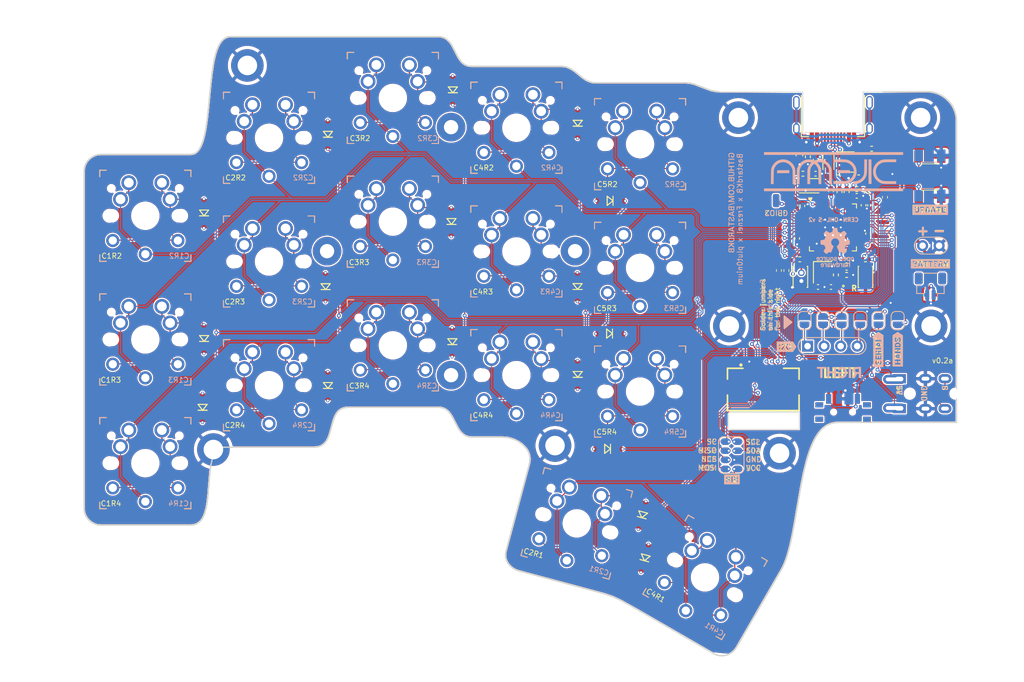
<source format=kicad_pcb>
(kicad_pcb (version 20211014) (generator pcbnew)
  (title_block (title "0xB2 - Splinky") (rev "2") (company "plut0nium"))
  (layers (0 "F.Cu" signal) (31 "B.Cu" signal) (34 "B.Paste" user) (35 "F.Paste" user) (36 "B.SilkS" user "B.Silkscreen") (37 "F.SilkS" user "F.Silkscreen") (38 "B.Mask" user) (39 "F.Mask" user) (44 "Edge.Cuts" user))
  (net 0 "")
  (net 1 "Gnd_l")
  (net 2 "bat_l")
  (net 3 "Net-(C3-Pad1)")
  (net 4 "Net-(C4-Pad1)")
  (net 5 "+1V1")
  (net 6 "Net-(D1-Pad1)")
  (net 7 "/LED")
  (net 8 "Net-(D2-Pad2)")
  (net 9 "VBUS")
  (net 10 "Net-(FB1-Pad2)")
  (net 12 "Net-(J1-PadA5)")
  (net 13 "/D-")
  (net 14 "/D+")
  (net 16 "Net-(J1-PadB5)")
  (net 17 "col1_l")
  (net 18 "Net-(D101-Pad2)")
  (net 19 "Net-(D102-Pad2)")
  (net 20 "Net-(D103-Pad2)")
  (net 21 "col2_l")
  (net 22 "Net-(D104-Pad2)")
  (net 23 "Net-(D105-Pad2)")
  (net 24 "Net-(D106-Pad2)")
  (net 25 "col3_l")
  (net 26 "/D15")
  (net 27 "/D16")
  (net 28 "/D12")
  (net 29 "/D13")
  (net 30 "/D14")
  (net 31 "Net-(D107-Pad2)")
  (net 32 "Net-(D108-Pad2)")
  (net 33 "Net-(D109-Pad2)")
  (net 34 "col4_l")
  (net 35 "Net-(D110-Pad2)")
  (net 36 "Net-(D111-Pad2)")
  (net 37 "Net-(D112-Pad2)")
  (net 38 "col5_l")
  (net 39 "/QSPI_~{CS}")
  (net 40 "Net-(R6-Pad2)")
  (net 41 "Net-(R7-Pad2)")
  (net 42 "Net-(R8-Pad2)")
  (net 45 "Net-(J5-Pad2)")
  (net 47 "/VBUS_DET")
  (net 48 "/QSPI_D3")
  (net 49 "/QSPI_SCLK")
  (net 50 "/QSPI_D0")
  (net 51 "/QSPI_D2")
  (net 52 "/QSPI_D1")
  (net 55 "Net-(D113-Pad2)")
  (net 59 "Net-(D114-Pad2)")
  (net 60 "Net-(D115-Pad2)")
  (net 61 "Net-(D116-Pad2)")
  (net 62 "Net-(D117-Pad2)")
  (net 63 "serial_l")
  (net 64 "Net-(J102-PadT)")
  (net 65 "Net-(J103-PadT)")
  (net 66 "sda_l")
  (net 67 "Net-(JP103-Pad2)")
  (net 68 "Net-(JP104-Pad2)")
  (net 69 "scl_l")
  (net 70 "Net-(JP105-Pad2)")
  (net 71 "Net-(JP106-Pad2)")
  (net 72 "unconnected-(PSW101-Pad3)")
  (net 73 "Rst_l")
  (net 74 "row2_l")
  (net 75 "row3_l")
  (net 76 "row4_l")
  (net 77 "row1_l")
  (net 78 "hand")
  (net 79 "mosi_l")
  (net 80 "sc_l")
  (net 81 "NCS")
  (net 82 "miso_l")
  (net 83 "rgb_l")
  (net 84 "Net-(JP111-Pad1)")
  (net 91 "+3V3")
  (footprint "local-libraries:SW_MX_choc" (layer "F.Cu") (at 53.425 72.7475)
    (fp_text reference "SW102" hide)
    (fp_text value "SW_Push")
  )
  (footprint "Capacitor_SMD:C_0402_1005Metric" (layer "F.Cu") (at 161.155 61.735)
    (fp_text reference "C14" hide)
    (fp_text value "100n")
  )
  (footprint "Capacitor_SMD:C_0402_1005Metric" (layer "F.Cu") (at 153.555 57.235 -90)
    (fp_text reference "C9" hide)
    (fp_text value "100n")
  )
  (footprint "local-libraries:D_1206_handsolder_reversible" (layer "F.Cu") (at 100.56 73.1525 90)
    (fp_text reference "D109" hide)
    (fp_text value "D")
  )
  (footprint "local-libraries:SW_MX_choc" (layer "F.Cu") (at 110.425 40.2225)
    (fp_text reference "SW112" hide)
    (fp_text value "SW_Push")
  )
  (footprint "local-libraries:SW_MX_choc" (layer "F.Cu") (at 91.45 73.6475)
    (fp_text reference "SW109" hide)
    (fp_text value "SW_Push")
  )
  (footprint "local-libraries:SW_MX_choc" (layer "F.Cu") (at 110.425 59.2225)
    (fp_text reference "SW113" hide)
    (fp_text value "SW_Push")
  )
  (footprint "local-libraries:D_1206_handsolder_reversible" (layer "F.Cu") (at 124.5 89.5725 180)
    (fp_text reference "D115" hide)
    (fp_text value "D")
  )
  (footprint "local-libraries:MountingHole_3mm_Pad_thin" (layer "F.Cu") (at 69.1 30.6525)
    (fp_text reference "H101" hide)
    (fp_text value "M4")
  )
  (footprint "Resistor_SMD:R_0402_1005Metric" (layer "F.Cu") (at 162.705 49.635 180)
    (fp_text reference "R10" hide)
    (fp_text value "5.1k")
  )
  (footprint "local-libraries:D_1206_handsolder_reversible" (layer "F.Cu") (at 81.45 41.2975 90)
    (fp_text reference "D104" hide)
    (fp_text value "D")
  )
  (footprint "Connector_Wire:SolderWirePad_1x01_SMD_1x2mm" (layer "F.Cu") (at 150.32 51.42)
    (fp_text reference "J108" hide)
    (fp_text value "Conn_01x01_Female")
  )
  (footprint "kibuzzard-62C19AE7" (layer "F.Cu") (at 166.035 74.27 90)
    (fp_text reference "kibuzzard-62C19AE7" hide)
    (fp_text value "G***" hide)
  )
  (footprint "local-libraries:SW_MX_choc" (layer "F.Cu") (at 72.425 79.7725)
    (fp_text reference "SW106" hide)
    (fp_text value "SW_Push")
  )
  (footprint "local-libraries:MountingHole_3mm_Pad_thin" (layer "F.Cu") (at 150.85 90.2225)
    (fp_text reference "H102" hide)
    (fp_text value "M4")
  )
  (footprint "Capacitor_SMD:C_0402_1005Metric" (layer "F.Cu") (at 164.755 52.135 -90)
    (fp_text reference "C5" hide)
    (fp_text value "1µ")
  )
  (footprint "Diode_SMD:D_SOD-323" (layer "F.Cu") (at 158.355 45.585 -90)
    (fp_text reference "D2" hide)
    (fp_text value "B5817")
  )
  (footprint "Resistor_SMD:R_0402_1005Metric" (layer "F.Cu") (at 159.505 62.835 90)
    (fp_text reference "R8" hide)
    (fp_text value "1k")
  )
  (footprint "kibuzzard-62C19A64" (layer "F.Cu") (at 173.985 52.82)
    (fp_text reference "kibuzzard-62C19A64" hide)
    (fp_text value "G***" hide)
  )
  (footprint "Package_TO_SOT_SMD:SOT-23-5" (layer "F.Cu") (at 161.505 45.485)
    (fp_text reference "U3" hide)
    (fp_text value "XC6210B332MR-G")
  )
  (footprint "local-libraries:D_1206_handsolder_reversible" (layer "F.Cu") (at 124.8 71.8725 180)
    (fp_text reference "D114" hide)
    (fp_text value "D")
  )
  (footprint "local-libraries:D_1206_handsolder_reversible" (layer "F.Cu") (at 119.825 78.179264 90)
    (fp_text reference "D112" hide)
    (fp_text value "D")
  )
  (footprint "local-libraries:SW_Push_1P1T_NO_6x6mm_H9.5mm" (layer "F.Cu") (at 173.985 47.67 90)
    (fp_text reference "SW110" hide)
    (fp_text value "SW_SPST")
  )
  (footprint "Capacitor_SMD:C_0402_1005Metric" (layer "F.Cu") (at 154.355 52.235 90)
    (fp_text reference "C12" hide)
    (fp_text value "100n")
  )
  (footprint "local-libraries:D_1206_handsolder_reversible" (layer "F.Cu") (at 100.64 34.4625 90)
    (fp_text reference "D107" hide)
    (fp_text value "D")
  )
  (footprint "Resistor_SMD:R_0402_1005Metric" (layer "F.Cu") (at 160.055 50.035 -90)
    (fp_text reference "R6" hide)
    (fp_text value "27")
  )
  (footprint "kbd:Tenting_Puck2" (layer "F.Cu") (at 100.39 59.1825)
    (fp_text reference "REF**")
    (fp_text value "Tenting Puck")
  )
  (footprint "Fuse:Fuse_0603_1608Metric" (layer "F.Cu") (at 156.555 45.235 -90)
    (fp_text reference "F1" hide)
    (fp_text value "Polyfuse")
  )
  (footprint "local-libraries:MountingHole_3mm_Pad_thin" (layer "F.Cu") (at 144.529988 38.671818)
    (fp_text reference "H108" hide)
    (fp_text value "M4")
  )
  (footprint "local-libraries:SW_MX_choc" (layer "F.Cu") (at 129.425 61.7475)
    (fp_text reference "SW116" hide)
    (fp_text value "SW_Push")
  )
  (footprint "Capacitor_SMD:C_0402_1005Metric" (layer "F.Cu") (at 164.455 56.485 90)
    (fp_text reference "C13" hide)
    (fp_text value "100n")
  )
  (footprint "local-libraries:SW_MX_choc" (layer "F.Cu") (at 139.4 109.2975 -30)
    (fp_text reference "SW119" hide)
    (fp_text value locked "SW_Push")
  )
  (footprint "Resistor_SMD:R_0402_1005Metric" (layer "F.Cu") (at 155.205 44.685 -90)
    (fp_text reference "R5" hide)
    (fp_text value "5.1k")
  )
  (footprint "local-libraries:battery_connector_THT" (layer "F.Cu") (at 175.361194 58.340347 -90)
    (fp_text reference "J104" hide)
    (fp_text value "BATTERY_CONN_DEANS")
  )
  (footprint "local-libraries:JST_SH_BM02B-SRSS-TB_1x02-1MP_P1.00mm_Vertical" (layer "F.Cu") (at 174.035003 64.582503)
    (fp_text reference "J106" hide)
    (fp_text value "S3B-PH-SM4-TB(LF)(SN)")
  )
  (footprint "local-libraries:SW_MX_choc" (layer "F.Cu") (at 72.425 41.7725)
    (fp_text reference "SW104" hide)
    (fp_text value "SW_Push")
  )
  (footprint "Button_Switch_SMD:SW_SPST_CK_KXT3" (layer "F.Cu") (at 154.055 63.135 90)
    (fp_text reference "SW2" hide)
    (fp_text value "SW_Push")
  )
  (footprint "Capacitor_SMD:C_0402_1005Metric" (layer "F.Cu") (at 161.155 60.635)
    (fp_text reference "C8" hide)
    (fp_text value "100n")
  )
  (footprint "local-libraries:D_1206_handsolder_reversible" (layer "F.Cu") (at 129.75 99.7475 75)
    (fp_text reference "D116" hide)
    (fp_text value "D")
  )
  (footprint "local-libraries:MountingHole_3mm_Pad_thin" (layer "F.Cu") (at 63.88 89.6575)
    (fp_text reference "H103" hide)
    (fp_text value "M4")
  )
  (footprint "local-libraries:D_1206_handsolder_reversible" (layer "F.Cu") (at 100.425 54.688382 90)
    (fp_text reference "D108" hide)
    (fp_text value "D")
  )
  (footprint "0xLib_Package_DFN_QFN:USON-8-1EP_3x2mm_P0.5mm_EP0.25x1.65mm" (layer "F.Cu") (at 155.405 49.135)
    (fp_text reference "U2" hide)
    (fp_text value "GD25Q80CEIGR")
  )
  (footprint "local-libraries:D_1206_handsolder_reversible" (layer "F.Cu") (at 130.15 106.3475 75)
    (fp_text reference "D117" hide)
    (fp_text value "D")
  )
  (footprint "local-libraries:SolderJumper-2_P1.3mm_Open_RoundedPad1.0x1.5mm" (layer "F.Cu") (at 169 69.85 90)
    (fp_text reference "JP112" hide)
    (fp_text value "Jumper_2_Open")
  )
  (footprint "local-libraries:Jack_3.5mm_PJ320E_Horizontal_custom" (layer "F.Cu") (at 169.26 78.7725 -90)
    (fp_text reference "J102" hide)
    (fp_text value "Serial")
  )
  (footprint "local-libraries:kibuzzard-628DFB5F" (layer "F.Cu") (at 174.035 61.1325)
    (fp_text reference "kibuzzard-628DFB5F" hide)
    (fp_text value "G***" hide)
  )
  (footprint "local-libraries:D_1206_handsolder_reversible" (layer "F.Cu") (at 119.8 64.6825 90)
    (fp_text reference "D111" hide)
    (fp_text value "D")
  )
  (footprint "local-libraries:SW_MX_choc" (layer "F.Cu") (at 129.425 80.7475)
    (fp_text reference "SW117" hide)
    (fp_text value "SW_Push")
  )
  (footprint "local-libraries:SW_MX_choc" (layer "F.Cu") (at 53.425 53.7475)
    (fp_text reference "SW101" hide)
    (fp_text value "SW_Push")
  )
  (footprint "local-libraries:PinHeader_1x04_P2.54mm_Vertical" (layer "F.Cu") (at 155.155 73.77 90)
    (fp_text reference "O101" hide)
    (fp_text value "OLED")
  )
  (footprint "local-libraries:D_1206_handsolder_reversible" (layer "F.Cu") (at 119.825 39.5975 90)
    (fp_text reference "D110" hide)
    (fp_text value "D")
  )
  (footprint "local-libraries:R_0402_1005Metric_nolabel" (layer "F.Cu") (at 150.75 62.15 -90)
    (fp_text reference "R104" hide)
    (fp_text value "4.7k")
  )
  (footprint "kibuzzard-62C1A775" (layer "F.Cu") (at 169 74.25 90)
    (fp_text reference "kibuzzard-62C1A775" hide)
    (fp_text value "G***" hide)
  )
  (footprint "local-libraries:SW_MX_choc" (layer "F.Cu") (at 110.425 78.2225)
    (fp_text reference "SW114" hide)
    (fp_text value "SW_Push")
  )
  (footprint "local-libraries:R_0402_1005Metric_nolabel" (layer "F.Cu") (at 151.9 62.15 90)
    (fp_text reference "R103" hide)
    (fp_text value "4.7k")
  )
  (footprint "local-libraries:MountingHole_3mm_Pad_thin" (layer "F.Cu") (at 172.52999 38.671819)
    (fp_text reference "H105" hide)
    (fp_text value "M4")
  )
  (footprint "local-libraries:1x08 smd reversible" (layer "F.Cu") (at 143.49 90.39 180)
    (fp_text reference "J107" hide)
    (fp_text value "Conn_01x08_Female")
  )
  (footprint "Resistor_SMD:R_0402_1005Metric" (layer "F.Cu") (at 165 43.45)
    (fp_text reference "R4" hide)
    (fp_text value "5.1k")
  )
  (footprint "0xLib_USB_Type-C:USB_C_Receptacle_HRO_TYPE-C-31-M-13B" (layer "F.Cu") (at 159.055 34.235 180)
    (fp_text reference "J1" hide)
    (fp_text value "USB_C_Receptacle_USB2.0")
  )
  (footprint "kibuzzard-62C547B3" (layer "F.Cu") (at 160.29 77.85)
    (fp_text reference "kibuzzard-62C547B3" hide)
    (fp_text value "G***" hide)
  )
  (footprint "Resistor_SMD:R_0402_1005Metric" (layer "F.Cu") (at 164.055 60.435)
    (fp_text reference "R2" hide)
    (fp_text value "10k")
  )
  (footprint "local-libraries:R_0402_1005Metric_nolabel" (layer "F.Cu") (at 167.05 50.9 90)
    (fp_text reference "R101" hide)
    (fp_text value "5.1k")
  )
  (footprint "Connector_PinHeader_1.27mm:PinHeader_1x02_P1.27mm_Vertical" (layer "F.Cu") (at 154.205 63.77 180)
    (fp_text reference "J5" hide)
    (fp_text value "Conn_01x02" hide)
  )
  (footprint "local-libraries:SolderJumper-2_P1.3mm_Open_RoundedPad1.0x1.5mm" (layer "F.Cu") (at 157.536805 69.858537 -90)
    (fp_text reference "JP105" hide)
    (fp_text value "Jumper_2_Open")
  )
  (footprint "Capacitor_SMD:C_0402_1005Metric" (layer "F.Cu") (at 163.755 52.135 -90)
    (fp_text reference "C11" hide)
    (fp_text value "100n")
  )
  (footprint "Resistor_SMD:R_0402_1005Metric" (layer "F.Cu") (at 164.255 50.145 90)
    (fp_text reference "R11" hide)
    (fp_text value "10k")
  )
  (footprint "local-libraries:D_1206_handsolder_reversible" (layer "F.Cu") (at 62.425 53.3725 90)
    (fp_text reference "D101" hide)
    (fp_text value "D")
  )
  (footprint "Crystal:Crystal_SMD_2520-4Pin_2.5x2.0mm" (layer "F.Cu") (at 157.455 62.435 -90)
    (fp_text reference "Y1" hide)
    (fp_text value "Crystal_GND24")
  )
  (footprint "Capacitor_SMD:C_0402_1005Metric" (layer "F.Cu") (at 156.385 47.285)
    (fp_text reference "C10" hide)
    (fp_text value "100n")
  )
  (footprint "Capacitor_SMD:C_0402_1005Metric" (layer "F.Cu") (at 158.755 64.685 180)
    (fp_text reference "C4" hide)
    (fp_text value "15p")
  )
  (footprint "local-libraries:SW_MX_choc" (layer "F.Cu") (at 91.45 54.6475)
    (fp_text reference "SW108" hide)
    (fp_text value "SW_Push")
  )
  (footprint "local-libraries:D_1206_handsolder_reversible" (layer "F.Cu") (at 62.2 83.235 90)
    (fp_text reference "D103" hide)
    (fp_text value "D")
  )
  (footprint "local-libraries:SW_MX_choc" (layer "F.Cu") (at 53.425 91.7475)
    (fp_text reference "SW103" hide)
    (fp_text value "SW_Push")
  )
  (footprint "kibuzzard-62C55DF6" (layer "F.Cu") (at 143.54 94.25)
    (fp_text reference "kibuzzard-62C55DF6" hide)
    (fp_text value "G***" hide)
  )
  (footprint "Resistor_SMD:R_0402_1005Metric" (layer "F.Cu") (at 161.155 50.035 -90)
    (fp_text reference "R7" hide)
    (fp_text value "27")
  )
  (footprint "Inductor_SMD:L_0603_1608Metric" (layer "F.Cu") (at 153.905 44.385 90)
    (fp_text reference "FB1" hide)
    (fp_text value "FerriteBead_Small")
  )
  (footprint "Resistor_SMD:R_0402_1005Metric" (layer "F.Cu") (at 161.155 62.835 180)
    (fp_text reference "R1" hide)
    (fp_text value "1k")
  )
  (footprint "local-libraries:SW_MX_choc" (layer "F.Cu") (at 119.7 100.9975 -15)
    (fp_text reference "SW118" hide)
    (fp_text value "SW_Push")
  )
  (footprint "local-libraries:SW_MX_choc" (layer "F.Cu") (at 72.425 60.7725)
    (fp_text reference "SW105" hide)
    (fp_text value "SW_Push")
  )
  (footprint "LED_SMD:LED_0402_1005Metric" (layer "F.Cu") (at 161.155 63.935)
    (fp_text reference "D1" hide)
    (fp_text value "LED")
  )
  (footprint "kibuzzard-62C19AB4" (layer "F.Cu") (at 151.924422 73.86)
    (fp_text reference "kibuzzard-62C19AB4" hide)
    (fp_text value "G***" hide)
  )
  (footprint "local-libraries:D_1206_handsolder_reversible" (layer "F.Cu") (at 81.1 64.7 90)
    (fp_text reference "D105" hide)
    (fp_text value "D")
  )
  (footprint "local-libraries:SolderJumper-2_P1.3mm_Open_RoundedPad1.0x1.5mm" (layer "F.Cu") (at 166.05 69.8525 90)
    (fp_text reference "JP101" hide)
    (fp_text value "Jumper_2_Open")
  )
  (footprint "local-libraries:D_1206_handsolder_reversible" (layer "F.Cu") (at 62.425 72.663382 90)
    (fp_text reference "D102" hide)
    (fp_text value "D")
  )
  (footprint "local-libraries:SW_MX_choc" (layer "F.Cu") (at 91.45 35.6475)
    (fp_text reference "SW107" hide)
    (fp_text value "SW_Push")
  )
  (footprint "Capacitor_SMD:C_0402_1005Metric" (layer "F.Cu") (at 162.705 50.685)
    (fp_text reference "C6" hide)
    (fp_text value "1µ")
  )
  (footprint "Capacitor_SMD:C_0603_1608Metric" (layer "F.Cu") (at 163.005 47.985 180)
    (fp_text reference "C2" hide)
    (fp_text value "1µ")
  )
  (footprint "local-libraries:SolderJumper-2_P1.3mm_Open_RoundedPad1.0x1.5mm" (layer "F.Cu") (at 163.250139 69.858537 -90)
    (fp_text reference "JP109" hide)
    (fp_text value "Jumper_2_Open")
  )
  (footprint "local-libraries:D_1206_handsolder_reversible" (layer "F.Cu") (at 81.45 79.879264 90)
    (fp_text reference "D106" hide)
    (fp_text value "D")
  )
  (footprint "Button_Switch_SMD:SW_SPST_CK_KXT3" (layer "F.Cu") (at 164.055 63.135 90)
    (fp_text reference "SW1" hide)
    (fp_text value "SW_Push")
  )
  (footprint "local-libraries:FPC-SMD_FPC05012-09200-.5mm" (layer "F.Cu") (at 148.35 78.7)
    (fp_text reference "J113" hide)
    (fp_text value "Cirque" hide)
  )
  (footprint "Capacitor_SMD:C_0402_1005Metric" (layer "F.Cu") (at 158.755 49.935 90)
    (fp_text reference "C7" hide)
    (fp_text value "100n")
  )
  (footprint "local-libraries:MountingHole_3mm_Pad_thin" (layer "F.Cu") (at 174.12999 70.671828)
    (fp_text reference "H107" hide)
    (fp_text value "M4")
  )
  (footprint "Resistor_SMD:R_0402_1005Metric" (layer "F.Cu") (at 153.955 60.435 180)
    (fp_text reference "R3" hide)
    (fp_text value "1k")
  )
  (footprint "local-libraries:MountingHole_3mm_Pad_thin" (layer "F.Cu") (at 143.12999 70.671821)
    (fp_text reference "H106" hide)
    (fp_text value "M4")
  )
  (footprint "local-libraries:D_1206_handsolder_reversible" (layer "F.Cu") (at 124.8875 51.4725 180)
    (fp_text reference "D113" hide)
    (fp_text value "D")
  )
  (footprint "local-libraries:Switch_MSK-12C01-07" (layer "F.Cu") (at 160.61 83.9075)
    (fp_text reference "PSW101" hide)
    (fp_text value "SW_DPDT_x2")
  )
  (footprint "Resistor_SMD:R_0402_1005Metric" (layer "F.Cu") (at 154.435 47.285)
    (fp_text reference "R9" hide)
    (fp_text value "10k")
  )
  (footprint "local-libraries:MountingHole_3mm_Pad_thin" (layer "F.Cu") (at 116.36 89.0475)
    (fp_text reference "H104" hide)
    (fp_text value "M4")
  )
  (footprint "Capacitor_SMD:C_0603_1608Metric" (layer "F.Cu") (at 159.905 47.985)
    (fp_text reference "C1" hide)
    (fp_text value "1µ")
  )
  (footprint "Capacitor_SMD:C_0402_1005Metric" (layer "F.Cu") (at 156.755 64.685)
    (fp_text reference "C3" hide)
    (fp_text value "15p")
  )
  (footprint "0xLib_Package_DFN_QFN:QFN-56-1EP_7x7mm_P0.4mm_EP3.2x3.2mm" (layer "F.Cu") (at 159.055 55.535)
    (fp_text reference "U1" hide)
    (fp_text value "RP2040")
  )
  (footprint "local-libraries:SolderJumper-2_P1.3mm_Open_RoundedPad1.0x1.5mm" (layer "F.Cu") (at 154.680139 69.858537 -90)
    (fp_text reference "JP103" hide)
    (fp_text value "Jumper_2_Open")
  )
  (footprint "local-libraries:SolderJumper-2_P1.3mm_Open_RoundedPad1.0x1.5mm" (layer "F.Cu") (at 160.4 69.85 -90)
    (fp_text reference "JP107" hide)
    (fp_text value "Jumper_2_Open")
  )
  (footprint "local-libraries:SW_MX_choc" (layer "F.Cu") (at 129.425 42.7475)
    (fp_text reference "SW115" hide)
    (fp_text value "SW_Push")
  )
  (footprint "local-libraries:SolderJumper-2_P1.3mm_Open_RoundedPad1.0x1.5mm" (layer "B.Cu") (at 169 69.85 90)
    (fp_text reference "JP111" hide)
    (fp_text value "Jumper_2_Open")
  )
  (footprint "local-libraries:kibuzzard-61F01A92" (layer "B.Cu") (at 143.48 51.74 -90)
    (fp_text reference "kibuzzard-61F01A92" hide)
    (fp_text value "G***" hide)
  )
  (footprint "Symbol:OSHW-Logo_5.7x6mm_SilkScreen" (layer "B.Cu") (at 159.4 58.615137 180)
    (fp_text reference "REF**" hide)
    (fp_text value "OSHW-Logo_5.7x6mm_SilkScreen" hide)
  )
  (footprint "local-libraries:kibuzzard-628DFB5F" (layer "B.Cu") (at 174.015425 61.130865 180)
    (fp_text reference "kibuzzard-628DFB5F" hide)
    (fp_text value "G***" hide)
  )
  (footprint "kibuzzard-62C1A775" (layer "B.Cu") (at 169 74.25 90)
    (fp_text reference "kibuzzard-62C1A775" hide)
    (fp_text value "G***" hide)
  )
  (footprint "local-libraries:JST_SH_BM02B-SRSS-TB_1x02-1MP_P1.00mm_Vertical" (layer "B.Cu") (at 174.035003 64.582503 180)
    (fp_text reference "J105" hide)
    (fp_text value "S3B-PH-SM4-TB(LF)(SN)")
  )
  (footprint "local-libraries:SolderJumper-2_P1.3mm_Open_RoundedPad1.0x1.5mm" (layer "B.Cu") (at 163.250139 69.858537 -90)
    (fp_text reference "JP104" hide)
    (fp_text value "Jumper_2_Open")
  )
  (footprint "Connector_Wire:SolderWirePad_1x01_SMD_1x2mm" (layer "B.Cu") (at 150.33 51.42 180)
    (fp_text reference "J109" hide)
    (fp_text value "Conn_01x01_Female")
  )
  (footprint "local-libraries:SolderJumper-2_P1.3mm_Open_RoundedPad1.0x1.5mm" (layer "B.Cu") (at 157.536805 69.858537 -90)
    (fp_text reference "JP108" hide)
    (fp_text value "Jumper_2_Open")
  )
  (footprint "local-libraries:SolderJumper-2_P1.3mm_Open_RoundedPad1.0x1.5mm" (layer "B.Cu") (at 160.393471 69.858537 -90)
    (fp_text reference "JP106" hide)
    (fp_text value "Jumper_2_Open")
  )
  (footprint "LOGO" (layer "B.Cu") (at 159.15 46.97 180)
    (fp_text reference "G***" hide)
    (fp_text value "LOGO" hide)
  )
  (footprint "kibuzzard-62C5480E" (layer "B.Cu") (at 159.98 77.81 180)
    (fp_text reference "kibuzzard-62C5480E" hide)
    (fp_text value "G***" hide)
  )
  (footprint "local-libraries:SW_Push_1P1T_NO_6x6mm_H9.5mm" (layer "B.Cu") (at 173.985 47.67 -90)
    (fp_text reference "SW111" hide)
    (fp_text value "SW_SPST")
  )
  (footprint "kibuzzard-62C19A64" (layer "B.Cu") (at 174.035 52.82 180)
    (fp_text reference "kibuzzard-62C19A64" hide)
    (fp_text value "G***" hide)
  )
  (footprint "local-libraries:SolderJumper-2_P1.3mm_Open_RoundedPad1.0x1.5mm" (layer "B.Cu") (at 154.680139 69.858537 -90)
    (fp_text reference "JP110" hide)
    (fp_text value "Jumper_2_Open")
  )
  (footprint "kibuzzard-62C19AC2" (layer "B.Cu") (at 151.95 73.86 180)
    (fp_text reference "kibuzzard-62C19AC2" hide)
    (fp_text value "G***" hide)
  )
  (footprint "local-libraries:SolderJumper-2_P1.3mm_Open_RoundedPad1.0x1.5mm" (layer "B.Cu") (at 166.050043 69.846037 90)
    (fp_text reference "JP102" hide)
    (fp_text value "Jumper_2_Open")
  )
  (footprint "kibuzzard-62C19AE7" (layer "B.Cu") (at 166.035 74.32 90)
    (fp_text reference "kibuzzard-62C19AE7" hide)
    (fp_text value "G***" hide)
  )
  (footprint "local-libraries:Jack_3.5mm_PJ320E_Horizontal_custom" (layer "B.Cu") (at 169.26 83.3725 90)
    (fp_text reference "J103" hide)
    (fp_text value "Serial")
  )
  (footprint "kibuzzard-62C55DF6" (layer "B.Cu") (at 143.54 94.26 180)
    (fp_text reference "kibuzzard-62C55DF6" hide)
    (fp_text value "G***" hide)
  )
  (gr_poly (pts (xy 152.710968 70.119989) (xy 151.570968 69.149989) (xy 151.57 71.0325)) (layer "B.SilkS") (width 0.2) (fill solid))
  (gr_poly locked (pts (xy 155.605 51.485) (xy 155.355 50.985) (xy 155.855 50.985)) (layer "F.SilkS") (width 0.15) (fill solid))
  (gr_poly (pts (xy 152.68 70.0725) (xy 151.59 71.0425) (xy 151.58 69.1825)) (layer "F.SilkS") (width 0.2) (fill solid))
  (gr_line (start 79.394966 89.292561) (end 79.990577 89.231786) (layer "Edge.Cuts") (width 0.2))
  (gr_line (start 111.442396 88.933181) (end 110.766205 88.438735) (layer "Edge.Cuts") (width 0.2))
  (gr_line (start 112.516894 91.026053) (end 112.471825 90.615406) (layer "Edge.Cuts") (width 0.2))
  (gr_line (start 44.225265 99.707969) (end 44.464528 100.136797) (layer "Edge.Cuts") (width 0.2))
  (gr_line (start 101.007318 28.505017) (end 101.456308 29.369987) (layer "Edge.Cuts") (width 0.2))
  (gr_line (start 64.409628 28.314543) (end 64.623597 27.778787) (layer "Edge.Cuts") (width 0.2))
  (gr_line (start 44.02 84.892387) (end 44.02 60.692537) (layer "Edge.Cuts") (width 0.2))
  (gr_line (start 110.766205 88.438735) (end 109.998587 88.062914) (layer "Edge.Cuts") (width 0.2))
  (gr_line (start 80.892719 88.764205) (end 81.217659 88.379436) (layer "Edge.Cuts") (width 0.2))
  (gr_line (start 173.53 34.677347) (end 166.675 34.735) (layer "Edge.Cuts") (width 0.2))
  (gr_line (start 117.39489 30.792541) (end 117.773073 30.817594) (layer "Edge.Cuts") (width 0.2))
  (gr_line (start 110.763856 108.283283) (end 110.264576 108.101394) (layer "Edge.Cuts") (width 0.2))
  (gr_line (start 153.479153 99.011095) (end 154.159399 95.096588) (layer "Edge.Cuts") (width 0.2))
  (gr_line (start 61.727436 100.798476) (end 61.974703 100.541762) (layer "Edge.Cuts") (width 0.2))
  (gr_line (start 157.258555 86.620929) (end 157.70058 86.219265) (layer "Edge.Cuts") (width 0.2))
  (gr_line (start 100.025315 83.849383) (end 100.307387 84.19659) (layer "Edge.Cuts") (width 0.2))
  (gr_line (start 110.763856 108.283283) (end 123.948742 111.816169) (layer "Edge.Cuts") (width 0.2))
  (gr_line (start 121.192709 32.941134) (end 121.857952 33.218679) (layer "Edge.Cuts") (width 0.2))
  (gr_line (start 101.70725 86.71316) (end 101.989322 87.060366) (layer "Edge.Cuts") (width 0.2))
  (gr_line (start 44.225265 45.876955) (end 44.464528 45.448126) (layer "Edge.Cuts") (width 0.2))
  (gr_line (start 82.007483 86.229956) (end 82.332799 85.071908) (layer "Edge.Cuts") (width 0.2))
  (gr_line (start 103.10897 30.747147) (end 103.594816 30.792541) (layer "Edge.Cuts") (width 0.2))
  (gr_line (start 103.10897 87.697005) (end 103.594816 87.742399) (layer "Edge.Cuts") (width 0.2))
  (gr_line (start 63.906875 30.289421) (end 64.053594 29.576285) (layer "Edge.Cuts") (width 0.2))
  (gr_line (start 44.02 98.692461) (end 44.072774 99.226694) (layer "Edge.Cuts") (width 0.2))
  (gr_line (start 63.505695 91.986513) (end 63.718256 91.077728) (layer "Edge.Cuts") (width 0.2))
  (gr_line (start 101.70725 29.763302) (end 101.989322 30.110508) (layer "Edge.Cuts") (width 0.2))
  (gr_line (start 64.017039 90.3255) (end 64.2046 90.01819) (layer "Edge.Cuts") (width 0.2))
  (gr_line (start 84.02439 83.228126) (end 84.62 83.167351) (layer "Edge.Cuts") (width 0.2))
  (gr_line (start 154.548042 93.18674) (end 154.993043 91.379778) (layer "Edge.Cuts") (width 0.2))
  (gr_line (start 152.059369 105.831236) (end 152.262858 105.122152) (layer "Edge.Cuts") (width 0.2))
  (gr_line (start 111.990559 89.532402) (end 111.442396 88.933181) (layer "Edge.Cuts") (width 0.2))
  (gr_line (start 82.539268 84.545326) (end 82.797308 84.080476) (layer "Edge.Cuts") (width 0.2))
  (gr_line (start 99.702858 26.612133) (end 100.025315 26.899525) (layer "Edge.Cuts") (width 0.2))
  (gr_line (start 64.665974 89.558374) (end 64.942957 89.411376) (layer "Edge.Cuts") (width 0.2))
  (gr_line (start 99.702858 83.561991) (end 100.025315 83.849383) (layer "Edge.Cuts") (width 0.2))
  (gr_line (start 44.776688 100.510704) (end 45.150594 100.822864) (layer "Edge.Cuts") (width 0.2))
  (gr_line locked (start 163.675 40.935) (end 163.675 34.735) (layer "Edge.Cuts") (width 0.1))
  (gr_line (start 98.905667 26.262887) (end 99.331854 26.396645) (layer "Edge.Cuts") (width 0.2))
  (gr_line locked (start 154.435 34.735) (end 154.435 40.935) (layer "Edge.Cuts") (width 0.1))
  (gr_line (start 62.099063 42.756239) (end 62.289726 42.220483) (layer "Edge.Cuts") (width 0.2))
  (gr_line (start 119.409656 31.577662) (end 119.994834 32.055048) (layer "Edge.Cuts") (width 0.2))
  (gr_line (start 100.307387 84.19659) (end 100.558329 84.589905) (layer "Edge.Cuts") (width 0.2))
  (gr_line (start 137.72159 33.520268) (end 138.987303 33.997451) (layer "Edge.Cuts") (width 0.2))
  (gr_line (start 102.311779 87.347759) (end 102.682783 87.563247) (layer "Edge.Cuts") (width 0.2))
  (gr_line (start 44.02 60.692537) (end 44.02 46.892463) (layer "Edge.Cuts") (width 0.2))
  (gr_line (start 122.594778 33.317555) (end 136.394852 33.317555) (layer "Edge.Cuts") (width 0.2))
  (gr_line (start 102.682783 30.613389) (end 103.10897 30.747147) (layer "Edge.Cuts") (width 0.2))
  (gr_line (start 178.03 38.987483) (end 178.03 85.487483) (layer "Edge.Cuts") (width 0.2))
  (gr_line (start 62.786626 98.573439) (end 62.95945 97.543968) (layer "Edge.Cuts") (width 0.2))
  (gr_line (start 109.165097 87.824648) (end 108.280203 87.742399) (layer "Edge.Cuts") (width 0.2))
  (gr_line (start 81.217659 88.379436) (end 81.475699 87.914585) (layer "Edge.Cuts") (width 0.2))
  (gr_line (start 109.998587 88.062914) (end 109.165097 87.824648) (layer "Edge.Cuts") (width 0.2))
  (gr_line (start 84.62 26.217493) (end 98.41982 26.217493) (layer "Edge.Cuts") (width 0.2))
  (gr_line (start 156.473158 87.66001) (end 156.850004 87.102781) (layer "Edge.Cuts") (width 0.2))
  (gr_line (start 64.220379 28.915785) (end 64.409628 28.314543) (layer "Edge.Cuts") (width 0.2))
  (gr_line (start 63.66348 31.845473) (end 63.906875 30.289421) (layer "Edge.Cuts") (width 0.2))
  (gr_line (start 83.527612 83.407204) (end 84.02439 83.228126) (layer "Edge.Cuts") (width 0.2))
  (gr_line (start 119.994834 32.055048) (end 120.580013 32.532434) (layer "Edge.Cuts") (width 0.2))
  (gr_line (start 61.078661 44.137943) (end 61.375589 43.915754) (layer "Edge.Cuts") (width 0.2))
  (gr_line (start 155.242467 90.531658) (end 155.512933 89.729275) (layer "Edge.Cuts") (width 0.2))
  (gr_line (start 60.751926 44.272475) (end 61.078661 44.137943) (layer "Edge.Cuts") (width 0.2))
  (gr_line (start 140.905689 34.6241) (end 141.579754 34.677347) (layer "Edge.Cuts") (width 0.2))
  (gr_line locked (start 163.275 40.935) (end 154.835 40.935) (layer "Edge.Cuts") (width 0.1))
  (gr_line (start 126.419957 112.805631) (end 128.756769 114.098046) (layer "Edge.Cuts") (width 0.2))
  (gr_line (start 64.053594 29.576285) (end 64.220379 28.915785) (layer "Edge.Cuts") (width 0.2))
  (gr_line (start 112.403503 91.925271) (end 112.495301 91.462486) (layer "Edge.Cuts") (width 0.2))
  (gr_line (start 63.301582 35.267513) (end 63.469052 33.525268) (layer "Edge.Cuts") (width 0.2))
  (gr_line (start 61.974703 100.541762) (end 62.190723 100.234452) (layer "Edge.Cuts") (width 0.2))
  (gr_line (start 61.884334 43.22074) (end 62.099063 42.756239) (layer "Edge.Cuts") (width 0.2))
  (gr_line (start 79.527597 26.217493) (end 84.62 26.217493) (layer "Edge.Cuts") (width 0.2))
  (gr_line (start 60.39475 101.267391) (end 46.59493 101.267391) (layer "Edge.Cuts") (width 0.2))
  (gr_line (start 158.177642 85.902012) (end 158.691048 85.672679) (layer "Edge.Cuts") (width 0.2))
  (gr_line (start 143.118226 121.08403) (end 143.539844 120.832291) (layer "Edge.Cuts") (width 0.2))
  (gr_line (start 151.844629 106.486564) (end 152.059369 105.831236) (layer "Edge.Cuts") (width 0.2))
  (gr_line (start 122.216596 33.292501) (end 122.594778 33.317555) (layer "Edge.Cuts") (width 0.2))
  (gr_line (start 140.707977 120.997956) (end 141.197018 121.219363) (layer "Edge.Cuts") (width 0.2))
  (gr_line (start 151.378223 107.625008) (end 151.617791 107.085221) (layer "Edge.Cuts") (width 0.2))
  (gr_line (start 79.527597 26.217493) (end 66.527597 26.217493) (layer "Edge.Cuts") (width 0.2))
  (gr_line (start 64.420333 89.761476) (end 64.665974 89.558374) (layer "Edge.Cuts") (width 0.2))
  (gr_line (start 103.594816 30.792541) (end 117.39489 30.792541) (layer "Edge.Cuts") (width 0.2))
  (gr_arc locked (start 154.835 40.935) (mid 154.635 41.135) (end 154.435 40.935) (layer "Edge.Cuts") (width 0.1))
  (gr_line (start 66.129751 26.262551) (end 66.527597 26.217493) (layer "Edge.Cuts") (width 0.2))
  (gr_line (start 159.241796 85.533933) (end 159.830527 85.487483) (layer "Edge.Cuts") (width 0.2))
  (gr_line (start 142.181054 121.335142) (end 142.66094 121.251758) (layer "Edge.Cuts") (width 0.2))
  (gr_rect (start 143.025 83.95) (end 153.875 86.55) (layer "Edge.Cuts") (width 0.1) (fill none))
  (gr_line (start 102.311779 30.397901) (end 102.682783 30.613389) (layer "Edge.Cuts") (width 0.2))
  (gr_line (start 101.989322 87.060366) (end 102.311779 87.347759) (layer "Edge.Cuts") (width 0.2))
  (gr_line (start 125.213057 112.246032) (end 126.419957 112.805631) (layer "Edge.Cuts") (width 0.2))
  (gr_line (start 155.806727 88.979083) (end 156.126084 88.287332) (layer "Edge.Cuts") (width 0.2))
  (gr_line (start 143.539844 120.832291) (end 143.912542 120.49175) (layer "Edge.Cuts") (width 0.2))
  (gr_line (start 44.464528 100.136797) (end 44.776688 100.510704) (layer "Edge.Cuts") (width 0.2))
  (gr_line (start 63.469052 33.525268) (end 63.66348 31.845473) (layer "Edge.Cuts") (width 0.2))
  (gr_line (start 153.153575 100.912023) (end 153.479153 99.011095) (layer "Edge.Cuts") (width 0.2))
  (gr_line (start 99.331854 83.346503) (end 99.702858 83.561991) (layer "Edge.Cuts") (width 0.2))
  (gr_line (start 98.41982 83.167351) (end 84.62 83.167351) (layer "Edge.Cuts") (width 0.2))
  (gr_line (start 45.150594 44.76206) (end 45.579422 44.522798) (layer "Edge.Cuts") (width 0.2))
  (gr_line (start 100.307387 27.246732) (end 100.558329 27.640047) (layer "Edge.Cuts") (width 0.2))
  (gr_line (start 62.738373 40.245605) (end 62.95825 38.689553) (layer "Edge.Cuts") (width 0.2))
  (gr_line (start 46.060697 44.370306) (end 46.59493 44.317533) (layer "Edge.Cuts") (width 0.2))
  (gr_line (start 62.95825 38.689553) (end 63.138734 37.009758) (layer "Edge.Cuts") (width 0.2))
  (gr_line (start 64.2046 90.01819) (end 64.420333 89.761476) (layer "Edge.Cuts") (width 0.2))
  (gr_line (start 62.190723 100.234452) (end 62.377561 99.880001) (layer "Edge.Cuts") (width 0.2))
  (gr_line (start 102.682783 87.563247) (end 103.10897 87.697005) (layer "Edge.Cuts") (width 0.2))
  (gr_line (start 98.41982 26.217493) (end 98.905667 26.262887) (layer "Edge.Cuts") (width 0.2))
  (gr_line (start 152.262858 105.122152) (end 152.456135 104.362861) (layer "Edge.Cuts") (width 0.2))
  (gr_line (start 152.456135 104.362861) (end 152.817057 102.710485) (layer "Edge.Cuts") (width 0.2))
  (gr_line (start 137.068917 33.370802) (end 137.72159 33.520268) (layer "Edge.Cuts") (width 0.2))
  (gr_line (start 109.459556 107.525182) (end 109.155748 107.151581) (layer "Edge.Cuts") (width 0.2))
  (gr_line (start 112.365121 90.229889) (end 112.202628 89.868975) (layer "Edge.Cuts") (width 0.2))
  (gr_line (start 62.60712 40.95874) (end 62.738373 40.245605) (layer "Edge.Cuts") (width 0.2))
  (gr_line (start 44.072774 99.226694) (end 44.225265 99.707969) (layer "Edge.Cuts") (width 0.2))
  (gr_line (start 157.70058 86.219265) (end 158.177642 85.902012) (layer "Edge.Cuts") (width 0.2))
  (gr_line (start 79.990577 89.231786) (end 80.487355 89.052707) (layer "Edge.Cuts") (width 0.2))
  (gr_line (start 45.579422 44.522798) (end 46.060697 44.370306) (layer "Edge.Cuts") (width 0.2))
  (gr_line (start 65.252367 89.322371) (end 65.594892 89.292561) (layer "Edge.Cuts") (width 0.2))
  (gr_line (start 109.83008 107.845383) (end 109.459556 107.525182) (layer "Edge.Cuts") (width 0.2))
  (gr_line (start 112.495301 91.462486) (end 112.516894 91.026053) (layer "Edge.Cuts") (width 0.2))
  (gr_line (start 63.169144 95.279976) (end 63.358559 93.015984) (layer "Edge.Cuts") (width 0.2))
  (gr_line (start 65.765354 26.397083) (end 66.129751 26.262551) (layer "Edge.Cuts") (width 0.2))
  (gr_line (start 109.155748 107.151581) (end 108.926631 106.733486) (layer "Edge.Cuts") (width 0.2))
  (gr_line (start 100.025315 26.899525) (end 100.307387 27.246732) (layer "Edge.Cuts") (width 0.2))
  (gr_line (start 44.776688 45.07422) (end 45.150594 44.76206) (layer "Edge.Cuts") (width 0.2))
  (gr_line locked (start 151.435 34.735) (end 154.435 34.735) (layer "Edge.Cuts") (width 0.1))
  (gr_line (start 99.331854 26.396645) (end 99.702858 26.612133) (layer "Edge.Cuts") (width 0.2))
  (gr_line (start 61.375589 43.915754) (end 61.643708 43.608764) (layer "Edge.Cuts") (width 0.2))
  (gr_line (start 118.79696 31.168961) (end 119.409656 31.577662) (layer "Edge.Cuts") (width 0.2))
  (gr_line (start 138.987303 33.997451) (end 140.253017 34.474634) (layer "Edge.Cuts") (width 0.2))
  (gr_line (start 101.989322 30.110508) (end 102.311779 30.397901) (layer "Edge.Cuts") (width 0.2))
  (gr_line (start 118.131717 30.891416) (end 118.79696 31.168961) (layer "Edge.Cuts") (width 0.2))
  (gr_line (start 61.132248 101.148576) (end 61.447115 101.001578) (layer "Edge.Cuts") (width 0.2))
  (gr_line (start 60.39475 44.317533) (end 60.751926 44.272475) (layer "Edge.Cuts") (width 0.2))
  (gr_line (start 112.471825 90.615406) (end 112.365121 90.229889) (layer "Edge.Cuts") (width 0.2))
  (gr_line locked (start 163.675 34.735) (end 166.675 34.735) (layer "Edge.Cuts") (width 0.1))
  (gr_line (start 154.159399 95.096588) (end 154.548042 93.18674) (layer "Edge.Cuts") (width 0.2))
  (gr_line (start 83.122248 83.695706) (end 83.527612 83.407204) (layer "Edge.Cuts") (width 0.2))
  (gr_line (start 123.948742 111.816169) (end 125.213057 112.246032) (layer "Edge.Cuts") (width 0.2))
  (gr_line (start 81.475699 87.914585) (end 81.682168 87.388004) (layer "Edge.Cuts") (width 0.2))
  (gr_line (start 100.558329 84.589905) (end 101.007318 85.454875) (layer "Edge.Cuts") (width 0.2))
  (gr_line (start 140.707977 120.997956) (end 128.756769 114.098046) (layer "Edge.Cuts") (width 0.2))
  (gr_line (start 100.558329 27.640047) (end 101.007318 28.505017) (layer "Edge.Cuts") (width 0.2))
  (gr_line (start 63.138734 37.009758) (end 63.301582 35.267513) (layer "Edge.Cuts") (width 0.2))
  (gr_line (start 98.905667 83.212745) (end 99.331854 83.346503) (layer "Edge.Cuts") (width 0.2))
  (gr_line (start 64.942957 89.411376) (end 65.252367 89.322371) (layer "Edge.Cuts") (width 0.2))
  (gr_line (start 151.125528 108.104535) (end 151.378223 107.625008) (layer "Edge.Cuts") (width 0.2))
  (gr_line (start 112.202628 89.868975) (end 111.990559 89.532402) (layer "Edge.Cuts") (width 0.2))
  (gr_line (start 108.785417 106.276687) (end 108.748635 105.783759) (layer "Edge.Cuts") (width 0.2))
  (gr_line (start 44.072774 46.35823) (end 44.225265 45.876955) (layer "Edge.Cuts") (width 0.2))
  (gr_line (start 81.682168 87.388004) (end 82.007483 86.229956) (layer "Edge.Cuts") (width 0.2))
  (gr_line (start 136.394852 33.317555) (end 137.068917 33.370802) (layer "Edge.Cuts") (width 0.2))
  (gr_line (start 120.580013 32.532434) (end 121.192709 32.941134) (layer "Edge.Cuts") (width 0.2))
  (gr_line (start 63.078974 96.43263) (end 63.169144 95.279976) (layer "Edge.Cuts") (width 0.2))
  (gr_line (start 44.02 98.692461) (end 44.02 84.892387) (layer "Edge.Cuts") (width 0.2))
  (gr_line (start 108.926631 106.733486) (end 108.785417 106.276687) (layer "Edge.Cuts") (width 0.2))
  (gr_line (start 151.125528 108.104535) (end 144.225364 120.055489) (layer "Edge.Cuts") (width 0.2))
  (gr_line (start 62.289726 42.220483) (end 62.458349 41.619241) (layer "Edge.Cuts") (width 0.2))
  (gr_line (start 108.280203 87.742399) (end 103.594816 87.742399) (layer "Edge.Cuts") (width 0.2))
  (gr_arc (start 173.53 34.677347) (mid 176.645577 35.928709) (end 178.03 38.987483) (layer "Edge.Cuts") (width 0.2))
  (gr_line (start 64.623597 27.778787) (end 64.864381 27.314286) (layer "Edge.Cuts") (width 0.2))
  (gr_line (start 45.579422 101.062126) (end 46.060697 101.214617) (layer "Edge.Cuts") (width 0.2))
  (gr_line (start 143.912542 120.49175) (end 144.225364 120.055489) (layer "Edge.Cuts") (width 0.2))
  (gr_line (start 155.512933 89.729275) (end 155.806727 88.979083) (layer "Edge.Cuts") (width 0.2))
  (gr_line (start 101.456308 29.369987) (end 101.70725 29.763302) (layer "Edge.Cuts") (width 0.2))
  (gr_line (start 80.487355 89.052707) (end 80.892719 88.764205) (layer "Edge.Cuts") (width 0.2))
  (gr_line (start 108.748635 105.783759) (end 108.831755 105.254937) (layer "Edge.Cuts") (width 0.2))
  (gr_line (start 159.830527 85.487483) (end 178.03 85.487483) (layer "Edge.Cuts") (width 0.2))
  (gr_line (start 152.817057 102.710485) (end 153.153575 100.912023) (layer "Edge.Cuts") (width 0.2))
  (gr_line (start 156.126084 88.287332) (end 156.473158 87.66001) (layer "Edge.Cuts") (width 0.2))
  (gr_line (start 142.66094 121.251758) (end 143.118226 121.08403) (layer "Edge.Cuts") (width 0.2))
  (gr_line (start 60.39475 101.267391) (end 60.7817 101.237581) (layer "Edge.Cuts") (width 0.2))
  (gr_line (start 63.718256 91.077728) (end 64.017039 90.3255) (layer "Edge.Cuts") (width 0.2))
  (gr_line (start 44.02 46.892463) (end 44.072774 46.35823) (layer "Edge.Cuts") (width 0.2))
  (gr_line (start 151.617791 107.085221) (end 151.844629 106.486564) (layer "Edge.Cuts") (width 0.2))
  (gr_line (start 61.643708 43.608764) (end 61.884334 43.22074) (layer "Edge.Cuts") (width 0.2))
  (gr_line (start 101.007318 85.454875) (end 101.456308 86.319845) (layer "Edge.Cuts") (width 0.2))
  (gr_line (start 46.59493 44.317533) (end 60.39475 44.317533) (layer "Edge.Cuts") (width 0.2))
  (gr_line (start 82.797308 84.080476) (end 83.122248 83.695706) (layer "Edge.Cuts") (width 0.2))
  (gr_line (start 141.197018 121.219363) (end 141.690053 121.327935) (layer "Edge.Cuts") (width 0.2))
  (gr_line (start 63.358559 93.015984) (end 63.505695 91.986513) (layer "Edge.Cuts") (width 0.2))
  (gr_line (start 44.464528 45.448126) (end 44.776688 45.07422) (layer "Edge.Cuts") (width 0.2))
  (gr_line (start 61.447115 101.001578) (end 61.727436 100.798476) (layer "Edge.Cuts") (width 0.2))
  (gr_line (start 158.691048 85.672679) (end 159.241796 85.533933) (layer "Edge.Cuts") (width 0.2))
  (gr_line (start 101.456308 86.319845) (end 101.70725 86.71316) (layer "Edge.Cuts") (width 0.2))
  (gr_line (start 62.458349 41.619241) (end 62.60712 40.95874) (layer "Edge.Cuts") (width 0.2))
  (gr_line (start 64.864381 27.314286) (end 65.133877 26.926262) (layer "Edge.Cuts") (width 0.2))
  (gr_line (start 62.537494 99.482224) (end 62.786626 98.573439) (layer "Edge.Cuts") (width 0.2))
  (gr_line (start 60.7817 101.237581) (end 61.132248 101.148576) (layer "Edge.Cuts") (width 0.2))
  (gr_line (start 98.41982 83.167351) (end 98.905667 83.212745) (layer "Edge.Cuts") (width 0.2))
  (gr_line (start 154.993043 91.379778) (end 155.242467 90.531658) (layer "Edge.Cuts") (width 0.2))
  (gr_line (start 65.133877 26.926262) (end 65.433743 26.619272) (layer "Edge.Cuts") (width 0.2))
  (gr_line (start 62.95945 97.543968) (end 63.078974 96.43263) (layer "Edge.Cuts") (width 0.2))
  (gr_line (start 110.264576 108.101394) (end 109.83008 107.845383) (layer "Edge.Cuts") (width 0.2))
  (gr_line (start 82.332799 85.071908) (end 82.539268 84.545326) (layer "Edge.Cuts") (width 0.2))
  (gr_line (start 45.150594 100.822864) (end 45.579422 101.062126) (layer "Edge.Cuts") (width 0.2))
  (gr_line (start 141.579754 34.677347) (end 151.435 34.735) (layer "Edge.Cuts") (width 0.1))
  (gr_line (start 46.060697 101.214617) (end 46.59493 101.267391) (layer "Edge.Cuts") (width 0.2))
  (gr_line (start 140.253017 34.474634) (end 140.905689 34.6241) (layer "Edge.Cuts") (width 0.2))
  (gr_line (start 121.857952 33.218679) (end 122.216596 33.292501) (layer "Edge.Cuts") (width 0.2))
  (gr_line (start 62.377561 99.880001) (end 62.537494 99.482224) (layer "Edge.Cuts") (width 0.2))
  (gr_line (start 108.831755 105.254937) (end 112.403503 91.925271) (layer "Edge.Cuts") (width 0.2))
  (gr_arc locked (start 163.675 40.935) (mid 163.475 41.135) (end 163.275 40.935) (layer "Edge.Cuts") (width 0.1))
  (gr_line (start 79.394966 89.292561) (end 65.594892 89.292561) (layer "Edge.Cuts") (width 0.2))
  (gr_line (start 141.690053 121.327935) (end 142.181054 121.335142) (layer "Edge.Cuts") (width 0.2))
  (gr_line (start 156.850004 87.102781) (end 157.258555 86.620929) (layer "Edge.Cuts") (width 0.2))
  (gr_line (start 65.433743 26.619272) (end 65.765354 26.397083) (layer "Edge.Cuts") (width 0.2))
  (gr_line (start 117.773073 30.817594) (end 118.131717 30.891416) (layer "Edge.Cuts") (width 0.2))
  (gr_text "SDA" (at 146.794762 89.883334) (layer "B.SilkS") (effects (font (size 0.8 0.8) (thickness 0.12)) (justify mirror)))
  (gr_text "MISO" (at 139.763334 89.816666) (layer "B.SilkS") (effects (font (size 0.8 0.8) (thickness 0.12)) (justify mirror)))
  (gr_text "VCC" (at 146.81381 92.556666) (layer "B.SilkS") (effects (font (size 0.8 0.8) (thickness 0.12)) (justify mirror)))
  (gr_text "C3R2" (at 96.775 41.8525) (layer "B.SilkS") (effects (font (size 0.8 0.8) (thickness 0.12)) (justify mirror)))
  (gr_text "C2R4" (at 77.57 85.9275) (layer "B.SilkS") (effects (font (size 0.8 0.8) (thickness 0.12)) (justify mirror)))
  (gr_text "C4R2" (at 115.765 46.3725) (layer "B.SilkS") (effects (font (size 0.8 0.8) (thickness 0.12)) (justify mirror)))
  (gr_text "C1R4" (at 58.525 97.9475) (layer "B.SilkS") (effects (font (size 0.8 0.8) (thickness 0.12)) (justify mirror)))
  (gr_text "C3R4" (at 96.675 79.8775) (layer "B.SilkS") (effects (font (size 0.8 0.8) (thickness 0.12)) (justify mirror)))
  (gr_text "SCL" (at 146.775715 88.546668) (layer "B.SilkS") (effects (font (size 0.8 0.8) (thickness 0.12)) (justify mirror)))
  (gr_text "C5R3" (at 134.65 67.9725) (layer "B.SilkS") (effects (font (size 0.8 0.8) (thickness 0.12)) (justify mirror)))
  (gr_text "C2R3" (at 77.545 66.9525) (layer "B.SilkS") (effects (font (size 0.8 0.8) (thickness 0.12)) (justify mirror)))
  (gr_text "C1R2" (at 58.625 59.9225) (layer "B.SilkS") (effects (font (size 0.8 0.8) (thickness 0.12)) (justify mirror)))
  (gr_text "C2R1" (at 123.09 108.2725 -15) (layer "B.SilkS") (effects (font (size 0.8 0.8) (thickness 0.12)) (justify mirror)))
  (gr_text "GND" (at 173.024998 81.027506 270) (layer "B.SilkS") (effects (font (size 0.8 0.8)) (justify mirror)))
  (gr_text "C4R4" (at 115.665 84.3975) (layer "B.SilkS") (effects (font (size 0.8 0.8) (thickness 0.12)) (justify mirror)))
  (gr_text "S" (at 176.225002 80.189409 270) (layer "B.SilkS") (effects (font (size 0.8 0.8)) (justify mirror)))
  (gr_text "C2R2" (at 77.67 47.9025) (layer "B.SilkS") (effects (font (size 0.8 0.8) (thickness 0.12)) (justify mirror)))
  (gr_text "5V" (at 169.224993 80.532262 270) (layer "B.SilkS") (effects (font (size 0.8 0.8)) (justify mirror)))
  (gr_text "SC" (at 140.43 88.48) (layer "B.SilkS") (effects (font (size 0.8 0.8) (thickness 0.12)) (justify mirror)))
  (gr_text "MOSI" (at 139.763334 92.489998) (layer "B.SilkS") (effects (font (size 0.8 0.8) (thickness 0.12)) (justify mirror)))
  (gr_text "C4R1" (at 140.8 117.2625 -30) (layer "B.SilkS") (effects (font (size 0.8 0.8) (thickness 0.12)) (justify mirror)))
  (gr_text "CERN-OHL-S v2" (at 159.15 54.365137) (layer "B.SilkS") (effects (font (size 0.6 0.6)) (justify mirror)))
  (gr_text "Solder jumpers\non this side\nfor the left" (at 149.385 71.57 90) (layer "B.SilkS") (effects (font (size 0.7 0.7) (thickness 0.12)) (justify right mirror)))
  (gr_text "C3R3" (at 96.65 60.9025) (layer "B.SilkS") (effects (font (size 0.8 0.8) (thickness 0.12)) (justify mirror)))
  (gr_text "GPIO2" (at 150.35 53.35) (layer "B.SilkS") (effects (font (size 0.8 0.8) (thickness 0.12)) (justify mirror)))
  (gr_text "C1R3" (at 58.5 78.9725) (layer "B.SilkS") (effects (font (size 0.8 0.8) (thickness 0.12)) (justify mirror)))
  (gr_text "C4R3" (at 115.64 65.4225) (layer "B.SilkS") (effects (font (size 0.8 0.8) (thickness 0.12)) (justify mirror)))
  (gr_text "NCS" (at 140.010953 91.153332) (layer "B.SilkS") (effects (font (size 0.8 0.8) (thickness 0.12)) (justify mirror)))
  (gr_text "GND" (at 146.89 91.22) (layer "B.SilkS") (effects (font (size 0.8 0.8) (thickness 0.12)) (justify mirror)))
  (gr_text "BastardKB x Freznel x plut0nium" (at 144.765 44.079072 90) (layer "B.SilkS") (effects (font (size 0.8 0.8) (thickness 0.12)) (justify left mirror)))
  (gr_text "C5R4" (at 134.675 86.9475) (layer "B.SilkS") (effects (font (size 0.8 0.8) (thickness 0.12)) (justify mirror)))
  (gr_text "C5R2" (at 134.775 48.9225) (layer "B.SilkS") (effects (font (size 0.8 0.8) (thickness 0.12)) (justify mirror)))
  (gr_text "C4R4" (at 105.29 84.3975) (layer "F.SilkS") (effects (font (size 0.8 0.8) (thickness 0.12))))
  (gr_text "C2R2" (at 67.295 47.9025) (layer "F.SilkS") (effects (font (size 0.8 0.8) (thickness 0.12))))
  (gr_text "C4R1" (at 131.814988 112.075 -30) (layer "F.SilkS") (effects (font (size 0.8 0.8) (thickness 0.12))))
  (gr_text "C5R2" (at 124.4 48.9225) (layer "F.SilkS") (effects (font (size 0.8 0.8) (thickness 0.12))))
  (gr_text "GND" (at 146.878095 91.163334) (layer "F.SilkS") (effects (font (size 0.8 0.8) (thickness 0.12))))
  (gr_text "C5R4" (at 124.3 86.9475) (layer "F.SilkS") (effects (font (size 0.8 0.8) (thickness 0.12))))
  (gr_text "C2R1" (at 113.06852 105.587252 -15) (layer "F.SilkS") (effects (font (size 0.8 0.8) (thickness 0.12))))
  (gr_text "MOSI" (at 139.783334 92.479998) (layer "F.SilkS") (effects (font (size 0.8 0.8) (thickness 0.12))))
  (gr_text "C1R3" (at 48.125 78.9725) (layer "F.SilkS") (effects (font (size 0.8 0.8) (thickness 0.12))))
  (gr_text "C2R4" (at 67.195 85.9275) (layer "F.SilkS") (effects (font (size 0.8 0.8) (thickness 0.12))))
  (gr_text "C3R2" (at 86.4 41.8525) (layer "F.SilkS") (effects (font (size 0.8 0.8) (thickness 0.12))))
  (gr_text "C4R3" (at 105.265 65.4225) (layer "F.SilkS") (effects (font (size 0.8 0.8) (thickness 0.12))))
  (gr_text "SDA" (at 146.801905 89.826668) (layer "F.SilkS") (effects (font (size 0.8 0.8) (thickness 0.12))))
  (gr_text "v0.2a" (at 175.9 76) (layer "F.SilkS") (effects (font (size 0.8 0.8) (thickness 0.12))))
  (gr_text "MISO" (at 139.783334 89.806666) (layer "F.SilkS") (effects (font (size 0.8 0.8) (thickness 0.12))))
  (gr_text "GPIO2" (at 150.360906 53.300799 180) (layer "F.SilkS") (effects (font (size 0.8 0.8) (thickness 0.12))))
  (gr_text "SC" (at 140.45 88.47) (layer "F.SilkS") (effects (font (size 0.8 0.8) (thickness 0.12))))
  (gr_text "5V" (at 169.224993 80.532262 270) (layer "F.SilkS") (effects (font (size 0.8 0.8))))
  (gr_text "C1R2" (at 48.25 59.9225) (layer "F.SilkS") (effects (font (size 0.8 0.8) (thickness 0.12))))
  (gr_text "S" (at 176.225002 80.189409 270) (layer "F.SilkS") (effects (font (size 0.8 0.8))))
  (gr_text "SCL" (at 146.76381 88.490002) (layer "F.SilkS") (effects (font (size 0.8 0.8) (thickness 0.12))))
  (gr_text "C3R3" (at 86.275 60.9025) (layer "F.SilkS") (effects (font (size 0.8 0.8) (thickness 0.12))))
  (gr_text "NCS" (at 140.030953 91.143332) (layer "F.SilkS") (effects (font (size 0.8 0.8) (thickness 0.12))))
  (gr_text "C5R3" (at 124.275 67.9725) (layer "F.SilkS") (effects (font (size 0.8 0.8) (thickness 0.12))))
  (gr_text "GND" (at 173.024998 81.027506 270) (layer "F.SilkS") (effects (font (size 0.8 0.8))))
  (gr_text "VCC" (at 146.84 92.5) (layer "F.SilkS") (effects (font (size 0.8 0.8) (thickness 0.12))))
  (gr_text "C2R3" (at 67.17 66.9525) (layer "F.SilkS") (effects (font (size 0.8 0.8) (thickness 0.12))))
  (gr_text "Solder jumpers \non this side\nfor the right" (at 149.435 71.47 90) (layer "F.SilkS") (effects (font (size 0.7 0.7) (thickness 0.12)) (justify left)))
  (gr_text "C1R4" (at 48.15 97.9475) (layer "F.SilkS") (effects (font (size 0.8 0.8) (thickness 0.12))))
  (gr_text "C3R4" (at 86.3 79.8775) (layer "F.SilkS") (effects (font (size 0.8 0.8) (thickness 0.12))))
  (gr_text "C4R2" (at 105.39 46.3725) (layer "F.SilkS") (effects (font (size 0.8 0.8) (thickness 0.12))))
  (segment locked (start 161.555 47.835) (end 161.555 45.735) (width 0.4) (layer "F.Cu") (net 1))
  (segment locked (start 162.155 60.635) (end 161.635 60.635) (width 0.4) (layer "F.Cu") (net 1))
  (segment locked (start 153.9275 45.195) (end 153.905 45.1725) (width 0.4) (layer "F.Cu") (net 1))
  (segment locked (start 153.905 45.1725) (end 153.905 45.835) (width 0.4) (layer "F.Cu") (net 1))
  (segment locked (start 158.155 49.485) (end 158.725 49.535) (width 0.25) (layer "F.Cu") (net 1))
  (segment locked (start 154.375 51.755) (end 154.355 51.755) (width 0.25) (layer "F.Cu") (net 1))
  (segment locked (start 155.455 42.435) (end 155.805 42.085) (width 0.4) (layer "F.Cu") (net 1))
  (segment locked (start 157.235 64.685) (end 157.235 64.64) (width 0.25) (layer "F.Cu") (net 1))
  (segment locked (start 158.725 49.535) (end 158.755 49.505) (width 0.25) (layer "F.Cu") (net 1))
  (segment (start 175.685 50.87) (end 175.685 49.105) (width 0.25) (layer "F.Cu") (net 1))
  (segment (start 174.535003 66.81301) (end 174.535003 65.907503) (width 0.25) (layer "F.Cu") (net 1))
  (segment (start 165.5505 64.76) (end 167.9205 67.13) (width 0.25) (layer "F.Cu") (net 1))
  (segment locked (start 161.305 45.485) (end 160.3675 45.485) (width 0.4) (layer "F.Cu") (net 1))
  (segment locked (start 156.905 63.46) (end 156.755 63.31) (width 0.25) (layer "F.Cu") (net 1))
  (segment locked (start 158.905 61.535) (end 158.18 61.535) (width 0.4) (layer "F.Cu") (net 1))
  (segment locked (start 155.155 51.985) (end 154.655 51.985) (width 0.25) (layer "F.Cu") (net 1))
  (segment locked (start 157.849775 58.23548) (end 158.055 58.440705) (width 0.2) (layer "F.Cu") (net 1))
  (segment locked (start 163.735 50.655) (end 163.705 50.685) (width 0.16) (layer "F.Cu") (net 1))
  (segment (start 175.685 44.72) (end 175.685 46.355) (width 0.25) (layer "F.Cu") (net 1))
  (segment locked (start 158.18 61.535) (end 158.155 61.56) (width 0.4) (layer "F.Cu") (net 1))
  (segment locked (start 155.205 45.195) (end 155.205 45.835) (width 0.4) (layer "F.Cu") (net 1))
  (segment locked (start 162.155 62.835) (end 161.665 62.835) (width 0.25) (layer "F.Cu") (net 1))
  (segment (start 152.83 64.76) (end 152.81 64.74) (width 0.4) (layer "F.Cu") (net 1))
  (segment locked (start 161.555 45.735) (end 161.305 45.485) (width 0.4) (layer "F.Cu") (net 1))
  (segment locked (start 154.205 64.61) (end 154.055 64.76) (width 0.4) (layer "F.Cu") (net 1))
  (segment locked (start 164.255 50.655) (end 163.735 50.655) (width 0.16) (layer "F.Cu") (net 1))
  (segment locked (start 163.155 42.435) (end 162.655 42.435) (width 0.4) (layer "F.Cu") (net 1))
  (segment locked (start 158.155 61.56) (end 156.755 63.31) (width 0.4) (layer "F.Cu") (net 1))
  (segment (start 160.96 81.4975) (end 161.33 81.8675) (width 0.25) (layer "F.Cu") (net 1))
  (segment locked (start 154.105 49.885) (end 155.405 49.885) (width 0.25) (layer "F.Cu") (net 1))
  (segment locked (start 157.755 64.685) (end 158.275 64.685) (width 0.4) (layer "F.Cu") (net 1))
  (segment locked (start 157.235 64.64) (end 156.905 64.31) (width 0.25) (layer "F.Cu") (net 1))
  (segment (start 160.96 80.588) (end 160.96 81.4975) (width 0.25) (layer "F.Cu") (net 1))
  (segment locked (start 164.275 52.615) (end 164.255 52.635) (width 0.25) (layer "F.Cu") (net 1))
  (segment locked (start 154.955 42.435) (end 155.455 42.435) (width 0.4) (layer "F.Cu") (net 1))
  (segment locked (start 161.635 61.735) (end 161.635 62.805) (width 0.25) (layer "F.Cu") (net 1))
  (segment locked (start 154.655 51.985) (end 154.375 51.755) (width 0.25) (layer "F.Cu") (net 1))
  (segment locked (start 156.905 64.31) (end 156.905 63.46) (width 0.25) (layer "F.Cu") (net 1))
  (segment locked (start 162.305 42.085) (end 162.305 41.635) (width 0.4) (layer "F.Cu") (net 1))
  (segment locked (start 160.68 47.985) (end 161.455 47.985) (width 0.6) (layer "F.Cu") (net 1))
  (segment locked (start 156.865 47.285) (end 157.385 47.285) (width 0.25) (layer "F.Cu") (net 1))
  (segment (start 163.534229 69.208537) (end 164.294463 68.448303) (width 0.25) (layer "F.Cu") (net 1))
  (segment locked (start 155.805 42.085) (end 155.805 41.635) (width 0.4) (layer "F.Cu") (net 1))
  (segment locked (start 157.755 64.685) (end 157.235 64.685) (width 0.4) (layer "F.Cu") (net 1))
  (segment (start 146.1 77.338) (end 146.1 76.2495) (width 0.25) (layer "F.Cu") (net 1))
  (segment locked (start 161.635 60.635) (end 161.635 61.735) (width 0.25) (layer "F.Cu") (net 1))
  (segment locked (start 157.235 64.685) (end 158.275 64.685) (width 0.4) (layer "F.Cu") (net 1))
  (segment locked (start 164.755 52.615) (end 164.275 52.615) (width 0.25) (layer "F.Cu") (net 1))
  (segment locked (start 153.555 57.815) (end 153.555 58.285) (width 0.25) (layer "F.Cu") (net 1))
  (segment locked (start 162.655 42.435) (end 162.305 42.085) (width 0.4) (layer "F.Cu") (net 1))
  (segment locked (start 163.755 52.615) (end 164.235 52.615) (width 0.25) (layer "F.Cu") (net 1))
  (segment (start 174.115962 67.232051) (end 174.535003 66.81301) (width 0.25) (layer "F.Cu") (net 1))
  (segment locked (start 164.235 52.615) (end 164.255 52.635) (width 0.25) (layer "F.Cu") (net 1))
  (segment locked (start 161.455 47.985) (end 162.155 47.985) (width 0.6) (layer "F.Cu") (net 1))
  (segment locked (start 154.205 63.77) (end 154.205 64.61) (width 0.4) (layer "F.Cu") (net 1))
  (segment (start 164.055 64.76) (end 165.5505 64.76) (width 0.25) (layer "F.Cu") (net 1))
  (segment locked (start 158.055 58.440705) (end 158.055 58.9725) (width 0.2) (layer "F.Cu") (net 1))
  (segment locked (start 156.75548 58.23548) (end 157.849775 58.23548) (width 0.2) (layer "F.Cu") (net 1))
  (segment (start 163.250139 69.208537) (end 163.534229 69.208537) (width 0.25) (layer "F.Cu") (net 1))
  (segment (start 154.055 64.76) (end 152.83 64.76) (width 0.4) (layer "F.Cu") (net 1))
  (segment locked (start 161.455 47.985) (end 161.555 47.835) (width 0.4) (layer "F.Cu") (net 1))
  (segment (start 146.1 76.2495) (end 146.1995 76.15) (width 0.25) (layer "F.Cu") (net 1))
  (segment locked (start 156.555 58.035) (end 156.75548 58.23548) (width 0.2) (layer "F.Cu") (net 1))
  (segment locked (start 155.405 49.885) (end 155.405 49.135) (width 0.25) (layer "F.Cu") (net 1))
  (segment locked (start 155.255 45.195) (end 153.9275 45.195) (width 0.4) (layer "F.Cu") (net 1))
  (via (at 175.685 46.355) (size 0.6) (drill 0.3) (layers "F.Cu" "B.Cu") (net 1))
  (via (at 164.294463 68.448303) (size 0.6) (drill 0.3) (layers "F.Cu" "B.Cu") (net 1))
  (via (at 160.96 80.588) (size 0.8) (drill 0.4) (layers "F.Cu" "B.Cu") (net 1))
  (via locked (at 154.955 42.435) (size 0.8) (drill 0.4) (layers "F.Cu" "B.Cu") (net 1))
  (via locked (at 162.155 62.835) (size 0.6) (drill 0.3) (layers "F.Cu" "B.Cu") (net 1))
  (via locked (at 163.955 56.035) (size 0.6) (drill 0.3) (layers "F.Cu" "B.Cu") (net 1))
  (via locked (at 164.255 52.635) (size 0.6) (drill 0.3) (layers "F.Cu" "B.Cu") (net 1))
  (via locked (at 163.155 42.435) (size 0.8) (drill 0.4) (layers "F.Cu" "B.Cu") (net 1))
  (via locked (at 159.055 54.335) (size 0.6) (drill 0.3) (layers "F.Cu" "B.Cu") (net 1))
  (via (at 175.685 49.105) (size 0.6) (drill 0.3) (layers "F.Cu" "B.Cu") (net 1))
  (via locked (at 157.755 64.685) (size 0.6) (drill 0.3) (layers "F.Cu" "B.Cu") (net 1))
  (via (at 167.9205 67.13) (size 0.6) (drill 0.3) (layers "F.Cu" "B.Cu") (net 1))
  (via locked (at 160.255 56.735) (size 0.6) (drill 0.3) (layers "F.Cu" "B.Cu") (net 1))
  (via locked (at 158.905 61.535) (size 0.6) (drill 0.3) (layers "F.Cu" "B.Cu") (net 1))
  (via locked (at 154.855 49.885) (size 0.6) (drill 0.3) (layers "F.Cu" "B.Cu") (net 1))
  (via locked (at 159.055 56.735) (size 0.6) (drill 0.3) (layers "F.Cu" "B.Cu") (net 1))
  (via (at 168.19 47.33) (size 0.6) (drill 0.3) (layers "F.Cu" "B.Cu") (net 1))
  (via locked (at 162.155 60.635) (size 0.6) (drill 0.3) (layers "F.Cu" "B.Cu") (net 1))
  (via locked (at 160.255 54.335) (size 0.6) (drill 0.3) (layers "F.Cu" "B.Cu") (net 1))
  (via (at 174.115962 67.232051) (size 0.6) (drill 0.3) (layers "F.Cu" "B.Cu") (net 1))
  (via locked (at 157.385 47.285) (size 0.6) (drill 0.3) (layers "F.Cu" "B.Cu") (net 1))
  (via locked (at 157.855 55.535) (size 0.6) (drill 0.3) (layers "F.Cu" "B.Cu") (net 1))
  (via locked (at 155.205 45.835) (size 0.6) (drill 0.3) (layers "F.Cu" "B.Cu") (net 1))
  (via locked (at 161.455 47.985) (size 0.8) (drill 0.4) (layers "F.Cu" "B.Cu") (net 1))
  (via locked (at 157.855 56.735) (size 0.6) (drill 0.3) (layers "F.Cu" "B.Cu") (net 1))
  (via locked (at 157.855 54.335) (size 0.6) (drill 0.3) (layers "F.Cu" "B.Cu") (net 1))
  (via locked (at 153.905 45.835) (size 0.6) (drill 0.3) (layers "F.Cu" "B.Cu") (net 1))
  (via locked (at 155.155 51.985) (size 0.6) (drill 0.3) (layers "F.Cu" "B.Cu") (net 1))
  (via locked (at 156.555 58.035) (size 0.6) (drill 0.3) (layers "F.Cu" "B.Cu") (net 1))
  (via (at 146.1995 76.15) (size 0.6) (drill 0.3) (layers "F.Cu" "B.Cu") (net 1))
  (via locked (at 160.255 55.535) (size 0.6) (drill 0.3) (layers "F.Cu" "B.Cu") (net 1))
  (via locked (at 159.055 55.535) (size 0.6) (drill 0.3) (layers "F.Cu" "B.Cu") (net 1))
  (via locked (at 153.555 58.135) (size 0.6) (drill 0.3) (layers "F.Cu" "B.Cu") (net 1))
  (via (at 152.81 64.74) (size 0.8) (drill 0.4) (layers "F.Cu" "B.Cu") (net 1))
  (via locked (at 158.155 49.485) (size 0.6) (drill 0.3) (layers "F.Cu" "B.Cu") (net 1))
  (via locked (at 163.705 50.685) (size 0.6) (drill 0.3) (layers "F.Cu" "B.Cu") (net 1))
  (segment (start 174.155424 60.695424) (end 174.155424 57.134576) (width 0.25) (layer "B.Cu") (net 1))
  (segment (start 173.26 76.476807) (end 170.783193 74) (width 0.25) (layer "B.Cu") (net 1))
  (segment (start 147.71 78.562502) (end 147.712502 78.56) (width 0.25) (layer "B.Cu") (net 1))
  (segment (start 165.17 74) (end 164.57 73.4) (width 0.25) (layer "B.Cu") (net 1))
  (segment (start 166.50317 68.093637) (end 167.466807 67.13) (width 0.25) (layer "B.Cu") (net 1))
  (segment (start 173.65 42.435) (end 175.685 44.47) (width 0.4) (layer "B.Cu") (net 1))
  (segment (start 164.57 73.12) (end 164.57 73.4) (width 0.25) (layer "B.Cu") (net 1))
  (segment (start 164.565489 68.719329) (end 164.565489 73.115489) (width 0.25) (layer "B.Cu") (net 1))
  (segment (start 154.271199 69.208537) (end 153.436858 70.042878) (width 0.25) (layer "B.Cu") (net 1))
  (segment (start 167.9205 67.13) (end 169.26 65.7905) (width 0.25) (layer "B.Cu") (net 1))
  (segment (start 153.232339 78.232339) (end 154.17 79.17) (width 0.25) (layer "B.Cu") (net 1))
  (segment (start 170.19 61.31) (end 173.540848 61.31) (width 0.25) (layer "B.Cu") (net 1))
  (segment (start 153.56 78.56) (end 154.17 79.17) (width 0.25) (layer "B.Cu") (net 1))
  (segment (start 147.712502 78.56) (end 153.56 78.56) (width 0.25) (layer "B.Cu") (net 1))
  (segment (start 145.02 91.24) (end 144.39 91.24) (width 0.25) (layer "B.Cu") (net 1))
  (segment (start 175.685 46.355) (end 175.685 49.105) (width 0.4) (layer "B.Cu") (net 1))
  (segment (start 146.389305 76.339805) (end 146.389305 78.562502) (width 0.25) (layer "B.Cu") (net 1))
  (segment (start 144.96 94.72) (end 145.75 93.93) (width 0.25) (layer "B.Cu") (net 1))
  (segment (start 145.75 91.97) (end 145.02 91.24) (width 0.25) (layer "B.Cu") (net 1))
  (segment (start 169 69.2) (end 169 66.0505) (width 0.25) (layer "B.Cu") (net 1))
  (segment (start 145.75 93.93) (end 145.75 91.97) (width 0.25) (layer "B.Cu") (net 1))
  (segment (start 146.1995 76.15) (end 142.47 76.15) (width 0.25) (layer "B.Cu") (net 1))
  (segment (start 175.24703 66.641548) (end 175.24703 64.607023) (width 0.25) (layer "B.Cu") (net 1))
  (segment (start 175.685 44.47) (end 175.685 46.355) (width 0.4) (layer "B.Cu") (net 1))
  (segment (start 154.680139 69.208537) (end 154.271199 69.208537) (width 0.25) (layer "B.Cu") (net 1))
  (segment (start 175.24703 64.607023) (end 174.155424 63.515417) (width 0.25) (layer "B.Cu") (net 1))
  (segment (start 174.155424 63.515417) (end 174.155424 60.695424) (width 0.25) (layer "B.Cu") (net 1))
  (segment (start 173.65 56.629153) (end 175.361194 58.340347) (width 0.4) (layer "B.Cu") (net 1))
  (segment (start 174.115962 67.232051) (end 174.656527 67.232051) (width 0.25) (layer "B.Cu") (net 1))
  (segment (start 159.91 81.638) (end 160.96 80.588) (width 0.25) (layer "B.Cu") (net 1))
  (segment (start 146.1995 76.15) (end 146.389305 76.339805) (width 0.25) (layer "B.Cu") (net 1))
  (segment (start 169.26 62.24) (end 170.19 61.31) (width 0.25) (layer "B.Cu") (net 1))
  (segment (start 154.17 79.17) (end 160.88 79.17) (width 0.25) (layer "B.Cu") (net 1))
  (segment (start 160.88 79.17) (end 160.96 79.09) (width 0.25) (layer "B.Cu") (net 1))
  (segment (start 153.232339 72.354519) (end 153.232339 78.232339) (width 0.25) (layer "B.Cu") (net 1))
  (segment (start 162.4 78.71) (end 161.34 78.71) (width 0.25) (layer "B.Cu") (net 1))
  (segment (start 160.96 80.588) (end 160.96 80.01) (width 0.25) (layer "B.Cu") (net 1))
  (segment (start 173.535003 65.907503) (end 173.535003 66.651092) (width 0.25) (layer "B.Cu") (net 1))
  (segment (start 153.436858 72.15) (end 153.232339 72.354519) (width 0.25) (layer "B.Cu") (net 1))
  (segment (start 170.783193 74) (end 165.17 74) (width 0.25) (layer "B.Cu") (net 1))
  (segment (start 153.436858 70.042878) (end 153.436858 72.15) (width 0.25) (layer "B.Cu") (net 1))
  (segment (start 163.155 42.435) (end 173.65 42.435) (width 0.4) (layer "B.Cu") (net 1))
  (segment (start 140.42 93.58) (end 141.56 94.72) (width 0.25) (layer "B.Cu") (net 1))
  (segment (start 164.565489 73.115489) (end 164.57 73.12) (width 0.25) (layer "B.Cu") (net 1))
  (segment (start 146.389305 78.562502) (end 147.71 78.562502) (width 0.25) (layer "B.Cu") (net 1))
  (segment (start 161.34 78.71) (end 160.96 79.09) (width 0.25) (layer "B.Cu") (net 1))
  (segment (start 164.57 76.54) (end 162.4 78.71) (width 0.25) (layer "B.Cu") (net 1))
  (segment (start 164.57 73.4) (end 164.57 76.54) (width 0.25) (layer "B.Cu") (net 1))
  (segment (start 175.685 49.105) (end 175.685 50.62) (width 0.4) (layer "B.Cu") (net 1))
  (segment (start 159.91 81.8675) (end 159.91 81.638) (width 0.25) (layer "B.Cu") (net 1))
  (segment (start 169.26 65.7905) (end 169.26 62.24) (width 0.25) (layer "B.Cu") (net 1))
  (segment (start 140.42 78.2) (end 140.42 93.58) (width 0.25) (layer "B.Cu") (net 1))
  (segment (start 164.294463 68.448303) (end 164.565489 68.719329) (width 0.25) (layer "B.Cu") (net 1))
  (segment (start 164.294463 68.448303) (end 164.649129 68.093637) (width 0.25) (layer "B.Cu") (net 1))
  (segment (start 142.47 76.15) (end 140.42 78.2) (width 0.25) (layer "B.Cu") (net 1))
  (segment (start 173.26 78.7725) (end 173.26 76.476807) (width 0.25) (layer "B.Cu") (net 1))
  (segment (start 169 66.0505) (end 169.26 65.7905) (width 0.25) (layer "B.Cu") (net 1))
  (segment (start 141.56 94.72) (end 144.96 94.72) (width 0.25) (layer "B.Cu") (net 1))
  (segment (start 164.649129 68.093637) (end 166.50317 68.093637) (width 0.25) (layer "B.Cu") (net 1))
  (segment (start 173.540848 61.31) (end 174.155424 60.695424) (width 0.25) (layer "B.Cu") (net 1))
  (segment (start 173.535003 66.651092) (end 174.115962 67.232051) (width 0.25) (layer "B.Cu") (net 1))
  (segment (start 174.656527 67.232051) (end 175.24703 66.641548) (width 0.25) (layer "B.Cu") (net 1))
  (segment (start 167.466807 67.13) (end 167.9205 67.13) (width 0.25) (layer "B.Cu") (net 1))
  (segment (start 173.26 83.3725) (end 173.26 78.7725) (width 0.25) (layer "B.Cu") (net 1))
  (segment (start 160.96 79.09) (end 160.96 80.01) (width 0.25) (layer "B.Cu") (net 1))
  (segment (start 173.65 42.435) (end 173.65 56.629153) (width 0.4) (layer "B.Cu") (net 1))
  (segment (start 164.0075 44.3875) (end 166.2175 44.3875) (width 0.4) (layer "F.Cu") (net 2))
  (segment (start 167.46 76.39) (end 169.38 76.39) (width 0.4) (layer "F.Cu") (net 2))
  (segment locked (start 158.555 44.535) (end 158.355 44.335) (width 0.4) (layer "F.Cu") (net 2))
  (segment (start 172.821194 58.893694) (end 173.535003 59.607503) (width 0.4) (layer "F.Cu") (net 2))
  (segment (start 173.535003 59.607503) (end 173.535003 65.907503) (width 0.4) (layer "F.Cu") (net 2))
  (segment (start 158.39 80.8865) (end 158.39 81.8675) (width 0.4) (layer "F.Cu") (net 2))
  (segment (start 171.535 57.696) (end 169.648 59.583) (width 0.4) (layer "F.Cu") (net 2))
  (segment (start 171.535 57.696) (end 172.176847 57.696) (width 0.4) (layer "F.Cu") (net 2))
  (segment (start 170.9 67.75) (end 169.648 66.498) (width 0.4) (layer "F.Cu") (net 2))
  (segment (start 159.488 79.7885) (end 158.39 80.8865) (width 0.4) (layer "F.Cu") (net 2))
  (segment (start 174.144984 64.543231) (end 173.535003 65.153212) (width 0.4) (layer "F.Cu") (net 2))
  (segment locked (start 159.155 44.535) (end 158.555 44.535) (width 0.4) (layer "F.Cu") (net 2))
  (segment locked (start 160.3675 46.435) (end 159.205 46.435) (width 0.25) (layer "F.Cu") (net 2))
  (segment (start 169.648 59.583) (end 169.648 47.798741) (width 0.4) (layer "F.Cu") (net 2))
  (segment locked (start 161.905 43.785) (end 161.155 44.535) (width 0.4) (layer "F.Cu") (net 2))
  (segment locked (start 161.155 44.535) (end 160.3675 44.535) (width 0.4) (layer "F.Cu") (net 2))
  (segment (start 172.176847 57.696) (end 172.821194 58.340347) (width 0.4) (layer "F.Cu") (net 2))
  (segment (start 169.38 76.39) (end 170.9 74.87) (width 0.4) (layer "F.Cu") (net 2))
  (segment (start 169.648 66.498) (end 169.648 59.583) (width 0.4) (layer "F.Cu") (net 2))
  (segment locked (start 159.205 44.535) (end 159.205 46.435) (width 0.5) (layer "F.Cu") (net 2))
  (segment locked (start 160.3675 44.535) (end 159.155 44.535) (width 0.4) (layer "F.Cu") (net 2))
  (segment (start 172.821194 58.340347) (end 172.821194 58.893694) (width 0.4) (layer "F.Cu") (net 2))
  (segment (start 173.535003 65.153212) (end 173.535003 65.907503) (width 0.4) (layer "F.Cu") (net 2))
  (segment (start 163.405 43.785) (end 164.0075 44.3875) (width 0.4) (layer "F.Cu") (net 2))
  (segment locked (start 163.405 43.785) (end 161.905 43.785) (width 0.4) (layer "F.Cu") (net 2))
  (segment locked (start 159.205 47.56) (end 159.13 47.985) (width 0.5) (layer "F.Cu") (net 2))
  (segment locked (start 159.205 46.435) (end 159.205 47.56) (width 0.5) (layer "F.Cu") (net 2))
  (segment (start 170.9 74.87) (end 170.9 67.75) (width 0.4) (layer "F.Cu") (net 2))
  (segment (start 162.536 79.7885) (end 159.488 79.7885) (width 0.4) (layer "F.Cu") (net 2))
  (segment (start 169.648 47.798741) (end 166.236759 44.3875) (width 0.4) (layer "F.Cu") (net 2))
  (segment (start 166.236759 44.3875) (end 166.2175 44.3875) (width 0.4) (layer "F.Cu") (net 2))
  (via (at 167.46 76.39) (size 0.6) (drill 0.3) (layers "F.Cu" "B.Cu") (net 2))
  (via (at 174.144984 64.543231) (size 0.6) (drill 0.3) (layers "F.Cu" "B.Cu") (net 2))
  (via (at 162.536 79.7885) (size 0.6) (drill 0.3) (layers "F.Cu" "B.Cu") (net 2))
  (segment (start 174.535003 65.907503) (end 174.535003 64.93325) (width 0.4) (layer "B.Cu") (net 2))
  (segment (start 164.52 77.8045) (end 162.536 79.7885) (width 0.4) (layer "B.Cu") (net 2))
  (segment (start 167.4295 76.4205) (end 165.892 76.4205) (width 0.4) (layer "B.Cu") (net 2))
  (segment (start 164.52 77.7925) (end 164.52 77.8045) (width 0.4) (layer "B.Cu") (net 2))
  (segment (start 165.892 76.4205) (end 164.52 77.7925) (width 0.4) (layer "B.Cu") (net 2))
  (segment (start 167.46 76.39) (end 167.4295 76.4205) (width 0.4) (layer "B.Cu") (net 2))
  (segment (start 162.81 80.0225) (end 162.81 81.8675) (width 0.4) (layer "B.Cu") (net 2))
  (segment (start 162.536 79.7885) (end 162.576 79.7885) (width 0.4) (layer "B.Cu") (net 2))
  (segment (start 162.576 79.7885) (end 162.81 80.0225) (width 0.4) (layer "B.Cu") (net 2))
  (segment (start 174.535003 64.93325) (end 174.144984 64.543231) (width 0.4) (layer "B.Cu") (net 2))
  (segment locked (start 157.605 60.635) (end 158.255 60.635) (width 0.16) (layer "F.Cu") (net 3))
  (segment locked (start 158.455 60.435) (end 158.455 58.9725) (width 0.16) (layer "F.Cu") (net 3))
  (segment locked (start 156.755 61.56) (end 156.755 61.485) (width 0.16) (layer "F.Cu") (net 3))
  (segment locked (start 156.755 61.56) (end 156.755 61.635) (width 0.16) (layer "F.Cu") (net 3))
  (segment locked (start 158.255 60.635) (end 158.455 60.435) (width 0.16) (layer "F.Cu") (net 3))
  (segment locked (start 156.755 61.485) (end 157.605 60.635) (width 0.16) (layer "F.Cu") (net 3))
  (segment locked (start 155.905 62.485) (end 155.905 64.315) (width 0.16) (layer "F.Cu") (net 3))
  (segment locked (start 156.755 61.635) (end 155.905 62.485) (width 0.16) (layer "F.Cu") (net 3))
  (segment locked (start 155.905 64.315) (end 156.275 64.685) (width 0.16) (layer "F.Cu") (net 3))
  (segment locked (start 158.155 63.31) (end 159.235 64.685) (width 0.25) (layer "F.Cu") (net 4))
  (segment locked (start 159.555 63.345) (end 158.19 63.345) (width 0.2) (layer "F.Cu") (net 4))
  (segment locked (start 162.225 50.725) (end 162.225 50.685) (width 0.2) (layer "F.Cu") (net 5))
  (segment locked (start 160.205 60.185) (end 159.655 59.635) (width 0.2) (layer "F.Cu") (net 5))
  (segment locked (start 160.675 60.505) (end 160.675 60.635) (width 0.2) (layer "F.Cu") (net 5))
  (segment locked (start 161.01452 53.535) (end 161.01452 57.199564) (width 0.32) (layer "F.Cu") (net 5))
  (segment locked (start 160.855 52.77548) (end 160.555 53.07548) (width 0.2) (layer "F.Cu") (net 5))
  (segment locked (start 160.355 60.185) (end 160.675 60.505) (width 0.2) (layer "F.Cu") (net 5))
  (segment locked (start 161.83548 51.11452) (end 162.225 50.725) (width 0.2) (layer "F.Cu") (net 5))
  (segment locked (start 161.01452 57.42548) (end 161.01452 57.199564) (width 0.32) (layer "F.Cu") (net 5))
  (segment locked (start 160.855 52.0975) (end 160.855 52.77548) (width 0.2) (layer "F.Cu") (net 5))
  (segment locked (start 158.855 52.0975) (end 158.855 50.565) (width 0.2) (layer "F.Cu") (net 5))
  (segment locked (start 161.17548 51.11452) (end 161.83548 51.11452) (width 0.2) (layer "F.Cu") (net 5))
  (segment locked (start 160.355 60.185) (end 160.205 60.185) (width 0.2) (layer "F.Cu") (net 5))
  (segment locked (start 159.655 59.635) (end 159.655 58.9725) (width 0.2) (layer "F.Cu") (net 5))
  (segment locked (start 158.855 50.565) (end 158.755 50.465) (width 0.2) (layer "F.Cu") (net 5))
  (segment locked (start 160.955 57.485) (end 161.01452 57.42548) (width 0.32) (layer "F.Cu") (net 5))
  (segment locked (start 160.555 53.07548) (end 161.01452 53.535) (width 0.32) (layer "F.Cu") (net 5))
  (segment locked (start 160.855 52.0975) (end 160.855 51.435) (width 0.2) (layer "F.Cu") (net 5))
  (segment locked (start 160.855 51.435) (end 161.17548 51.11452) (width 0.2) (layer "F.Cu") (net 5))
  (via locked (at 160.555 53.07548) (size 0.6) (drill 0.3) (layers "F.Cu" "B.Cu") (net 5))
  (via locked (at 160.355 60.185) (size 0.6) (drill 0.3) (layers "F.Cu" "B.Cu") (net 5))
  (via locked (at 160.955 57.485) (size 0.6) (drill 0.3) (layers "F.Cu" "B.Cu") (net 5))
  (via locked (at 158.805 50.835) (size 0.6) (drill 0.3) (layers "F.Cu" "B.Cu") (net 5))
  (segment locked (start 160.355 60.185) (end 160.355 59.285) (width 0.32) (layer "B.Cu") (net 5))
  (segment locked (start 160.955 58.685) (end 160.955 57.485) (width 0.32) (layer "B.Cu") (net 5))
  (segment locked (start 159.69548 53.07548) (end 158.805 52.185) (width 0.3) (layer "B.Cu") (net 5))
  (segment locked (start 160.555 53.07548) (end 159.69548 53.07548) (width 0.3) (layer "B.Cu") (net 5))
  (segment locked (start 158.805 52.185) (end 158.805 50.835) (width 0.3) (layer "B.Cu") (net 5))
  (segment locked (start 160.355 59.285) (end 160.955 58.685) (width 0.32) (layer "B.Cu") (net 5))
  (segment locked (start 160.645 62.835) (end 160.645 63.91) (width 0.2) (layer "F.Cu") (net 6))
  (segment locked (start 165.655 60.785) (end 165.505 60.935) (width 0.16) (layer "F.Cu") (net 7))
  (segment locked (start 161.655 58.785) (end 163.005 58.785) (width 0.16) (layer "F.Cu") (net 7))
  (segment locked (start 161.655 58.9725) (end 161.655 58.785) (width 0.16) (layer "F.Cu") (net 7))
  (segment locked (start 163.005 58.785) (end 163.529242 59.309242) (width 0.16) (layer "F.Cu") (net 7))
  (segment (start 163.854511 63.655489) (end 165.505 62.005) (width 0.16) (layer "F.Cu") (net 7))
  (segment locked (start 163.529242 59.309242) (end 164.804242 59.309242) (width 0.16) (layer "F.Cu") (net 7))
  (segment locked (start 164.804242 59.309242) (end 165.655 60.16) (width 0.16) (layer "F.Cu") (net 7))
  (segment (start 161.919511 63.655489) (end 163.854511 63.655489) (width 0.16) (layer "F.Cu") (net 7))
  (segment (start 165.505 60.935) (end 165.505 62.005) (width 0.16) (layer "F.Cu") (net 7))
  (segment locked (start 165.655 60.16) (end 165.655 60.785) (width 0.16) (layer "F.Cu") (net 7))
  (segment (start 161.64 63.935) (end 161.919511 63.655489) (width 0.16) (layer "F.Cu") (net 7))
  (segment locked (start 158.355 46.435) (end 157.9425 46.0225) (width 0.5) (layer "F.Cu") (net 8))
  (segment locked (start 157.9425 46.0225) (end 156.555 46.0225) (width 0.5) (layer "F.Cu") (net 8))
  (segment locked (start 156.605 43.485) (end 156.605 44.3975) (width 0.5) (layer "F.Cu") (net 9))
  (segment locked (start 156.605 42.206) (end 156.605 43.485) (width 0.5) (layer "F.Cu") (net 9))
  (segment locked (start 161.505 41.635) (end 161.505 42.635) (width 0.4) (layer "F.Cu") (net 9))
  (segment locked (start 156.605 42.635) (end 156.605 42.206) (width 0.4) (layer "F.Cu") (net 9))
  (segment locked (start 156.605 44.3975) (end 157.055 44.685) (width 0.4) (layer "F.Cu") (net 9))
  (segment locked (start 162.195 49.175) (end 162.195 49.635) (width 0.16) (layer "F.Cu") (net 9))
  (segment locked (start 162.205 49.035) (end 162.195 49.175) (width 0.16) (layer "F.Cu") (net 9))
  (via locked (at 162.205 49.035) (size 0.6) (drill 0.3) (layers "F.Cu" "B.Cu") (net 9))
  (via locked (at 156.605 42.635) (size 0.6) (drill 0.3) (layers "F.Cu" "B.Cu") (net 9))
  (via locked (at 157.055 44.685) (size 0.6) (drill 0.3) (layers "F.Cu" "B.Cu") (net 9))
  (via locked (at 161.505 42.635) (size 0.6) (drill 0.3) (layers "F.Cu" "B.Cu") (net 9))
  (segment locked (start 158.105 48.535) (end 158.105 45.735) (width 0.16) (layer "B.Cu") (net 9))
  (segment locked (start 157.30548 41.93452) (end 160.80452 41.93452) (width 0.4) (layer "B.Cu") (net 9))
  (segment locked (start 156.605 42.635) (end 157.30548 41.93452) (width 0.4) (layer "B.Cu") (net 9))
  (segment locked (start 160.80452 41.93452) (end 161.505 42.635) (width 0.4) (layer "B.Cu") (net 9))
  (segment locked (start 162.205 49.035) (end 161.675489 49.564511) (width 0.16) (layer "B.Cu") (net 9))
  (segment locked (start 161.675489 49.564511) (end 159.134511 49.564511) (width 0.16) (layer "B.Cu") (net 9))
  (segment locked (start 159.134511 49.564511) (end 158.105 48.535) (width 0.16) (layer "B.Cu") (net 9))
  (segment locked (start 158.105 45.735) (end 157.055 44.685) (width 0.16) (layer "B.Cu") (net 9))
  (segment locked (start 153.905 41.885) (end 153.435 41.415) (width 0.6) (layer "F.Cu") (net 10))
  (segment locked (start 153.435 41.415) (end 153.435 40.335) (width 0.6) (layer "F.Cu") (net 10))
  (segment locked (start 153.905 43.5975) (end 153.905 41.885) (width 0.6) (layer "F.Cu") (net 10))
  (segment locked (start 161.455 41.535) (end 163.846 41.535) (width 0.4) (layer "B.Cu") (net 10))
  (segment locked (start 153.435 36.335) (end 153.435 40.335) (width 0.4) (layer "B.Cu") (net 10))
  (segment locked (start 154.284521 41.555521) (end 156.634479 41.555521) (width 0.4) (layer "B.Cu") (net 10))
  (segment locked (start 164.675 40.706) (end 164.4505 40.9305) (width 0.2) (layer "B.Cu") (net 10))
  (segment locked (start 164.675 36.335) (end 164.675 40.335) (width 0.4) (layer "B.Cu") (net 10))
  (segment locked (start 153.435 40.335) (end 153.435 40.706) (width 0.4) (layer "B.Cu") (net 10))
  (segment locked (start 163.846 41.535) (end 164.4505 40.9305) (width 0.4) (layer "B.Cu") (net 10))
  (segment locked (start 156.634479 41.555521) (end 156.855 41.335) (width 0.4) (layer "B.Cu") (net 10))
  (segment locked (start 156.855 41.335) (end 161.255 41.335) (width 0.4) (layer "B.Cu") (net 10))
  (segment locked (start 161.255 41.335) (end 161.455 41.535) (width 0.4) (layer "B.Cu") (net 10))
  (segment locked (start 153.435 40.706) (end 154.284521 41.555521) (width 0.4) (layer "B.Cu") (net 10))
  (segment locked (start 164.675 40.335) (end 164.675 40.706) (width 0.2) (layer "B.Cu") (net 10))
  (segment locked (start 164.4505 40.9305) (end 164.63 40.751) (width 0.4) (layer "B.Cu") (net 10))
  (segment locked (start 163.72548 43.30548) (end 163.845 43.425) (width 0.16) (layer "F.Cu") (net 12))
  (segment locked (start 160.305 41.635) (end 160.305 42.685) (width 0.16) (layer "F.Cu") (net 12))
  (segment locked (start 160.305 42.685) (end 160.92548 43.30548) (width 0.16) (layer "F.Cu") (net 12))
  (segment locked (start 163.845 43.425) (end 164.605 43.425) (width 0.16) (layer "F.Cu") (net 12))
  (segment locked (start 160.92548 43.30548) (end 163.72548 43.30548) (width 0.16) (layer "F.Cu") (net 12))
  (segment locked (start 158.805 42.974056) (end 158.805 41.635) (width 0.2) (layer "F.Cu") (net 13))
  (segment locked (start 159.805 43.235) (end 159.805 41.635) (width 0.2) (layer "F.Cu") (net 13))
  (segment locked (start 158.643556 43.1355) (end 158.805 42.974056) (width 0.2) (layer "F.Cu") (net 13))
  (segment locked (start 160.155 43.585) (end 159.805 43.235) (width 0.2) (layer "F.Cu") (net 13))
  (via locked (at 160.155 43.585) (size 0.6) (drill 0.3) (layers "F.Cu" "B.Cu") (net 13))
  (via locked (at 161.155 48.985) (size 0.6) (drill 0.3) (layers "F.Cu" "B.Cu") (net 13))
  (via locked (at 158.643556 43.1355) (size 0.6) (drill 0.3) (layers "F.Cu" "B.Cu") (net 13))
  (segment locked (start 158.743567 43.035489) (end 159.605489 43.035489) (width 0.2) (layer "B.Cu") (net 13))
  (segment locked (start 160.155 43.632838) (end 159.805 43.982838) (width 0.3) (layer "B.Cu") (net 13))
  (segment locked (start 160.155 43.585) (end 160.155 43.632838) (width 0.3) (layer "B.Cu") (net 13))
  (segment locked (start 159.805 43.982838) (end 159.805 47.635) (width 0.3) (layer "B.Cu") (net 13))
  (segment locked (start 158.643556 43.1355) (end 158.743567 43.035489) (width 0.2) (layer "B.Cu") (net 13))
  (segment locked (start 159.805 47.635) (end 161.155 48.985) (width 0.3) (layer "B.Cu") (net 13))
  (segment locked (start 159.605489 43.035489) (end 160.155 43.585) (width 0.2) (layer "B.Cu") (net 13))
  (segment locked (start 159.355 43.585) (end 159.305 43.535) (width 0.2) (layer "F.Cu") (net 14))
  (segment locked (start 159.255 43.685) (end 158.355 43.685) (width 0.2) (layer "F.Cu") (net 14))
  (segment locked (start 158.055 43.385) (end 158.055 42.785) (width 0.2) (layer "F.Cu") (net 14))
  (segment locked (start 158.305 42.535) (end 158.305 41.635) (width 0.2) (layer "F.Cu") (net 14))
  (segment locked (start 159.305 43.535) (end 159.305 42.206) (width 0.2) (layer "F.Cu") (net 14))
  (segment locked (start 158.355 43.685) (end 158.055 43.385) (width 0.2) (layer "F.Cu") (net 14))
  (segment locked (start 159.355 43.585) (end 159.255 43.685) (width 0.2) (layer "F.Cu") (net 14))
  (segment locked (start 158.055 42.785) (end 158.305 42.535) (width 0.2) (layer "F.Cu") (net 14))
  (via locked (at 160.055 48.985) (size 0.6) (drill 0.3) (layers "F.Cu" "B.Cu") (net 14))
  (via locked (at 159.355 43.585) (size 0.6) (drill 0.3) (layers "F.Cu" "B.Cu") (net 14))
  (segment locked (start 160.055 48.535) (end 160.055 48.985) (width 0.3) (layer "B.Cu") (net 14))
  (segment locked (start 159.355 43.585) (end 159.355 47.835) (width 0.3) (layer "B.Cu") (net 14))
  (segment locked (start 159.355 47.835) (end 160.055 48.535) (width 0.3) (layer "B.Cu") (net 14))
  (segment locked (start 156.055 45.285) (end 157.405 45.285) (width 0.16) (layer "F.Cu") (net 16))
  (segment locked (start 157.634511 43.914511) (end 157.305 43.585) (width 0.16) (layer "F.Cu") (net 16))
  (segment locked (start 155.25 44.175) (end 155.80452 44.72952) (width 0.16) (layer "F.Cu") (net 16))
  (segment locked (start 157.634511 45.055489) (end 157.634511 43.914511) (width 0.16) (layer "F.Cu") (net 16))
  (segment locked (start 155.80452 45.03452) (end 156.055 45.285) (width 0.16) (layer "F.Cu") (net 16))
  (segment locked (start 155.80452 44.72952) (end 155.80452 45.03452) (width 0.16) (layer "F.Cu") (net 16))
  (segment locked (start 157.305 43.585) (end 157.305 41.635) (width 0.16) (layer "F.Cu") (net 16))
  (segment locked (start 155.205 44.175) (end 155.25 44.175) (width 0.16) (layer "F.Cu") (net 16))
  (segment locked (start 157.405 45.285) (end 157.634511 45.055489) (width 0.16) (layer "F.Cu") (net 16))
  (segment (start 64.19 55.6225) (end 64.325 55.7575) (width 0.16) (layer "F.Cu") (net 17))
  (segment (start 64.325 55.7575) (end 64.325 71.6725) (width 0.16) (layer "F.Cu") (net 17))
  (segment (start 138.385 92.70349) (end 138.385 68.67) (width 0.16) (layer "F.Cu") (net 17))
  (segment (start 62.2 84.05) (end 64.325 81.925) (width 0.16) (layer "F.Cu") (net 17))
  (segment locked (start 154.505 56.935) (end 155.6175 56.935) (width 0.16) (layer "F.Cu") (net 17))
  (segment (start 129.167657 101.920833) (end 138.385 92.70349) (width 0.16) (layer "F.Cu") (net 17))
  (segment (start 64.325 72.625) (end 64.325 71.6725) (width 0.16) (layer "F.Cu") (net 17))
  (segment (start 153.339553 59.17) (end 154.205 58.304553) (width 0.16) (layer "F.Cu") (net 17))
  (segment locked (start 154.205 57.235) (end 154.505 56.935) (width 0.16) (layer "F.Cu") (net 17))
  (segment (start 62.425 74.913382) (end 64.325 73.013382) (width 0.16) (layer "F.Cu") (net 17))
  (segment (start 64.325 73.013382) (end 64.325 72.625) (width 0.16) (layer "F.Cu") (net 17))
  (segment (start 62.425 55.6225) (end 64.19 55.6225) (width 0.16) (layer "F.Cu") (net 17))
  (segment (start 151.535 59.17) (end 153.339553 59.17) (width 0.16) (layer "F.Cu") (net 17))
  (segment locked (start 154.205 58.304553) (end 154.205 57.235) (width 0.16) (layer "F.Cu") (net 17))
  (segment (start 62.2 85.485) (end 62.2 84.05) (width 0.16) (layer "F.Cu") (net 17))
  (segment (start 138.385 68.67) (end 138.585 68.47) (width 0.16) (layer "F.Cu") (net 17))
  (segment (start 64.325 81.925) (end 64.325 73.013382) (width 0.16) (layer "F.Cu") (net 17))
  (via (at 151.64 59.17) (size 0.6) (drill 0.3) (layers "F.Cu" "B.Cu") (net 17))
  (via (at 138.585 68.47) (size 0.6) (drill 0.3) (layers "F.Cu" "B.Cu") (net 17))
  (via (at 64.325 71.6725) (size 0.6) (drill 0.3) (layers "F.Cu" "B.Cu") (net 17))
  (segment (start 150.486623 56.906623) (end 151.535 57.955) (width 0.16) (layer "B.Cu") (net 17))
  (segment (start 99.906591 69.715909) (end 96.535663 66.34498) (width 0.16) (layer "B.Cu") (net 17))
  (segment (start 138.49375 68.32875) (end 137.106591 69.715909) (width 0.16) (layer "B.Cu") (net 17))
  (segment (start 139.263777 56.906623) (end 150.486623 56.906623) (width 0.16) (layer "B.Cu") (net 17))
  (segment (start 138.49375 68.37875) (end 138.49375 68.32875) (width 0.16) (layer "B.Cu") (net 17))
  (segment (start 138.50652 68.22118) (end 138.50652 67.029796) (width 0.16) (layer "B.Cu") (net 17))
  (segment (start 138.585 68.47) (end 138.49375 68.37875) (width 0.16) (layer "B.Cu") (net 17))
  (segment (start 137.106591 69.715909) (end 99.906591 69.715909) (width 0.16) (layer "B.Cu") (net 17))
  (segment (start 96.535663 66.34498) (end 84.82752 66.34498) (width 0.16) (layer "B.Cu") (net 17))
  (segment (start 138.42135 68.30635) (end 138.50652 68.22118) (width 0.16) (layer "B.Cu") (net 17))
  (segment (start 138.50304 65.58284) (end 138.50304 57.66736) (width 0.16) (layer "B.Cu") (net 17))
  (segment (start 138.50304 57.66736) (end 139.263777 56.906623) (width 0.16) (layer "B.Cu") (net 17))
  (segment (start 151.535 57.955) (end 151.535 59.17) (width 0.16) (layer "B.Cu") (net 17))
  (segment (start 138.726511 66.390195) (end 138.50652 66.170204) (width 0.16) (layer "B.Cu") (net 17))
  (segment (start 138.50652 67.029796) (end 138.726511 66.809805) (width 0.16) (layer "B.Cu") (net 17))
  (segment (start 138.50652 65.58632) (end 138.50304 65.58284) (width 0.16) (layer "B.Cu") (net 17))
  (segment (start 79.5 71.6725) (end 64.325 71.6725) (width 0.16) (layer "B.Cu") (net 17))
  (segment (start 84.82752 66.34498) (end 79.5 71.6725) (width 0.16) (layer "B.Cu") (net 17))
  (segment (start 138.585 68.47) (end 138.42135 68.30635) (width 0.16) (layer "B.Cu") (net 17))
  (segment (start 138.726511 66.809805) (end 138.726511 66.390195) (width 0.16) (layer "B.Cu") (net 17))
  (segment (start 138.50652 66.170204) (end 138.50652 65.58632) (width 0.16) (layer "B.Cu") (net 17))
  (segment (start 58.365489 57.487989) (end 58.425 57.5475) (width 0.16) (layer "F.Cu") (net 18))
  (segment (start 55.965 48.6675) (end 55.965 49.9375) (width 0.16) (layer "F.Cu") (net 18))
  (segment (start 59.347347 51.2075) (end 59.382347 51.1725) (width 0.16) (layer "F.Cu") (net 18))
  (segment (start 57.235 56.3575) (end 58.425 57.5475) (width 0.16) (layer "F.Cu") (net 18))
  (segment (start 57.235 51.2075) (end 57.235 56.3575) (width 0.16) (layer "F.Cu") (net 18))
  (segment (start 48.484511 57.487989) (end 58.365489 57.487989) (width 0.16) (layer "F.Cu") (net 18))
  (segment (start 59.382347 51.1725) (end 62.425 51.1725) (width 0.16) (layer "F.Cu") (net 18))
  (segment (start 55.965 49.9375) (end 57.235 51.2075) (width 0.16) (layer "F.Cu") (net 18))
  (segment (start 48.425 57.5475) (end 48.484511 57.487989) (width 0.16) (layer "F.Cu") (net 18))
  (segment (start 57.235 51.2075) (end 59.347347 51.2075) (width 0.16) (layer "F.Cu") (net 18))
  (segment (start 58.425 76.5475) (end 58.365489 76.487989) (width 0.16) (layer "F.Cu") (net 19))
  (segment (start 58.365489 76.487989) (end 48.484511 76.487989) (width 0.16) (layer "F.Cu") (net 19))
  (segment (start 48.484511 76.487989) (end 48.425 76.5475) (width 0.16) (layer "F.Cu") (net 19))
  (segment (start 62.425 70.463382) (end 62.169118 70.2075) (width 0.16) (layer "F.Cu") (net 19))
  (segment (start 57.235 70.2075) (end 57.235 75.3575) (width 0.16) (layer "F.Cu") (net 19))
  (segment (start 55.965 67.6675) (end 55.965 68.9375) (width 0.16) (layer "F.Cu") (net 19))
  (segment (start 57.235 75.3575) (end 58.425 76.5475) (width 0.16) (layer "F.Cu") (net 19))
  (segment (start 55.965 68.9375) (end 57.235 70.2075) (width 0.16) (layer "F.Cu") (net 19))
  (segment (start 62.169118 70.2075) (end 57.235 70.2075) (width 0.16) (layer "F.Cu") (net 19))
  (segment (start 56.5675 86.6675) (end 55.965 86.6675) (width 0.16) (layer "F.Cu") (net 20))
  (segment (start 48.484511 95.487989) (end 58.365489 95.487989) (width 0.16) (layer "F.Cu") (net 20))
  (segment (start 55.965 86.6675) (end 55.965 87.9375) (width 0.16) (layer "F.Cu") (net 20))
  (segment (start 57.235 89.2075) (end 57.235 94.3575) (width 0.16) (layer "F.Cu") (net 20))
  (segment (start 57.235 94.3575) (end 58.425 95.5475) (width 0.16) (layer "F.Cu") (net 20))
  (segment (start 60.3425 82.8925) (end 56.5675 86.6675) (width 0.16) (layer "F.Cu") (net 20))
  (segment (start 55.965 87.9375) (end 57.235 89.2075) (width 0.16) (layer "F.Cu") (net 20))
  (segment (start 48.425 95.5475) (end 48.484511 95.487989) (width 0.16) (layer "F.Cu") (net 20))
  (segment (start 58.365489 95.487989) (end 58.425 95.5475) (width 0.16) (layer "F.Cu") (net 20))
  (segment (start 60.485 82.75) (end 60.3425 82.8925) (width 0.16) (layer "F.Cu") (net 20))
  (segment (start 60.485 82.75) (end 62.2 81.035) (width 0.16) (layer "F.Cu") (net 20))
  (segment (start 83.15 78.8) (end 83.15 69.0975) (width 0.16) (layer "F.Cu") (net 21))
  (segment (start 81.45 82.129264) (end 81.45 80.5) (width 0.16) (layer "F.Cu") (net 21))
  (segment (start 82.2175 66.95) (end 83.15 67.8825) (width 0.16) (layer "F.Cu") (net 21))
  (segment (start 81.45 80.5) (end 83.085 78.865) (width 0.16) (layer "F.Cu") (net 21))
  (segment (start 83.15 45.1975) (end 83.1 45.1975) (width 0.16) (layer "F.Cu") (net 21))
  (segment (start 83.15 64.1565) (end 84.558 62.7485) (width 0.16) (layer "F.Cu") (net 21))
  (segment (start 84.558 55.9125) (end 83.15 54.5045) (width 0.16) (layer "F.Cu") (net 21))
  (segment (start 83.15 67.8825) (end 83.15 64.1565) (width 0.16) (layer "F.Cu") (net 21))
  (segment (start 83.1 45.1975) (end 81.45 43.5475) (width 0.16) (layer "F.Cu") (net 21))
  (segment (start 153.01 59.98) (end 153.694511 59.295489) (width 0.16) (layer "F.Cu") (net 21))
  (segment locked (start 154.555 57.535) (end 154.555 58.435) (width 0.16) (layer "F.Cu") (net 21))
  (segment (start 83.15 69.0975) (end 83.15 67.8825) (width 0.16) (layer "F.Cu") (net 21))
  (segment locked (start 155.6175 57.335) (end 154.755 57.335) (width 0.16) (layer "F.Cu") (net 21))
  (segment (start 151.74 59.98) (end 153.01 59.98) (width 0.16) (layer "F.Cu") (net 21))
  (segment locked (start 154.555 58.435) (end 153.694511 59.295489) (width 0.16) (layer "F.Cu") (net 21))
  (segment (start 81.1 65.8325) (end 82.2175 66.95) (width 0.16) (layer "F.Cu") (net 21))
  (segment (start 84.558 62.7485) (end 84.558 55.9125) (width 0.16) (layer "F.Cu") (net 21))
  (segment locked (start 154.755 57.335) (end 154.555 57.535) (width 0.16) (layer "F.Cu") (net 21))
  (segment (start 83.085 78.865) (end 83.15 78.8) (width 0.16) (layer "F.Cu") (net 21))
  (segment (start 83.15 54.5045) (end 83.15 45.1975) (width 0.16) (layer "F.Cu") (net 21))
  (via (at 83.15 69.0975) (size 0.6) (drill 0.3) (layers "F.Cu" "B.Cu") (net 21))
  (via (at 151.653705 59.896373) (size 0.6) (drill 0.3) (layers "F.Cu" "B.Cu") (net 21))
  (segment (start 138.79304 57.78256) (end 139.382457 57.193143) (width 0.16) (layer "B.Cu") (net 21))
  (segment (start 139.013031 66.271515) (end 138.79304 66.051524) (width 0.16) (layer "B.Cu") (net 21))
  (segment (start 139.382457 57.193143) (end 149.863143 57.193143) (width 0.16) (layer "B.Cu") (net 21))
  (segment (start 138.79304 67.148476) (end 139.013031 66.928485) (width 0.16) (layer "B.Cu") (net 21))
  (segment (start 138.79304 67.961724) (end 138.79304 67.148476) (width 0.16) (layer "B.Cu") (net 21))
  (segment (start 139.091511 68.260195) (end 138.79304 67.961724) (width 0.16) (layer "B.Cu") (net 21))
  (segment (start 151.133489 59.379805) (end 151.733684 59.98) (width 0.16) (layer "B.Cu") (net 21))
  (segment (start 99.770928 70.043429) (end 137.184271 70.043429) (width 0.16) (layer "B.Cu") (net 21))
  (segment (start 83.15 69.0975) (end 83.15 68.8225) (width 0.16) (layer "B.Cu") (net 21))
  (segment (start 139.091511 68.679805) (end 139.091511 68.260195) (width 0.16) (layer "B.Cu") (net 21))
  (segment (start 83.15 68.8225) (end 85.3 66.6725) (width 0.16) (layer "B.Cu") (net 21))
  (segment (start 138.79304 66.051524) (end 138.79304 57.78256) (width 0.16) (layer "B.Cu") (net 21))
  (segment (start 139.013031 66.928485) (end 139.013031 66.271515) (width 0.16) (layer "B.Cu") (net 21))
  (segment (start 138.794805 68.976511) (end 139.091511 68.679805) (width 0.16) (layer "B.Cu") (net 21))
  (segment (start 149.863143 57.193143) (end 151.133489 58.463489) (width 0.16) (layer "B.Cu") (net 21))
  (segment (start 96.4 66.6725) (end 99.770928 70.043429) (width 0.16) (layer "B.Cu") (net 21))
  (segment (start 151.133489 58.463489) (end 151.133489 59.379805) (width 0.16) (layer "B.Cu") (net 21))
  (segment (start 138.251189 68.976511) (end 138.794805 68.976511) (width 0.16) (layer "B.Cu") (net 21))
  (segment (start 85.3 66.6725) (end 96.4 66.6725) (width 0.16) (layer "B.Cu") (net 21))
  (segment (start 137.184271 70.043429) (end 138.251189 68.976511) (width 0.16) (layer "B.Cu") (net 21))
  (segment (start 74.965 36.6925) (end 74.965 37.9625) (width 0.16) (layer "F.Cu") (net 22))
  (segment (start 80.8725 39.2325) (end 76.235 39.2325) (width 0.16) (layer "F.Cu") (net 22))
  (segment (start 76.235 39.2325) (end 76.235 44.3825) (width 0.16) (layer "F.Cu") (net 22))
  (segment (start 77.365489 45.512989) (end 77.425 45.5725) (width 0.16) (layer "F.Cu") (net 22))
  (segment (start 76.235 44.3825) (end 77.425 45.5725) (width 0.16) (layer "F.Cu") (net 22))
  (segment (start 74.965 37.9625) (end 76.235 39.2325) (width 0.16) (layer "F.Cu") (net 22))
  (segment (start 67.484511 45.512989) (end 77.365489 45.512989) (width 0.16) (layer "F.Cu") (net 22))
  (segment (start 67.425 45.5725) (end 67.484511 45.512989) (width 0.16) (layer "F.Cu") (net 22))
  (segment (start 81.45 39.81) (end 80.8725 39.2325) (width 0.16) (layer "F.Cu") (net 22))
  (segment (start 74.965 55.6925) (end 74.965 56.9625) (width 0.16) (layer "F.Cu") (net 23))
  (segment (start 67.484511 64.512989) (end 67.425 64.5725) (width 0.16) (layer "F.Cu") (net 23))
  (segment (start 77.534847 62.5) (end 81.1 62.5) (width 0.16) (layer "F.Cu") (net 23))
  (segment (start 76.235 58.2325) (end 76.235 61.200153) (width 0.16) (layer "F.Cu") (net 23))
  (segment (start 77.425 64.5725) (end 77.365489 64.512989) (width 0.16) (layer "F.Cu") (net 23))
  (segment (start 76.235 63.3825) (end 77.425 64.5725) (width 0.16) (layer "F.Cu") (net 23))
  (segment (start 76.235 61.200153) (end 77.534847 62.5) (width 0.16) (layer "F.Cu") (net 23))
  (segment (start 76.235 58.2325) (end 76.235 63.3825) (width 0.16) (layer "F.Cu") (net 23))
  (segment (start 74.965 56.9625) (end 76.235 58.2325) (width 0.16) (layer "F.Cu") (net 23))
  (segment (start 77.365489 64.512989) (end 67.484511 64.512989) (width 0.16) (layer "F.Cu") (net 23))
  (segment (start 67.425 83.5725) (end 67.484511 83.512989) (width 0.16) (layer "F.Cu") (net 24))
  (segment (start 67.484511 83.512989) (end 77.365489 83.512989) (width 0.16) (layer "F.Cu") (net 24))
  (segment (start 76.235 77.2325) (end 76.681764 77.679264) (width 0.16) (layer "F.Cu") (net 24))
  (segment (start 76.235 77.2325) (end 76.235 82.3825) (width 0.16) (layer "F.Cu") (net 24))
  (segment (start 74.965 75.9625) (end 76.235 77.2325) (width 0.16) (layer "F.Cu") (net 24))
  (segment (start 76.681764 77.679264) (end 81.45 77.679264) (width 0.16) (layer "F.Cu") (net 24))
  (segment (start 77.365489 83.512989) (end 77.425 83.5725) (width 0.16) (layer "F.Cu") (net 24))
  (segment (start 74.965 74.6925) (end 74.965 75.9625) (width 0.16) (layer "F.Cu") (net 24))
  (segment (start 76.235 82.3825) (end 77.425 83.5725) (width 0.16) (layer "F.Cu") (net 24))
  (segment (start 129.317657 104.087343) (end 129.317657 106.167657) (width 0.16) (layer "F.Cu") (net 25))
  (segment (start 100.56 75.4025) (end 100.56 74.04) (width 0.16) (layer "F.Cu") (net 25))
  (segment (start 101.01 37.0825) (end 100.64 36.7125) (width 0.16) (layer "F.Cu") (net 25))
  (segment (start 138.671519 92.822171) (end 132.56 98.93369) (width 0.16) (layer "F.Cu") (net 25))
  (segment (start 100.425 56.938382) (end 100.425 55.885) (width 0.16) (layer "F.Cu") (net 25))
  (segment (start 139.091511 68.679805) (end 138.671519 69.099797) (width 0.16) (layer "F.Cu") (net 25))
  (segment (start 100.56 74.04) (end 102.475 72.125) (width 0.16) (layer "F.Cu") (net 25))
  (segment (start 100.425 55.885) (end 102.475 53.835) (width 0.16) (layer "F.Cu") (net 25))
  (segment (start 102.475 54.5975) (end 102.475 69.0725) (width 0.16) (layer "F.Cu") (net 25))
  (segment (start 102.475 54.888382) (end 102.475 54.5975) (width 0.16) (layer "F.Cu") (net 25))
  (segment (start 139.091511 67.963489) (end 139.091511 68.679805) (width 0.16) (layer "F.Cu") (net 25))
  (segment (start 102.01 37.0825) (end 101.01 37.0825) (width 0.16) (layer "F.Cu") (net 25))
  (segment (start 151.643853 57.163043) (end 152.126957 57.163043) (width 0.16) (layer "F.Cu") (net 25))
  (segment (start 102.475 53.835) (end 102.475 53.675) (width 0.16) (layer "F.Cu") (net 25))
  (segment (start 103.06 42.0325) (end 103.06 38.1325) (width 0.16) (layer "F.Cu") (net 25))
  (segment (start 138.22 66.6) (end 138.22 67.091978) (width 0.16) (layer "F.Cu") (net 25))
  (segment (start 138.671519 69.099797) (end 138.671519 92.822171) (width 0.16) (layer "F.Cu") (net 25))
  (segment locked (start 155.6175 56.135) (end 153.155 56.135) (width 0.16) (layer "F.Cu") (net 25))
  (segment (start 152.126957 57.163043) (end 152.905 56.385) (width 0.16) (layer "F.Cu") (net 25))
  (segment (start 129.567657 106.417657) (end 129.317657 106.167657) (width 0.16) (layer "F.Cu") (net 25))
  (segment (start 102.475 42.6175) (end 103.06 42.0325) (width 0.16) (layer "F.Cu") (net 25))
  (segment (start 132.56 98.93369) (end 132.56 100.845) (width 0.16) (layer "F.Cu") (net 25))
  (segment (start 102.475 72.125) (end 102.475 69.0725) (width 0.16) (layer "F.Cu") (net 25))
  (segment locked (start 153.155 56.135) (end 152.905 56.385) (width 0.16) (layer "F.Cu") (net 25))
  (segment (start 102.475 53.675) (end 102.475 42.6175) (width 0.16) (layer "F.Cu") (net 25))
  (segment (start 102.475 54.888382) (end 102.475 53.835) (width 0.16) (layer "F.Cu") (net 25))
  (segment (start 132.56 100.845) (end 129.317657 104.087343) (width 0.16) (layer "F.Cu") (net 25))
  (segment (start 129.567657 108.520833) (end 129.567657 106.417657) (width 0.16) (layer "F.Cu") (net 25))
  (segment (start 103.06 38.1325) (end 102.01 37.0825) (width 0.16) (layer "F.Cu") (net 25))
  (segment (start 138.22 67.091978) (end 139.091511 67.963489) (width 0.16) (layer "F.Cu") (net 25))
  (via (at 102.475 69.0725) (size 0.6) (drill 0.3) (layers "F.Cu" "B.Cu") (net 25))
  (via (at 138.22 66.6) (size 0.6) (drill 0.3) (layers "F.Cu" "B.Cu") (net 25))
  (via (at 151.643853 57.163043) (size 0.6) (drill 0.3) (layers "F.Cu" "B.Cu") (net 25))
  (segment (start 136.934111 69.388389) (end 102.790889 69.388389) (width 0.16) (layer "B.Cu") (net 25))
  (segment (start 138.21652 65.70152) (end 138.22 65.705) (width 0.16) (layer "B.Cu") (net 25))
  (segment (start 138.22 66.6) (end 138.22 68.1025) (width 0.16) (layer "B.Cu") (net 25))
  (segment (start 138.22 68.1025) (end 136.934111 69.388389) (width 0.16) (layer "B.Cu") (net 25))
  (segment (start 138.22 65.705) (end 138.22 66.6) (width 0.16) (layer "B.Cu") (net 25))
  (segment (start 138.21652 57.54868) (end 138.21652 65.70152) (width 0.16) (layer "B.Cu") (net 25))
  (segment (start 151.100913 56.620103) (end 139.145097 56.620103) (width 0.16) (layer "B.Cu") (net 25))
  (segment (start 139.145097 56.620103) (end 138.21652 57.54868) (width 0.16) (layer "B.Cu") (net 25))
  (segment (start 102.790889 69.388389) (end 102.475 69.0725) (width 0.16) (layer "B.Cu") (net 25))
  (segment (start 151.643853 57.163043) (end 151.100913 56.620103) (width 0.16) (layer "B.Cu") (net 25))
  (segment (start 95.26 38.2575) (end 96.45 39.4475) (width 0.16) (layer "F.Cu") (net 31))
  (segment (start 93.99 30.5675) (end 93.99 31.8375) (width 0.16) (layer "F.Cu") (net 31))
  (segment (start 95.35 33.1975) (end 99.705 33.1975) (width 0.16) (layer "F.Cu") (net 31))
  (segment (start 95.26 33.1075) (end 95.26 38.2575) (width 0.16) (layer "F.Cu") (net 31))
  (segment (start 86.45 39.4475) (end 86.509511 39.387989) (width 0.16) (layer "F.Cu") (net 31))
  (segment (start 86.509511 39.387989) (end 96.390489 39.387989) (width 0.16) (layer "F.Cu") (net 31))
  (segment (start 99.705 33.1975) (end 100.64 32.2625) (width 0.16) (layer "F.Cu") (net 31))
  (segment (start 93.99 31.8375) (end 95.26 33.1075) (width 0.16) (layer "F.Cu") (net 31))
  (segment (start 96.390489 39.387989) (end 96.45 39.4475) (width 0.16) (layer "F.Cu") (net 31))
  (segment (start 95.26 33.1075) (end 95.35 33.1975) (width 0.16) (layer "F.Cu") (net 31))
  (segment (start 96.390489 58.387989) (end 86.509511 58.387989) (width 0.16) (layer "F.Cu") (net 32))
  (segment (start 95.26 52.1075) (end 95.26 57.2575) (width 0.16) (layer "F.Cu") (net 32))
  (segment (start 95.26 57.2575) (end 96.45 58.4475) (width 0.16) (layer "F.Cu") (net 32))
  (segment (start 100.425 52.488382) (end 98.988382 52.488382) (width 0.16) (layer "F.Cu") (net 32))
  (segment (start 93.99 50.8375) (end 95.26 52.1075) (width 0.16) (layer "F.Cu") (net 32))
  (segment (start 98.988382 52.488382) (end 95.640882 52.488382) (width 0.16) (layer "F.Cu") (net 32))
  (segment (start 96.45 58.4475) (end 96.390489 58.387989) (width 0.16) (layer "F.Cu") (net 32))
  (segment (start 95.640882 52.488382) (end 95.26 52.1075) (width 0.16) (layer "F.Cu") (net 32))
  (segment (start 86.509511 58.387989) (end 86.45 58.4475) (width 0.16) (layer "F.Cu") (net 32))
  (segment (start 93.99 49.5675) (end 93.99 50.8375) (width 0.16) (layer "F.Cu") (net 32))
  (segment (start 93.99 69.8375) (end 95.26 71.1075) (width 0.16) (layer "F.Cu") (net 33))
  (segment (start 96.390489 77.387989) (end 96.45 77.4475) (width 0.16) (layer "F.Cu") (net 33))
  (segment (start 95.931764 71.779264) (end 95.26 71.1075) (width 0.16) (layer "F.Cu") (net 33))
  (segment (start 95.26 71.1075) (end 95.26 76.2575) (width 0.16) (layer "F.Cu") (net 33))
  (segment (start 93.99 68.5675) (end 93.99 69.8375) (width 0.16) (layer "F.Cu") (net 33))
  (segment (start 86.45 77.4475) (end 86.509511 77.387989) (width 0.16) (layer "F.Cu") (net 33))
  (segment (start 86.509511 77.387989) (end 96.390489 77.387989) (width 0.16) (layer "F.Cu") (net 33))
  (segment (start 95.26 76.2575) (end 96.45 77.4475) (width 0.16) (layer "F.Cu") (net 33))
  (segment (start 100.56 70.9525) (end 99.733236 71.779264) (width 0.16) (layer "F.Cu") (net 33))
  (segment (start 99.733236 71.779264) (end 95.931764 71.779264) (width 0.16) (layer "F.Cu") (net 33))
  (segment (start 121.02 68.1525) (end 119.8 66.9325) (width 0.16) (layer "F.Cu") (net 34))
  (segment (start 121.867511 57.550011) (end 120.245 55.9275) (width 0.16) (layer "F.Cu") (net 34))
  (segment (start 152.356417 56.333583) (end 152.955 55.735) (width 0.16) (layer "F.Cu") (net 34))
  (segment (start 119.825 80.429264) (end 119.825 78.664264) (width 0.16) (layer "F.Cu") (net 34))
  (segment (start 120.245 55.9275) (end 120.245 41.8475) (width 0.16) (layer "F.Cu") (net 34))
  (segment locked (start 155.6175 55.735) (end 152.955 55.735) (width 0.16) (layer "F.Cu") (net 34))
  (segment (start 121.867511 67.794989) (end 121.867511 57.550011) (width 0.16) (layer "F.Cu") (net 34))
  (segment (start 121.02 68.6425) (end 121.02 68.1525) (width 0.16) (layer "F.Cu") (net 34))
  (segment (start 151.628824 56.333583) (end 152.356417 56.333583) (width 0.16) (layer "F.Cu") (net 34))
  (segment (start 121.02 68.6425) (end 121.867511 67.794989) (width 0.16) (layer "F.Cu") (net 34))
  (segment (start 121.02 77.469264) (end 121.02 68.6425) (width 0.16) (layer "F.Cu") (net 34))
  (segment (start 119.825 78.664264) (end 121.02 77.469264) (width 0.16) (layer "F.Cu") (net 34))
  (segment (start 120.245 41.8475) (end 120.245 40.5025) (width 0.16) (layer "F.Cu") (net 34))
  (via (at 151.64 56.342028) (size 0.6) (drill 0.3) (layers "F.Cu" "B.Cu") (net 34))
  (via (at 121.02 68.6425) (size 0.6) (drill 0.3) (layers "F.Cu" "B.Cu") (net 34))
  (segment (start 137.93 67.929316) (end 137.93 67.06) (width 0.16) (layer "B.Cu") (net 34))
  (segment (start 136.798447 69.060869) (end 137.93 67.929316) (width 0.16) (layer "B.Cu") (net 34))
  (segment (start 121.02 68.6425) (end 121.438369 69.060869) (width 0.16) (layer "B.Cu") (net 34))
  (segment (start 137.93 67.06) (end 137.93348 67.05652) (width 0.16) (layer "B.Cu") (net 34))
  (segment (start 137.713489 66.809805) (end 137.713489 66.390195) (width 0.16) (layer "B.Cu") (net 34))
  (segment (start 137.713489 66.390195) (end 137.93 66.173684) (width 0.16) (layer "B.Cu") (net 34))
  (segment (start 139.026417 56.333583) (end 151.628824 56.333583) (width 0.16) (layer "B.Cu") (net 34))
  (segment (start 137.93 57.43) (end 139.026417 56.333583) (width 0.16) (layer "B.Cu") (net 34))
  (segment (start 137.93 66.173684) (end 137.93 57.43) (width 0.16) (layer "B.Cu") (net 34))
  (segment (start 137.93348 67.029796) (end 137.713489 66.809805) (width 0.16) (layer "B.Cu") (net 34))
  (segment (start 121.438369 69.060869) (end 136.798447 69.060869) (width 0.16) (layer "B.Cu") (net 34))
  (segment (start 137.93348 67.05652) (end 137.93348 67.029796) (width 0.16) (layer "B.Cu") (net 34))
  (segment (start 112.965 36.4125) (end 114.235 37.6825) (width 0.16) (layer "F.Cu") (net 35))
  (segment (start 112.965 35.1425) (end 112.965 36.4125) (width 0.16) (layer "F.Cu") (net 35))
  (segment (start 105.484511 43.962989) (end 115.365489 43.962989) (width 0.16) (layer "F.Cu") (net 35))
  (segment (start 119.825 38.77) (end 118.4525 37.3975) (width 0.16) (layer "F.Cu") (net 35))
  (segment (start 114.235 42.8325) (end 115.425 44.0225) (width 0.16) (layer "F.Cu") (net 35))
  (segment (start 114.235 37.6825) (end 114.235 42.8325) (width 0.16) (layer "F.Cu") (net 35))
  (segment (start 114.52 37.3975) (end 114.235 37.6825) (width 0.16) (layer "F.Cu") (net 35))
  (segment (start 115.365489 43.962989) (end 115.425 44.0225) (width 0.16) (layer "F.Cu") (net 35))
  (segment (start 118.4525 37.3975) (end 114.52 37.3975) (width 0.16) (layer "F.Cu") (net 35))
  (segment (start 105.425 44.0225) (end 105.484511 43.962989) (width 0.16) (layer "F.Cu") (net 35))
  (segment (start 114.235 56.6825) (end 114.235 61.8325) (width 0.16) (layer "F.Cu") (net 36))
  (segment (start 115.365489 62.962989) (end 105.484511 62.962989) (width 0.16) (layer "F.Cu") (net 36))
  (segment (start 114.235 61.8325) (end 115.425 63.0225) (width 0.16) (layer "F.Cu") (net 36))
  (segment (start 105.484511 62.962989) (end 105.425 63.0225) (width 0.16) (layer "F.Cu") (net 36))
  (segment (start 115.425 63.0225) (end 119.26 63.0225) (width 0.16) (layer "F.Cu") (net 36))
  (segment (start 115.425 63.0225) (end 115.365489 62.962989) (width 0.16) (layer "F.Cu") (net 36))
  (segment (start 112.965 55.4125) (end 114.235 56.6825) (width 0.16) (layer "F.Cu") (net 36))
  (segment (start 112.965 54.1425) (end 112.965 55.4125) (width 0.16) (layer "F.Cu") (net 36))
  (segment (start 119.26 63.0225) (end 119.8 62.4825) (width 0.16) (layer "F.Cu") (net 36))
  (segment (start 112.965 74.4125) (end 114.235 75.6825) (width 0.16) (layer "F.Cu") (net 37))
  (segment (start 114.235 80.8325) (end 115.425 82.0225) (width 0.16) (layer "F.Cu") (net 37))
  (segment (start 105.484511 81.962989) (end 115.365489 81.962989) (width 0.16) (layer "F.Cu") (net 37))
  (segment (start 114.531764 75.979264) (end 119.825 75.979264) (width 0.16) (layer "F.Cu") (net 37))
  (segment (start 115.365489 81.962989) (end 115.425 82.0225) (width 0.16) (layer "F.Cu") (net 37))
  (segment (start 114.235 75.6825) (end 114.235 80.8325) (width 0.16) (layer "F.Cu") (net 37))
  (segment (start 112.965 73.1425) (end 112.965 74.4125) (width 0.16) (layer "F.Cu") (net 37))
  (segment (start 105.425 82.0225) (end 105.484511 81.962989) (width 0.16) (layer "F.Cu") (net 37))
  (segment (start 114.235 75.6825) (end 114.531764 75.979264) (width 0.16) (layer "F.Cu") (net 37))
  (segment (start 167.627781 54.135) (end 168.082431 54.58965) (width 0.16) (layer "F.Cu") (net 38))
  (segment (start 122.195031 57.507469) (end 125.22625 54.47625) (width 0.16) (layer "F.Cu") (net 38))
  (segment locked (start 162.4925 54.135) (end 165.355 54.135) (width 0.16) (layer "F.Cu") (net 38))
  (segment (start 122.6 73.4525) (end 121.34752 74.70498) (width 0.16) (layer "F.Cu") (net 38))
  (segment (start 126.3975 73.4525) (end 124.3525 73.4525) (width 0.16) (layer "F.Cu") (net 38))
  (segment (start 124.985 89.5725) (end 123.88248 90.67502) (width 0.16) (layer "F.Cu") (net 38))
  (segment (start 124.985 89.5725) (end 126.75 89.5725) (width 0.16) (layer "F.Cu") (net 38))
  (segment (start 123.88248 90.67502) (end 122.352206 90.67502) (width 0.16) (layer "F.Cu") (net 38))
  (segment (start 125.22625 54.47625) (end 127.1375 52.565) (width 0.16) (layer "F.Cu") (net 38))
  (segment (start 127.05 72.8) (end 126.3975 73.4525) (width 0.16) (layer "F.Cu") (net 38))
  (segment (start 121.34752 74.79498) (end 121.34752 69.08498) (width 0.16) (layer "F.Cu") (net 38))
  (segment (start 124.3525 73.4525) (end 122.6 73.4525) (width 0.16) (layer "F.Cu") (net 38))
  (segment (start 121.34752 69.08498) (end 122.195031 68.237469) (width 0.16) (layer "F.Cu") (net 38))
  (segment (start 127.05 71.8725) (end 127.05 72.8) (width 0.16) (layer "F.Cu") (net 38))
  (segment (start 121.34 79.377448) (end 121.34752 79.369927) (width 0.16) (layer "F.Cu") (net 38))
  (segment (start 121.34 89.662814) (end 121.34 79.377448) (width 0.16) (layer "F.Cu") (net 38))
  (segment (start 121.34752 79.369927) (end 121.34752 74.79498) (width 0.16) (layer "F.Cu") (net 38))
  (segment (start 165.355 54.135) (end 167.627781 54.135) (width 0.16) (layer "F.Cu") (net 38))
  (segment (start 122.195031 68.237469) (end 122.195031 57.507469) (width 0.16) (layer "F.Cu") (net 38))
  (segment (start 127.1375 52.565) (end 127.1375 51.4725) (width 0.16) (layer "F.Cu") (net 38))
  (segment (start 121.34752 74.70498) (end 121.34752 74.79498) (width 0.16) (layer "F.Cu") (net 38))
  (segment (start 122.352206 90.67502) (end 121.34 89.662814) (width 0.16) (layer "F.Cu") (net 38))
  (via (at 168.082431 54.438191) (size 0.6) (drill 0.3) (layers "F.Cu" "B.Cu") (net 38))
  (segment (start 167.40035 54.58965) (end 168.082431 54.58965) (width 0.16) (layer "B.Cu") (net 38))
  (segment (start 139.09448 76.05202) (end 140.438 74.7085) (width 0.16) (layer "B.Cu") (net 38))
  (segment (start 166.721519 55.268481) (end 167.40035 54.58965) (width 0.16) (layer "B.Cu") (net 38))
  (segment (start 149.2467 74.7085) (end 151.306519 72.648681) (width 0.16) (layer "B.Cu") (net 38))
  (segment (start 153.66868 66.25652) (end 165.23868 66.25652) (width 0.16) (layer "B.Cu") (net 38))
  (segment (start 139.09448 87.99002) (end 139.09448 76.05202) (width 0.16) (layer "B.Cu") (net 38))
  (segment (start 126.75 89.5725) (end 137.512 89.5725) (width 0.16) (layer "B.Cu") (net 38))
  (segment (start 137.512 89.5725) (end 139.09448 87.99002) (width 0.16) (layer "B.Cu") (net 38))
  (segment (start 165.23868 66.25652) (end 166.721519 64.773681) (width 0.16) (layer "B.Cu") (net 38))
  (segment (start 140.438 74.7085) (end 149.2467 74.7085) (width 0.16) (layer "B.Cu") (net 38))
  (segment (start 166.721519 64.773681) (end 166.721519 55.268481) (width 0.16) (layer "B.Cu") (net 38))
  (segment (start 151.306519 68.618681) (end 153.66868 66.25652) (width 0.16) (layer "B.Cu") (net 38))
  (segment (start 151.306519 72.648681) (end 151.306519 68.618681) (width 0.16) (layer "B.Cu") (net 38))
  (segment locked (start 153.925 47.285) (end 153.451318 47.985) (width 0.16) (layer "F.Cu") (net 39))
  (segment locked (start 153.445 60.515) (end 153.445 60.435) (width 0.16) (layer "F.Cu") (net 39))
  (segment locked (start 152.905 61.055) (end 153.445 60.515) (width 0.16) (layer "F.Cu") (net 39))
  (segment locked (start 155.955 51.985) (end 156.455 51.985) (width 0.16) (layer "F.Cu") (net 39))
  (segment locked (start 153.653159 48.385) (end 153.451318 47.985) (width 0.16) (layer "F.Cu") (net 39))
  (segment locked (start 156.455 51.985) (end 156.455 52.0975) (width 0.16) (layer "F.Cu") (net 39))
  (segment locked (start 154.105 48.385) (end 153.653159 48.385) (width 0.16) (layer "F.Cu") (net 39))
  (segment locked (start 152.905 62.685) (end 152.905 61.055) (width 0.16) (layer "F.Cu") (net 39))
  (via locked (at 152.905 62.685) (size 0.6) (drill 0.3) (layers "F.Cu" "B.Cu") (net 39))
  (via locked (at 155.955 51.985) (size 0.6) (drill 0.3) (layers "F.Cu" "B.Cu") (net 39))
  (via locked (at 153.451318 47.985) (size 0.6) (drill 0.3) (layers "F.Cu" "B.Cu") (net 39))
  (segment locked (start 152.905 62.685) (end 152.905 60.335) (width 0.16) (layer "B.Cu") (net 39))
  (segment locked (start 153.884511 51.405489) (end 153.805 51.485) (width 0.16) (layer "B.Cu") (net 39))
  (segment locked (start 153.805 51.36) (end 153.805 51.985) (width 0.16) (layer "B.Cu") (net 39))
  (segment locked (start 153.805 52.485) (end 153.805 51.985) (width 0.16) (layer "B.Cu") (net 39))
  (segment locked (start 155.955 51.985) (end 155.955 51.965447) (width 0.16) (layer "B.Cu") (net 39))
  (segment locked (start 153.694511 59.024511) (end 153.384511 58.714511) (width 0.16) (layer "B.Cu") (net 39))
  (segment locked (start 153.384511 58.714511) (end 153.184511 58.714511) (width 0.16) (layer "B.Cu") (net 39))
  (segment locked (start 152.905 58.435) (end 152.905 53.385) (width 0.16) (layer "B.Cu") (net 39))
  (segment locked (start 152.905 60.335) (end 153.694511 59.545489) (width 0.16) (layer "B.Cu") (net 39))
  (segment locked (start 153.184511 58.714511) (end 152.905 58.435) (width 0.16) (layer "B.Cu") (net 39))
  (segment locked (start 153.805 51.485) (end 153.805 51.985) (width 0.16) (layer "B.Cu") (net 39))
  (segment locked (start 155.395042 51.405489) (end 153.884511 51.405489) (width 0.16) (layer "B.Cu") (net 39))
  (segment locked (start 152.905 53.385) (end 153.805 52.485) (width 0.16) (layer "B.Cu") (net 39))
  (segment locked (start 153.694511 59.545489) (end 153.694511 59.024511) (width 0.16) (layer "B.Cu") (net 39))
  (segment locked (start 153.451318 47.985) (end 153.451318 51.006318) (width 0.16) (layer "B.Cu") (net 39))
  (segment locked (start 153.451318 51.006318) (end 153.805 51.36) (width 0.16) (layer "B.Cu") (net 39))
  (segment locked (start 155.955 51.965447) (end 155.395042 51.405489) (width 0.16) (layer "B.Cu") (net 39))
  (segment locked (start 160.055 52.0975) (end 160.055 50.545) (width 0.16) (layer "F.Cu") (net 40))
  (segment locked (start 160.455 51.19) (end 161.1 50.545) (width 0.16) (layer "F.Cu") (net 41))
  (segment locked (start 161.1 50.545) (end 161.155 50.545) (width 0.16) (layer "F.Cu") (net 41))
  (segment locked (start 160.455 52.0975) (end 160.455 51.19) (width 0.16) (layer "F.Cu") (net 41))
  (segment locked (start 158.855 60.26) (end 159.505 60.91) (width 0.16) (layer "F.Cu") (net 42))
  (segment locked (start 159.505 60.91) (end 159.505 62.325) (width 0.16) (layer "F.Cu") (net 42))
  (segment locked (start 158.855 58.9725) (end 158.855 60.26) (width 0.16) (layer "F.Cu") (net 42))
  (segment locked (start 154.205 61.66) (end 154.055 61.51) (width 0.25) (layer "F.Cu") (net 45))
  (segment locked (start 154.205 62.5) (end 154.205 61.66) (width 0.25) (layer "F.Cu") (net 45))
  (segment locked (start 154.465 60.535) (end 154.465 61.51) (width 0.25) (layer "F.Cu") (net 45))
  (segment locked (start 154.465 61.51) (end 154.055 61.51) (width 0.25) (layer "F.Cu") (net 45))
  (segment locked (start 164.255 49.635) (end 163.705 49.635) (width 0.16) (layer "F.Cu") (net 47))
  (segment locked (start 163.705 49.635) (end 163.215 49.635) (width 0.16) (layer "F.Cu") (net 47))
  (segment (start 163.437774 58.28) (end 162.892774 57.735) (width 0.16) (layer "F.Cu") (net 47))
  (segment (start 164.38 58.28) (end 163.437774 58.28) (width 0.16) (layer "F.Cu") (net 47))
  (segment (start 162.892774 57.735) (end 162.4925 57.735) (width 0.16) (layer "F.Cu") (net 47))
  (via (at 164.38 58.28) (size 0.6) (drill 0.3) (layers "F.Cu" "B.Cu") (net 47))
  (via locked (at 163.705 49.635) (size 0.6) (drill 0.3) (layers "F.Cu" "B.Cu") (net 47))
  (segment (start 164.83548 50.46548) (end 165.03548 50.66548) (width 0.16) (layer "B.Cu") (net 47))
  (segment locked (start 164.83548 50.46548) (end 163.705 49.635) (width 0.16) (layer "B.Cu") (net 47))
  (segment (start 164.38 58.28) (end 165.03548 57.62452) (width 0.16) (layer "B.Cu") (net 47))
  (segment (start 165.03548 50.66548) (end 165.03548 52.125788) (width 0.16) (layer "B.Cu") (net 47))
  (segment locked (start 165.03548 52.85452) (end 165.03548 52.125788) (width 0.16) (layer "B.Cu") (net 47))
  (segment (start 165.03548 57.62452) (end 165.03548 52.85452) (width 0.16) (layer "B.Cu") (net 47))
  (segment locked (start 157.205 48.885) (end 157.575489 49.255489) (width 0.16) (layer "F.Cu") (net 48))
  (segment locked (start 157.575489 49.255489) (end 157.575489 50.45175) (width 0.16) (layer "F.Cu") (net 48))
  (segment locked (start 157.575489 50.45175) (end 158.455 51.331261) (width 0.16) (layer "F.Cu") (net 48))
  (segment locked (start 156.705 48.885) (end 157.205 48.885) (width 0.16) (layer "F.Cu") (net 48))
  (segment locked (start 158.455 51.331261) (end 158.455 52.0975) (width 0.16) (layer "F.Cu") (net 48))
  (segment locked (start 156.705 49.385) (end 157.105 49.385) (width 0.16) (layer "F.Cu") (net 49))
  (segment locked (start 157.105 49.385) (end 157.255969 49.535969) (width 0.16) (layer "F.Cu") (net 49))
  (segment locked (start 158.055 51.383131) (end 158.055 52.0975) (width 0.16) (layer "F.Cu") (net 49))
  (segment locked (start 157.255969 49.535969) (end 157.255969 50.584099) (width 0.16) (layer "F.Cu") (net 49))
  (segment locked (start 157.255969 50.584099) (end 158.055 51.383131) (width 0.16) (layer "F.Cu") (net 49))
  (segment locked (start 156.205 49.985) (end 156.305 49.885) (width 0.16) (layer "F.Cu") (net 50))
  (segment locked (start 156.305 50.685) (end 156.205 50.585) (width 0.16) (layer "F.Cu") (net 50))
  (segment locked (start 156.905 50.685) (end 156.305 50.685) (width 0.16) (layer "F.Cu") (net 50))
  (segment locked (start 156.305 49.885) (end 156.805 49.885) (width 0.16) (layer "F.Cu") (net 50))
  (segment locked (start 156.205 50.585) (end 156.205 49.985) (width 0.16) (layer "F.Cu") (net 50))
  (segment locked (start 157.655 51.435) (end 156.905 50.685) (width 0.16) (layer "F.Cu") (net 50))
  (segment locked (start 157.655 52.0975) (end 157.655 51.435) (width 0.16) (layer "F.Cu") (net 50))
  (segment locked (start 153.505 50.135) (end 153.505 49.585) (width 0.16) (layer "F.Cu") (net 51))
  (segment locked (start 153.505 49.585) (end 153.705 49.385) (width 0.16) (layer "F.Cu") (net 51))
  (segment locked (start 155.585447 51.035) (end 155.085447 50.535) (width 0.16) (layer "F.Cu") (net 51))
  (segment locked (start 153.905 50.535) (end 153.505 50.135) (width 0.16) (layer "F.Cu") (net 51))
  (segment locked (start 157.255 51.535) (end 156.755 51.035) (width 0.16) (layer "F.Cu") (net 51))
  (segment locked (start 156.755 51.035) (end 155.585447 51.035) (width 0.16) (layer "F.Cu") (net 51))
  (segment locked (start 157.255 52.0975) (end 157.255 51.535) (width 0.16) (layer "F.Cu") (net 51))
  (segment locked (start 153.705 49.385) (end 154.205 49.385) (width 0.16) (layer "F.Cu") (net 51))
  (segment locked (start 155.085447 50.535) (end 153.905 50.535) (width 0.16) (layer "F.Cu") (net 51))
  (segment locked (start 153.155 50.335) (end 153.155 49.235) (width 0.16) (layer "F.Cu") (net 52))
  (segment locked (start 154.815489 50.895489) (end 153.715489 50.895489) (width 0.16) (layer "F.Cu") (net 52))
  (segment locked (start 156.855 51.650557) (end 156.589443 51.385) (width 0.16) (layer "F.Cu") (net 52))
  (segment locked (start 153.715489 50.895489) (end 153.155 50.335) (width 0.16) (layer "F.Cu") (net 52))
  (segment locked (start 155.305 51.385) (end 154.815489 50.895489) (width 0.16) (layer "F.Cu") (net 52))
  (segment locked (start 156.589443 51.385) (end 155.305 51.385) (width 0.16) (layer "F.Cu") (net 52))
  (segment locked (start 156.855 52.0975) (end 156.855 51.650557) (width 0.16) (layer "F.Cu") (net 52))
  (segment locked (start 153.155 49.235) (end 153.505 48.885) (width 0.16) (layer "F.Cu") (net 52))
  (segment locked (start 153.505 48.885) (end 154.205 48.885) (width 0.16) (layer "F.Cu") (net 52))
  (segment (start 122.6875 50.8325) (end 124.425 49.095) (width 0.16) (layer "F.Cu") (net 55))
  (segment (start 134.365489 46.487989) (end 134.425 46.5475) (width 0.16) (layer "F.Cu") (net 55))
  (segment (start 124.425 49.095) (end 124.425 46.5475) (width 0.16) (layer "F.Cu") (net 55))
  (segment (start 131.965 38.9375) (end 133.235 40.2075) (width 0.16) (layer "F.Cu") (net 55))
  (segment (start 133.235 45.3575) (end 134.425 46.5475) (width 0.16) (layer "F.Cu") (net 55))
  (segment (start 131.965 37.6675) (end 131.965 38.9375) (width 0.16) (layer "F.Cu") (net 55))
  (segment (start 124.484511 46.487989) (end 134.365489 46.487989) (width 0.16) (layer "F.Cu") (net 55))
  (segment (start 133.235 45.3575) (end 133.235 40.2075) (width 0.16) (layer "F.Cu") (net 55))
  (segment (start 124.425 46.5475) (end 124.484511 46.487989) (width 0.16) (layer "F.Cu") (net 55))
  (segment (start 122.6875 51.4725) (end 122.6875 50.8325) (width 0.16) (layer "F.Cu") (net 55))
  (segment (start 133.235 59.2075) (end 133.235 64.3575) (width 0.16) (layer "F.Cu") (net 59))
  (segment (start 124.425 70.0475) (end 124.425 65.5475) (width 0.16) (layer "F.Cu") (net 59))
  (segment (start 134.425 65.5475) (end 134.365489 65.487989) (width 0.16) (layer "F.Cu") (net 59))
  (segment (start 131.965 57.9375) (end 133.235 59.2075) (width 0.16) (layer "F.Cu") (net 59))
  (segment (start 122.6 71.8725) (end 124.425 70.0475) (width 0.16) (layer "F.Cu") (net 59))
  (segment (start 134.365489 65.487989) (end 124.484511 65.487989) (width 0.16) (layer "F.Cu") (net 59))
  (segment (start 133.235 64.3575) (end 134.425 65.5475) (width 0.16) (layer "F.Cu") (net 59))
  (segment (start 124.484511 65.487989) (end 124.425 65.5475) (width 0.16) (layer "F.Cu") (net 59))
  (segment (start 131.965 56.6675) (end 131.965 57.9375) (width 0.16) (layer "F.Cu") (net 59))
  (segment (start 131.965 76.9375) (end 133.235 78.2075) (width 0.16) (layer "F.Cu") (net 60))
  (segment (start 131.965 75.6675) (end 131.965 76.9375) (width 0.16) (layer "F.Cu") (net 60))
  (segment (start 124.425 84.5475) (end 124.484511 84.487989) (width 0.16) (layer "F.Cu") (net 60))
  (segment (start 122.3 89.5725) (end 124.425 87.4475) (width 0.16) (layer "F.Cu") (net 60))
  (segment (start 133.235 78.2075) (end 133.235 83.3575) (width 0.16) (layer "F.Cu") (net 60))
  (segment (start 133.235 83.3575) (end 134.425 84.5475) (width 0.16) (layer "F.Cu") (net 60))
  (segment (start 134.365489 84.487989) (end 134.425 84.5475) (width 0.16) (layer "F.Cu") (net 60))
  (segment (start 124.425 87.4475) (end 124.425 84.5475) (width 0.16) (layer "F.Cu") (net 60))
  (segment (start 124.484511 84.487989) (end 134.365489 84.487989) (width 0.16) (layer "F.Cu") (net 60))
  (segment (start 123.468252 98.960823) (end 124.037578 99.530149) (width 0.16) (layer "F.Cu") (net 61))
  (segment (start 128.452003 96.747997) (end 129.982937 98.278931) (width 0.16) (layer "F.Cu") (net 61))
  (segment (start 123.468252 96.747997) (end 123.468252 98.960823) (width 0.16) (layer "F.Cu") (net 61))
  (segment (start 113.886858 103.373923) (end 115.049886 104.536951) (width 0.16) (layer "F.Cu") (net 61))
  (segment (start 122.120955 104.536951) (end 123.546117 105.962113) (width 0.16) (layer "F.Cu") (net 61))
  (segment (start 115.049886 104.536951) (end 122.120955 104.536951) (width 0.16) (layer "F.Cu") (net 61))
  (segment (start 123.468252 96.747997) (end 128.452003 96.747997) (width 0.16) (layer "F.Cu") (net 61))
  (segment (start 122.530118 104.946114) (end 123.546117 105.962113) (width 0.16) (layer "B.Cu") (net 61))
  (segment (start 122.530118 101.037609) (end 124.037578 99.530149) (width 0.16) (layer "B.Cu") (net 61))
  (segment (start 122.530118 104.946114) (end 122.530118 101.037609) (width 0.16) (layer "B.Cu") (net 61))
  (segment (start 144.139705 104.687205) (end 141.15 101.6975) (width 0.16) (layer "F.Cu") (net 62))
  (segment (start 140.185358 115.088397) (end 141.830127 115.088397) (width 0.16) (layer "F.Cu") (net 62))
  (segment (start 133.169873 110.088397) (end 135.185358 110.088397) (width 0.16) (layer "F.Cu") (net 62))
  (segment (start 141.15 101.6975) (end 133.725 101.6975) (width 0.16) (layer "F.Cu") (net 62))
  (segment (start 143.969557 109.002795) (end 143.969557 106.338239) (width 0.16) (layer "F.Cu") (net 62))
  (segment (start 133.725 101.6975) (end 131.28625 104.13625) (width 0.16) (layer "F.Cu") (net 62))
  (segment (start 131.28625 104.13625) (end 130.382937 105.039563) (width 0.16) (layer "F.Cu") (net 62))
  (segment (start 144.139705 104.687205) (end 144.139705 106.168091) (width 0.16) (layer "F.Cu") (net 62))
  (segment (start 135.185358 110.088397) (end 140.185358 115.088397) (width 0.16) (layer "F.Cu") (net 62))
  (segment (start 143.969557 106.338239) (end 144.139705 106.168091) (width 0.16) (layer "F.Cu") (net 62))
  (segment (start 141.830127 115.088397) (end 141.830127 111.142225) (width 0.16) (layer "B.Cu") (net 62))
  (segment (start 141.830127 111.142225) (end 143.969557 109.002795) (width 0.16) (layer "B.Cu") (net 62))
  (segment (start 176.26 80.4525) (end 176.26 78.7725) (width 0.16) (layer "F.Cu") (net 63))
  (segment (start 167.157021 82.157021) (end 161.2 76.2) (width 0.16) (layer "F.Cu") (net 63))
  (segment (start 170.484521 82.157021) (end 167.157021 82.157021) (width 0.16) (layer "F.Cu") (net 63))
  (segment (start 171.75 82.5825) (end 170.91 82.5825) (width 0.16) (layer "F.Cu") (net 63))
  (segment (start 170.91 82.5825) (end 170.484521 82.157021) (width 0.16) (layer "F.Cu") (net 63))
  (segment (start 149.46348 55.04612) (end 150.89264 53.61696) (width 0.16) (layer "F.Cu") (net 63))
  (segment (start 174.71 82.0025) (end 172.33 82.0025) (width 0.16) (layer "F.Cu") (net 63))
  (segment locked (start 155.6175 53.735) (end 153.555 53.735) (width 0.16) (layer "F.Cu") (net 63))
  (segment (start 174.71 82.0025) (end 176.26 80.4525) (width 0.16) (layer "F.Cu") (net 63))
  (segment (start 174.89 82.0025) (end 176.26 83.3725) (width 0.16) (layer "F.Cu") (net 63))
  (segment (start 150.89264 53.61696) (end 153.43696 53.61696) (width 0.16) (layer "F.Cu") (net 63))
  (segment (start 172.33 82.0025) (end 171.75 82.5825) (width 0.16) (layer "F.Cu") (net 63))
  (segment (start 174.71 82.0025) (end 174.89 82.0025) (width 0.16) (layer "F.Cu") (net 63))
  (segment (start 161.2 76.2) (end 155.2 76.2) (width 0.16) (layer "F.Cu") (net 63))
  (segment (start 153.43696 53.61696) (end 153.555 53.735) (width 0.16) (layer "F.Cu") (net 63))
  (segment (start 149.46348 70.46348) (end 149.46348 55.04612) (width 0.16) (layer "F.Cu") (net 63))
  (segment (start 155.2 76.2) (end 149.46348 70.46348) (width 0.16) (layer "F.Cu") (net 63))
  (segment (start 166.05 70.5025) (end 166.05 77.2425) (width 0.16) (layer "F.Cu") (net 64))
  (segment (start 166.05 77.2425) (end 165.9 77.3925) (width 0.16) (layer "F.Cu") (net 64))
  (via (at 165.9 77.3925) (size 0.6) (drill 0.3) (layers "F.Cu" "B.Cu") (net 64))
  (segment (start 165.9 77.3925) (end 166.12 77.6125) (width 0.16) (layer "B.Cu") (net 64))
  (segment (start 167.51 77.6125) (end 168.51 78.6125) (width 0.16) (layer "B.Cu") (net 64))
  (segment (start 166.12 77.6125) (end 167.51 77.6125) (width 0.16) (layer "B.Cu") (net 64))
  (segment (start 168.51 78.6125) (end 168.51 78.8725) (width 0.16) (layer "B.Cu") (net 64))
  (segment (start 165.04 72.1825) (end 165.19 72.0325) (width 0.16) (layer "F.Cu") (net 65))
  (segment (start 165.04 78.2025) (end 165.04 72.1825) (width 0.16) (layer "F.Cu") (net 65))
  (via (at 165.19 72.0325) (size 0.6) (drill 0.3) (layers "F.Cu" "B.Cu") (net 65))
  (via (at 165.04 78.2025) (size 0.6) (drill 0.3) (layers "F.Cu" "B.Cu") (net 65))
  (segment (start 168.51 83.2725) (end 168.51 81.6725) (width 0.16) (layer "B.Cu") (net 65))
  (segment (start 165.19 71.35608) (end 166.050043 70.496037) (width 0.16) (layer "B.Cu") (net 65))
  (segment (start 165.19 72.0325) (end 165.19 71.35608) (width 0.16) (layer "B.Cu") (net 65))
  (segment (start 168.51 81.6725) (end 165.04 78.2025) (width 0.16) (layer "B.Cu") (net 65))
  (segment (start 149.75 62.08216) (end 149.75 65.17) (width 0.16) (layer "F.Cu") (net 66))
  (segment (start 150.96 66.38) (end 151.9 65.44) (width 0.16) (layer "F.Cu") (net 66))
  (segment (start 151.86 68.42) (end 150.96 67.52) (width 0.16) (layer "F.Cu") (net 66))
  (segment (start 155.585 68.42) (end 152.92 68.42) (width 0.16) (layer "F.Cu") (net 66))
  (segment (start 152.92348 53.90348) (end 151.01132 53.90348) (width 0.16) (layer "F.Cu") (net 66))
  (segment (start 155.585 68.42) (end 155.371668 68.42) (width 0.16) (layer "F.Cu") (net 66))
  (segment (start 149.763481 55.151319) (end 149.76348 62.06868) (width 0.16) (layer "F.Cu") (net 66))
  (segment (start 152.92 68.42) (end 151.86 68.42) (width 0.16) (layer "F.Cu") (net 66))
  (segment (start 153.155 54.135) (end 152.92348 53.90348) (width 0.16) (layer "F.Cu") (net 66))
  (segment (start 150.96 67.52) (end 150.96 66.38) (width 0.16) (layer "F.Cu") (net 66))
  (segment (start 146.6 76.659978) (end 146.6 77.338) (width 0.16) (layer "F.Cu") (net 66))
  (segment (start 151.01132 53.90348) (end 149.763481 55.151319) (width 0.16) (layer "F.Cu") (net 66))
  (segment (start 155.371668 68.42) (end 154.571668 69.22) (width 0.16) (layer "F.Cu") (net 66))
  (segment (start 146.95 80.93) (end 146.523489 80.503489) (width 0.16) (layer "F.Cu") (net 66))
  (segment (start 146.523489 77.414511) (end 146.6 77.338) (width 0.16) (layer "F.Cu") (net 66))
  (segment locked (start 155.6175 54.135) (end 153.155 54.135) (width 0.16) (layer "F.Cu") (net 66))
  (segment (start 151.9 65.44) (end 151.9 62.66) (width 0.16) (layer "F.Cu") (net 66))
  (segment (start 146.961543 73.920275) (end 147.31 74.268732) (width 0.16) (layer "F.Cu") (net 66))
  (segment (start 149.76348 62.06868) (end 149.75 62.08216) (width 0.16) (layer "F.Cu") (net 66))
  (segment (start 150.26 67.710011) (end 150.969989 68.42) (width 0.16) (layer "F.Cu") (net 66))
  (segment (start 147.5365 80.93) (end 146.95 80.93) (width 0.16) (layer "F.Cu") (net 66))
  (segment (start 147.31 74.268732) (end 147.31 75.949978) (width 0.16) (layer "F.Cu") (net 66))
  (segment (start 149.75 65.17) (end 150.96 66.38) (width 0.16) (layer "F.Cu") (net 66))
  (segment (start 146.523489 80.503489) (end 146.523489 77.414511) (width 0.16) (layer "F.Cu") (net 66))
  (segment (start 146.961543 73.811543) (end 146.961543 73.920275) (width 0.16) (layer "F.Cu") (net 66))
  (segment (start 150.969989 68.42) (end 152.92 68.42) (width 0.16) (layer "F.Cu") (net 66))
  (segment (start 146.6 73.45) (end 146.961543 73.811543) (width 0.16) (layer "F.Cu") (net 66))
  (segment (start 147.31 75.949978) (end 146.6 76.659978) (width 0.16) (layer "F.Cu") (net 66))
  (via (at 147.5365 80.93) (size 0.6) (drill 0.3) (layers "F.Cu" "B.Cu") (net 66))
  (via (at 155.585 68.42) (size 0.6) (drill 0.3) (layers "F.Cu" "B.Cu") (net 66))
  (via (at 146.6 73.45) (size 0.6) (drill 0.3) (layers "F.Cu" "B.Cu") (net 66))
  (via (at 150.26 67.710011) (size 0.6) (drill 0.3) (layers "F.Cu" "B.Cu") (net 66))
  (segment (start 147.5365 81.5887) (end 147.5365 80.93) (width 0.16) (layer "B.Cu") (net 66))
  (segment (start 147.980008 67.929992) (end 147.181534 68.728466) (width 0.16) (layer "B.Cu") (net 66))
  (segment (start 163.141668 69.22) (end 162.341668 68.42) (width 0.16) (layer "B.Cu") (net 66))
  (segment (start 143.07 83.01652) (end 146.10868 83.01652) (width 0.16) (layer "B.Cu") (net 66))
  (segment (start 144.39 89.84) (end 145.19 89.84) (width 0.16) (layer "B.Cu") (net 66))
  (segment (start 143.58 87.42) (end 142.09652 85.93652) (width 0.16) (layer "B.Cu") (net 66))
  (segment (start 144.62 87.42) (end 143.58 87.42) (width 0.16) (layer "B.Cu") (net 66))
  (segment (start 150.04002 67.929991) (end 147.980008 67.929992) (width 0.16) (layer "B.Cu") (net 66))
  (segment (start 147.181534 68.728466) (end 147.181534 72.868466) (width 0.16) (layer "B.Cu") (net 66))
  (segment (start 150.26 67.710011) (end 150.04002 67.929991) (width 0.16) (layer "B.Cu") (net 66))
  (segment (start 146.10868 83.01652) (end 147.5365 81.5887) (width 0.16) (layer "B.Cu") (net 66))
  (segment (start 145.73 87.88) (end 145.27 87.42) (width 0.16) (layer "B.Cu") (net 66))
  (segment (start 145.73 89.3) (end 145.73 87.88) (width 0.16) (layer "B.Cu") (net 66))
  (segment (start 147.181534 72.868466) (end 146.6 73.45) (width 0.16) (layer "B.Cu") (net 66))
  (segment (start 142.09652 83.99) (end 143.07 83.01652) (width 0.16) (layer "B.Cu") (net 66))
  (segment (start 142.09652 85.93652) (end 142.09652 83.99) (width 0.16) (layer "B.Cu") (net 66))
  (segment (start 145.19 89.84) (end 145.73 89.3) (width 0.16) (layer "B.Cu") (net 66))
  (segment (start 162.341668 68.42) (end 155.585 68.42) (width 0.16) (layer "B.Cu") (net 66))
  (segment (start 145.27 87.42) (end 144.62 87.42) (width 0.16) (layer "B.Cu") (net 66))
  (segment (start 154.685139 73.282639) (end 155.16 73.7575) (width 0.16) (layer "F.Cu") (net 67))
  (segment (start 154.685139 70.496037) (end 154.685139 73.282639) (width 0.16) (layer "F.Cu") (net 67))
  (segment (start 154.685139 73.282639) (end 155.16 73.7575) (width 0.16) (layer "B.Cu") (net 67))
  (segment (start 154.685139 70.496037) (end 154.685139 73.282639) (width 0.16) (layer "B.Cu") (net 67))
  (segment (start 163.255139 70.496037) (end 163.255139 73.282361) (width 0.16) (layer "F.Cu") (net 68))
  (segment (start 163.255139 73.282361) (end 162.78 73.7575) (width 0.16) (layer "F.Cu") (net 68))
  (segment (start 162.78 70.971176) (end 163.255139 70.496037) (width 0.16) (layer "B.Cu") (net 68))
  (segment (start 162.78 73.7575) (end 162.78 70.971176) (width 0.16) (layer "B.Cu") (net 68))
  (segment (start 150.05 55.27) (end 151.13 54.19) (width 0.16) (layer "F.Cu") (net 69))
  (segment (start 157.428334 69.22) (end 157.478334 69.27) (width 0.16) (layer "F.Cu") (net 69))
  (segment (start 151.13 54.19) (end 152.61 54.19) (width 0.16) (layer "F.Cu") (net 69))
  (segment (start 156.085 67.62) (end 157.428334 68.963334) (width 0.16) (layer "F.Cu") (net 69))
  (segment (start 147.03 79.81) (end 147.1 79.74) (width 0.16) (layer "F.Cu") (net 69))
  (segment (start 152.955 54.535) (end 152.61 54.19) (width 0.16) (layer "F.Cu") (net 69))
  (segment (start 150.05 61.95) (end 150.05 55.27) (width 0.16) (layer "F.Cu") (net 69))
  (segment (start 150.75 62.65) (end 150.05 61.95) (width 0.16) (layer "F.Cu") (net 69))
  (segment (start 150.75 62.66) (end 150.75 62.65) (width 0.16) (layer "F.Cu") (net 69))
  (segment (start 147.1 79.74) (end 147.1 77.338) (width 0.16) (layer "F.Cu") (net 69))
  (segment (start 151.49 66.78) (end 152.33 67.62) (width 0.16) (layer "F.Cu") (net 69))
  (segment (start 147.71 73.952416) (end 147.468054 73.71047) (width 0.16) (layer "F.Cu") (net 69))
  (segment (start 157.478334 69.27) (end 158.835 69.27) (width 0.16) (layer "F.Cu") (net 69))
  (segment (start 147.1 77.338) (end 147.1 76.659978) (width 0.16) (layer "F.Cu") (net 69))
  (segment (start 157.428334 68.963334) (end 157.428334 69.22) (width 0.16) (layer "F.Cu") (net 69))
  (segment locked (start 155.6175 54.535) (end 152.955 54.535) (width 0.16) (layer "F.Cu") (net 69))
  (segment (start 152.33 67.62) (end 156.085 67.62) (width 0.16) (layer "F.Cu") (net 69))
  (segment (start 147.71 76.506489) (end 147.71 73.952416) (width 0.16) (layer "F.Cu") (net 69))
  (segment (start 147.1 76.659978) (end 147.253489 76.506489) (width 0.16) (layer "F.Cu") (net 69))
  (segment (start 150.75 65.41) (end 150.75 62.66) (width 0.16) (layer "F.Cu") (net 69))
  (segment (start 150.97 65.63) (end 150.75 65.41) (width 0.16) (layer "F.Cu") (net 69))
  (segment (start 147.253489 76.506489) (end 147.71 76.506489) (width 0.16) (layer "F.Cu") (net 69))
  (via (at 150.97 65.63) (size 0.6) (drill 0.3) (layers "F.Cu" "B.Cu") (net 69))
  (via (at 147.468054 73.71047) (size 0.6) (drill 0.3) (layers "F.Cu" "B.Cu") (net 69))
  (via (at 147.03 79.81) (size 0.6) (drill 0.3) (layers "F.Cu" "B.Cu") (net 69))
  (via (at 158.835 69.27) (size 0.6) (drill 0.3) (layers "F.Cu" "B.Cu") (net 69))
  (via (at 151.49 66.78) (size 0.6) (drill 0.3) (layers "F.Cu" "B.Cu") (net 69))
  (segment (start 142.83 82.73) (end 145.99 82.73) (width 0.16) (layer "B.Cu") (net 69))
  (segment (start 141.81 83.75) (end 142.83 82.73) (width 0.16) (layer "B.Cu") (net 69))
  (segment (start 143.756316 88.44) (end 143.498158 88.181842) (width 0.16) (layer "B.Cu") (net 69))
  (segment (start 147.03 81.69) (end 147.03 79.81) (width 0.16) (layer "B.Cu") (net 69))
  (segment (start 141.81 86.17) (end 141.81 83.75) (width 0.16) (layer "B.Cu") (net 69))
  (segment (start 151.49 66.15) (end 151.49 66.78) (width 0.16) (layer "B.Cu") (net 69))
  (segment (start 158.885 69.22) (end 158.835 69.27) (width 0.16) (layer "B.Cu") (net 69))
  (segment (start 151.49 67.41) (end 150.683489 68.216511) (width 0.16) (layer "B.Cu") (net 69))
  (segment (start 145.99 82.73) (end 147.03 81.69) (width 0.16) (layer "B.Cu") (net 69))
  (segment (start 151.49 66.78) (end 151.49 67.41) (width 0.16) (layer "B.Cu") (net 69))
  (segment (start 143.89 88.44) (end 143.756316 88.44) (width 0.16) (layer "B.Cu") (net 69))
  (segment (start 160.285 69.22) (end 158.885 69.22) (width 0.16) (layer "B.Cu") (net 69))
  (segment (start 147.468054 68.847146) (end 147.468054 73.71047) (width 0.16) (layer "B.Cu") (net 69))
  (segment (start 143.498158 88.181842) (end 143.498158 87.858158) (width 0.16) (layer "B.Cu") (net 69))
  (segment (start 143.498158 87.858158) (end 141.81 86.17) (width 0.16) (layer "B.Cu") (net 69))
  (segment (start 150.683489 68.216511) (end 148.098689 68.216511) (width 0.16) (layer "B.Cu") (net 69))
  (segment (start 148.098689 68.216511) (end 147.468054 68.847146) (width 0.16) (layer "B.Cu") (net 69))
  (segment (start 150.97 65.63) (end 151.49 66.15) (width 0.16) (layer "B.Cu") (net 69))
  (segment (start 157.541805 70.496037) (end 157.541805 73.599305) (width 0.16) (layer "F.Cu") (net 70))
  (segment (start 157.541805 73.599305) (end 157.7 73.7575) (width 0.16) (layer "F.Cu") (net 70))
  (segment (start 157.541805 70.496037) (end 157.541805 73.599305) (width 0.16) (layer "B.Cu") (net 70))
  (segment (start 157.541805 73.599305) (end 157.7 73.7575) (width 0.16) (layer "B.Cu") (net 70))
  (segment (start 160.398471 73.599029) (end 160.24 73.7575) (width 0.16) (layer "F.Cu") (net 71))
  (segment (start 160.398471 70.496037) (end 160.398471 73.599029) (width 0.16) (layer "F.Cu") (net 71))
  (segment (start 160.398471 70.496037) (end 160.398471 73.599029) (width 0.16) (layer "B.Cu") (net 71))
  (segment (start 160.398471 73.599029) (end 160.24 73.7575) (width 0.16) (layer "B.Cu") (net 71))
  (segment (start 162.55 82.1275) (end 162.81 81.8675) (width 0.16) (layer "F.Cu") (net 72))
  (segment (start 162.55 83.044002) (end 162.55 82.1275) (width 0.16) (layer "F.Cu") (net 72))
  (via (at 162.55 83.044002) (size 0.6) (drill 0.3) (layers "F.Cu" "B.Cu") (net 72))
  (segment (start 158.39 82.2175) (end 159.216502 83.044002) (width 0.16) (layer "B.Cu") (net 72))
  (segment (start 158.39 81.8675) (end 158.39 82.2175) (width 0.16) (layer "B.Cu") (net 72))
  (segment (start 159.216502 83.044002) (end 162.55 83.044002) (width 0.16) (layer "B.Cu") (net 72))
  (segment (start 172.235 44.72) (end 172.185 44.67) (width 0.16) (layer "F.Cu") (net 73))
  (segment locked (start 163.555 60.445) (end 163.395 60.285) (width 0.16) (layer "F.Cu") (net 73))
  (segment locked (start 164.055 61.51) (end 163.58 61.51) (width 0.25) (layer "F.Cu") (net 73))
  (segment locked (start 161.005 60.035) (end 160.855 59.885) (width 0.16) (layer "F.Cu") (net 73))
  (segment locked (start 163.855 59.935) (end 163.545 60.435) (width 0.25) (layer "F.Cu") (net 73))
  (segment locked (start 162.924553 60.285) (end 162.674553 60.035) (width 0.16) (layer "F.Cu") (net 73))
  (segment locked (start 160.855 59.885) (end 160.855 58.9725) (width 0.16) (layer "F.Cu") (net 73))
  (segment (start 172.235 45.72) (end 172.235 44.72) (width 0.16) (layer "F.Cu") (net 73))
  (segment locked (start 163.855 59.935) (end 163.555 60.445) (width 0.16) (layer "F.Cu") (net 73))
  (segment locked (start 163.58 61.51) (end 163.545 61.475) (width 0.25) (layer "F.Cu") (net 73))
  (segment (start 172.235 49.27) (end 172.235 45.72) (width 0.16) (layer "F.Cu") (net 73))
  (segment locked (start 163.545 61.475) (end 163.545 60.435) (width 0.25) (layer "F.Cu") (net 73))
  (segment locked (start 163.395 60.285) (end 162.924553 60.285) (width 0.16) (layer "F.Cu") (net 73))
  (segment (start 172.235 50.87) (end 172.235 49.27) (width 0.16) (layer "F.Cu") (net 73))
  (segment locked (start 162.674553 60.035) (end 161.005 60.035) (width 0.16) (layer "F.Cu") (net 73))
  (via (at 172.235 45.72) (size 0.6) (drill 0.3) (layers "F.Cu" "B.Cu") (net 73))
  (via (at 172.235 49.27) (size 0.6) (drill 0.3) (layers "F.Cu" "B.Cu") (net 73))
  (via locked (at 163.855 59.935) (size 0.6) (drill 0.3) (layers "F.Cu" "B.Cu") (net 73))
  (segment (start 172.235 44.47) (end 172.235 45.72) (width 0.16) (layer "B.Cu") (net 73))
  (segment (start 172.185 50.67) (end 172.185 49.32) (width 0.16) (layer "B.Cu") (net 73))
  (segment (start 165.365 50.635) (end 166.73 49.27) (width 0.16) (layer "B.Cu") (net 73))
  (segment (start 165.355 51.993438) (end 165.355 50.645) (width 0.16) (layer "B.Cu") (net 73))
  (segment (start 163.855 59.935) (end 165.355 58.435) (width 0.16) (layer "B.Cu") (net 73))
  (segment (start 165.355 58.435) (end 165.355 52.855) (width 0.16) (layer "B.Cu") (net 73))
  (segment (start 165.355 50.645) (end 165.365 50.635) (width 0.16) (layer "B.Cu") (net 73))
  (segment (start 165.355 51.993438) (end 165.355 52.855) (width 0.16) (layer "B.Cu") (net 73))
  (segment (start 172.185 49.32) (end 172.235 49.27) (width 0.16) (layer "B.Cu") (net 73))
  (segment (start 166.73 49.27) (end 172.235 49.27) (width 0.16) (layer "B.Cu") (net 73))
  (segment (start 88.91 31.8375) (end 88.91 30.5675) (width 0.16) (layer "F.Cu") (net 74))
  (segment (start 69.885 37.9625) (end 69.885 36.6925) (width 0.16) (layer "F.Cu") (net 74))
  (segment (start 87.64 33.1075) (end 88.91 31.8375) (width 0.16) (layer "F.Cu") (net 74))
  (segment (start 125.615 40.2075) (end 126.885 38.9375) (width 0.16) (layer "F.Cu") (net 74))
  (segment (start 151.875 54.935) (end 151.64 54.7) (width 0.16) (layer "F.Cu") (net 74))
  (segment (start 49.615 51.2075) (end 50.885 49.9375) (width 0.16) (layer "F.Cu") (net 74))
  (segment (start 68.615 39.2325) (end 69.885 37.9625) (width 0.16) (layer "F.Cu") (net 74))
  (segment (start 106.615 37.6825) (end 107.885 36.4125) (width 0.16) (layer "F.Cu") (net 74))
  (segment (start 107.885 36.4125) (end 107.885 35.1425) (width 0.16) (layer "F.Cu") (net 74))
  (segment (start 126.885 38.9375) (end 126.885 37.6675) (width 0.16) (layer "F.Cu") (net 74))
  (segment (start 50.885 49.9375) (end 50.885 48.6675) (width 0.16) (layer "F.Cu") (net 74))
  (segment locked (start 155.6175 54.935) (end 152.585 54.935) (width 0.16) (layer "F.Cu") (net 74))
  (segment (start 152.585 54.935) (end 151.875 54.935) (width 0.16) (layer "F.Cu") (net 74))
  (via (at 151.64 54.7) (size 0.6) (drill 0.3) (layers "F.Cu" "B.Cu") (net 74))
  (segment (start 72.425 47.6725) (end 75.75 50.9975) (width 0.16) (layer "B.Cu") (net 74))
  (segment (start 53.425 59.6475) (end 49.615 55.8375) (width 0.16) (layer "B.Cu") (net 74))
  (segment (start 75.75 51.0475) (end 81.2 51.0475) (width 0.16) (layer "B.Cu") (net 74))
  (segment (start 91.45 41.5475) (end 87.64 37.7375) (width 0.16) (layer "B.Cu") (net 74))
  (segment (start 88.125 44.1225) (end 94.1 44.1225) (width 0.16) (layer "B.Cu") (net 74))
  (segment (start 151.4 54.7) (end 151.64 54.7) (width 0.16) (layer "B.Cu") (net 74))
  (segment (start 53.425 59.6475) (end 61.075 59.6475) (width 0.16) (layer "B.Cu") (net 74))
  (segment (start 121.175 52.8975) (end 133.6 52.8975) (width 0.16) (layer "B.Cu") (net 74))
  (segment (start 110.425 46.1225) (end 112.525 48.2225) (width 0.16) (layer "B.Cu") (net 74))
  (segment (start 112.55 48.2225) (end 116.5 48.2225) (width 0.16) (layer "B.Cu") (net 74))
  (segment (start 61.075 59.6475) (end 69.675 51.0475) (width 0.16) (layer "B.Cu") (net 74))
  (segment (start 110.425 46.1225) (end 106.615 42.3125) (width 0.16) (layer "B.Cu") (net 74))
  (segment (start 116.5 48.2225) (end 121.175 52.8975) (width 0.16) (layer "B.Cu") (net 74))
  (segment (start 150.339457 55.760543) (end 151.4 54.7) (width 0.16) (layer "B.Cu") (net 74))
  (segment (start 112.525 48.2225) (end 112.55 48.2225) (width 0.16) (layer "B.Cu") (net 74))
  (segment (start 125.615 44.8375) (end 125.615 40.2075) (width 0.16) (layer "B.Cu") (net 74))
  (segment (start 81.2 51.0475) (end 88.125 44.1225) (width 0.16) (layer "B.Cu") (net 74))
  (segment (start 87.64 37.7375) (end 87.64 33.1075) (width 0.16) (layer "B.Cu") (net 74))
  (segment (start 137.5875 52.8975) (end 138.35 53.66) (width 0.16) (layer "B.Cu") (net 74))
  (segment (start 133.6 52.8225) (end 133.6 52.8975) (width 0.16) (layer "B.Cu") (net 74))
  (segment (start 133.6 52.8975) (end 137.5875 52.8975) (width 0.16) (layer "B.Cu") (net 74))
  (segment (start 139.080543 55.760543) (end 150.339457 55.760543) (width 0.16) (layer "B.Cu") (net 74))
  (segment (start 138.35 55.03) (end 139.080543 55.760543) (width 0.16) (layer "B.Cu") (net 74))
  (segment (start 100.525 48.2225) (end 112.55 48.2225) (width 0.16) (layer "B.Cu") (net 74))
  (segment (start 91.45 41.5475) (end 94.025 44.1225) (width 0.16) (layer "B.Cu") (net 74))
  (segment (start 96.425 44.1225) (end 100.525 48.2225) (width 0.16) (layer "B.Cu") (net 74))
  (segment (start 75.75 50.9975) (end 75.75 51.0475) (width 0.16) (layer "B.Cu") (net 74))
  (segment (start 138.35 53.66) (end 138.35 55.03) (width 0.16) (layer "B.Cu") (net 74))
  (segment (start 94.025 44.1225) (end 94.1 44.1225) (width 0.16) (layer "B.Cu") (net 74))
  (segment (start 68.615 43.8625) (end 68.615 39.2325) (width 0.16) (layer "B.Cu") (net 74))
  (segment (start 133.6 52.8225) (end 133.675 52.8975) (width 0.16) (layer "B.Cu") (net 74))
  (segment (start 69.675 51.0475) (end 75.75 51.0475) (width 0.16) (layer "B.Cu") (net 74))
  (segment (start 72.425 47.6725) (end 68.615 43.8625) (width 0.16) (layer "B.Cu") (net 74))
  (segment (start 129.425 48.6475) (end 125.615 44.8375) (width 0.16) (layer "B.Cu") (net 74))
  (segment (start 129.425 48.6475) (end 133.6 52.8225) (width 0.16) (layer "B.Cu") (net 74))
  (segment (start 94.1 44.1225) (end 96.425 44.1225) (width 0.16) (layer "B.Cu") (net 74))
  (segment (start 49.615 55.8375) (end 49.615 51.2075) (width 0.16) (layer "B.Cu") (net 74))
  (segment (start 106.615 42.3125) (end 106.615 37.6825) (width 0.16) (layer "B.Cu") (net 74))
  (segment (start 69.885 56.9625) (end 69.885 55.6925) (width 0.16) (layer "F.Cu") (net 75))
  (segment (start 107.885 55.4125) (end 106.615 56.6825) (width 0.16) (layer "F.Cu") (net 75))
  (segment (start 125.615 59.2075) (end 126.885 57.9375) (width 0.16) (layer "F.Cu") (net 75))
  (segment (start 50.885 68.9375) (end 49.615 70.2075) (width 0.16) (layer "F.Cu") (net 75))
  (segment (start 107.885 54.1425) (end 107.885 55.4125) (width 0.16) (layer "F.Cu") (net 75))
  (segment (start 87.64 52.1075) (end 88.91 50.8375) (width 0.16) (layer "F.Cu") (net 75))
  (segment (start 151.889815 55.335) (end 152.605 55.335) (width 0.16) (layer "F.Cu") (net 75))
  (segment (start 68.615 58.2325) (end 69.885 56.9625) (width 0.16) (layer "F.Cu") (net 75))
  (segment (start 88.91 50.8375) (end 88.91 49.5675) (width 0.16) (layer "F.Cu") (net 75))
  (segment (start 151.617649 55.607166) (end 151.889815 55.335) (width 0.16) (layer "F.Cu") (net 75))
  (segment (start 50.885 67.6675) (end 50.885 68.9375) (width 0.16) (layer "F.Cu") (net 75))
  (segment (start 126.885 57.9375) (end 126.885 56.6675) (width 0.16) (layer "F.Cu") (net 75))
  (segment locked (start 155.6175 55.335) (end 152.605 55.335) (width 0.16) (layer "F.Cu") (net 75))
  (via (at 151.64 55.521014) (size 0.6) (drill 0.3) (layers "F.Cu" "B.Cu") (net 75))
  (segment (start 130.09748 53.45502) (end 126.885 56.6675) (width 0.16) (layer "B.Cu") (net 75))
  (segment (start 137.50982 53.22502) (end 138.06348 53.77868) (width 0.16) (layer "B.Cu") (net 75))
  (segment (start 113.22752 48.79998) (end 107.885 54.1425) (width 0.16) (layer "B.Cu") (net 75))
  (segment (start 49.615 74.8375) (end 49.615 70.2075) (width 0.16) (layer "B.Cu") (net 75))
  (segment (start 121.039337 53.22502) (end 130.09748 53.22502) (width 0.16) (layer "B.Cu") (net 75))
  (segment (start 68.615 62.8625) (end 68.615 58.2325) (width 0.16) (layer "B.Cu") (net 75))
  (segment (start 130.09748 53.22502) (end 137.50982 53.22502) (width 0.16) (layer "B.Cu") (net 75))
  (segment (start 74.82752 51.37502) (end 81.375 51.37502) (width 0.16) (layer "B.Cu") (net 75))
  (segment (start 110.425 65.1225) (end 106.615 61.3125) (width 0.16) (layer "B.Cu") (net 75))
  (segment (start 138.06348 55.14868) (end 138.961863 56.047063) (width 0.16) (layer "B.Cu") (net 75))
  (segment (start 151.200103 56.047063) (end 151.64 55.607166) (width 0.16) (layer "B.Cu") (net 75))
  (segment (start 53.518184 67.6675) (end 69.810664 51.37502) (width 0.16) (layer "B.Cu") (net 75))
  (segment (start 88.3 44.45002) (end 95.02752 44.45002) (width 0.16) (layer "B.Cu") (net 75))
  (segment (start 130.09748 53.22502) (end 130.09748 53.45502) (width 0.16) (layer "B.Cu") (net 75))
  (segment (start 95.02752 44.45002) (end 96.289336 44.45002) (width 0.16) (layer "B.Cu") (net 75))
  (segment (start 125.615 63.8375) (end 125.615 59.2075) (width 0.16) (layer "B.Cu") (net 75))
  (segment (start 138.961863 56.047063) (end 151.200103 56.047063) (width 0.16) (layer "B.Cu") (net 75))
  (segment (start 53.518184 67.6675) (end 50.885 67.6675) (width 0.16) (layer "B.Cu") (net 75))
  (segment (start 69.810664 51.37502) (end 74.82752 51.37502) (width 0.16) (layer "B.Cu") (net 75))
  (segment (start 129.425 67.6475) (end 125.615 63.8375) (width 0.16) (layer "B.Cu") (net 75))
  (segment (start 74.20248 51.37502) (end 69.885 55.6925) (width 0.16) (layer "B.Cu") (net 75))
  (segment (start 100.389337 48.55002) (end 113.22752 48.55002) (width 0.16) (layer "B.Cu") (net 75))
  (segment (start 87.64 56.7375) (end 87.64 52.1075) (width 0.16) (layer "B.Cu") (net 75))
  (segment (start 138.06348 53.77868) (end 138.06348 55.14868) (width 0.16) (layer "B.Cu") (net 75))
  (segment (start 91.45 60.5475) (end 87.64 56.7375) (width 0.16) (layer "B.Cu") (net 75))
  (segment (start 81.375 51.37502) (end 88.3 44.45002) (width 0.16) (layer "B.Cu") (net 75))
  (segment (start 113.22752 48.55002) (end 116.364336 48.55002) (width 0.16) (layer "B.Cu") (net 75))
  (segment (start 53.425 78.6475) (end 49.615 74.8375) (width 0.16) (layer "B.Cu") (net 75))
  (segment (start 116.364336 48.55002) (end 121.039337 53.22502) (width 0.16) (layer "B.Cu") (net 75))
  (segment (start 72.425 66.6725) (end 68.615 62.8625) (width 0.16) (layer "B.Cu") (net 75))
  (segment (start 94.02748 44.45002) (end 88.91 49.5675) (width 0.16) (layer "B.Cu") (net 75))
  (segment (start 106.615 61.3125) (end 106.615 56.6825) (width 0.16) (layer "B.Cu") (net 75))
  (segment (start 113.22752 48.55002) (end 113.22752 48.79998) (width 0.16) (layer "B.Cu") (net 75))
  (segment (start 74.82752 51.37502) (end 74.20248 51.37502) (width 0.16) (layer "B.Cu") (net 75))
  (segment (start 95.02752 44.45002) (end 94.02748 44.45002) (width 0.16) (layer "B.Cu") (net 75))
  (segment (start 96.289336 44.45002) (end 100.389337 48.55002) (width 0.16) (layer "B.Cu") (net 75))
  (segment (start 168.0935 53.68) (end 168.0385 53.735) (width 0.16) (layer "F.Cu") (net 76))
  (segment (start 88.91 68.5675) (end 88.91 69.8375) (width 0.16) (layer "F.Cu") (net 76))
  (segment (start 88.91 69.8375) (end 87.64 71.1075) (width 0.16) (layer "F.Cu") (net 76))
  (segment (start 168.0385 53.735) (end 165.184198 53.735) (width 0.16) (layer "F.Cu") (net 76))
  (segment (start 126.885 75.6675) (end 126.885 76.9375) (width 0.16) (layer "F.Cu") (net 76))
  (segment (start 69.885 75.9625) (end 68.615 77.2325) (width 0.16) (layer "F.Cu") (net 76))
  (segment locked (start 162.4925 53.735) (end 165.184198 53.735) (width 0.16) (layer "F.Cu") (net 76))
  (segment (start 107.885 74.4125) (end 106.615 75.6825) (width 0.16) (layer "F.Cu") (net 76))
  (segment (start 126.885 76.9375) (end 125.615 78.2075) (width 0.16) (layer "F.Cu") (net 76))
  (segment (start 69.885 74.6925) (end 69.885 75.9625) (width 0.16) (layer "F.Cu") (net 76))
  (segment (start 50.885 87.9375) (end 49.615 89.2075) (width 0.16) (layer "F.Cu") (net 76))
  (segment (start 50.885 86.6675) (end 50.885 87.9375) (width 0.16) (layer "F.Cu") (net 76))
  (segment (start 107.885 73.1425) (end 107.885 74.4125) (width 0.16) (layer "F.Cu") (net 76))
  (via (at 168.0935 53.68) (size 0.6) (drill 0.3) (layers "F.Cu" "B.Cu") (net 76))
  (segment (start 68.615 81.8625) (end 68.615 77.2325) (width 0.16) (layer "B.Cu") (net 76))
  (segment (start 71.35 73.2275) (end 69.885 74.6925) (width 0.16) (layer "B.Cu") (net 76))
  (segment (start 66.2 73.0725) (end 60.6 78.6725) (width 0.16) (layer "B.Cu") (net 76))
  (segment (start 110.425 84.1225) (end 106.615 80.3125) (width 0.16) (layer "B.Cu") (net 76))
  (segment (start 49.615 93.8375) (end 49.615 89.2075) (width 0.16) (layer "B.Cu") (net 76))
  (segment (start 168.0935 53.68) (end 167.28 53.68) (width 0.16) (layer "B.Cu") (net 76))
  (segment (start 125.615 82.8375) (end 125.615 78.2075) (width 0.16) (layer "B.Cu") (net 76))
  (segment (start 166.435 54.525) (end 166.435 64.655) (width 0.16) (layer "B.Cu") (net 76))
  (segment (start 149.18 74.37) (end 141.433102 74.37) (width 0.16) (layer "B.Cu") (net 76))
  (segment (start 90.27248 67.00002) (end 96.22752 67.00002) (width 0.16) (layer "B.Cu") (net 76))
  (segment (start 166.435 64.655) (end 165.12 65.97) (width 0.16) (layer "B.Cu") (net 76))
  (segment (start 81.410242 73.0725) (end 71.35 73.0725) (width 0.16) (layer "B.Cu") (net 76))
  (segment (start 90.27248 67.00002) (end 90.27248 67.20502) (width 0.16) (layer "B.Cu") (net 76))
  (segment (start 129.173449 73.199051) (end 129.173449 70.370949) (width 0.16) (layer "B.Cu") (net 76))
  (segment (start 107.885 73.1425) (end 107.885 71.5625) (width 0.16) (layer "B.Cu") (net 76))
  (segment (start 165.12 65.97) (end 153.55 65.97) (width 0.16) (layer "B.Cu") (net 76))
  (segment (start 71.35 73.0725) (end 71.35 73.2275) (width 0.16) (layer "B.Cu") (net 76))
  (segment (start 53.425 97.6475) (end 49.615 93.8375) (width 0.16) (layer "B.Cu") (net 76))
  (segment (start 106.615 80.3125) (end 106.615 75.6825) (width 0.16) (layer "B.Cu") (net 76))
  (segment (start 87.482722 67.00002) (end 81.410242 73.0725) (width 0.16) (layer "B.Cu") (net 76))
  (segment (start 151.02 68.5) (end 151.02 72.53) (width 0.16) (layer "B.Cu") (net 76))
  (segment (start 90.27248 67.00002) (end 87.482722 67.00002) (width 0.16) (layer "B.Cu") (net 76))
  (segment (start 90.27248 67.20502) (end 88.91 68.5675) (width 0.16) (layer "B.Cu") (net 76))
  (segment (start 126.885 75.6675) (end 126.885 75.4875) (width 0.16) (layer "B.Cu") (net 76))
  (segment (start 107.885 71.5625) (end 109.076551 70.370949) (width 0.16) (layer "B.Cu") (net 76))
  (segment (start 99.598449 70.370949) (end 109.076551 70.370949) (width 0.16) (layer "B.Cu") (net 76))
  (segment (start 167.28 53.68) (end 166.435 54.525) (width 0.16) (layer "B.Cu") (net 76))
  (segment (start 50.885 86.6675) (end 58.88 78.6725) (width 0.16) (layer "B.Cu") (net 76))
  (segment (start 72.425 85.6725) (end 68.615 81.8625) (width 0.16) (layer "B.Cu") (net 76))
  (segment (start 153.55 65.97) (end 151.02 68.5) (width 0.16) (layer "B.Cu") (net 76))
  (segment (start 91.45 79.5475) (end 87.64 75.7375) (width 0.16) (layer "B.Cu") (net 76))
  (segment (start 137.434051 70.370949) (end 129.173449 70.370949) (width 0.16) (layer "B.Cu") (net 76))
  (segment (start 129.425 86.6475) (end 125.615 82.8375) (width 0.16) (layer "B.Cu") (net 76))
  (segment (start 141.433102 74.37) (end 137.434051 70.370949) (width 0.16) (layer "B.Cu") (net 76))
  (segment (start 71.35 73.0725) (end 66.2 73.0725) (width 0.16) (layer "B.Cu") (net 76))
  (segment (start 151.02 72.53) (end 149.18 74.37) (width 0.16) (layer "B.Cu") (net 76))
  (segment (start 126.885 75.4875) (end 129.173449 73.199051) (width 0.16) (layer "B.Cu") (net 76))
  (segment (start 109.076551 70.370949) (end 129.173449 70.370949) (width 0.16) (layer "B.Cu") (net 76))
  (segment (start 96.22752 67.00002) (end 99.598449 70.370949) (width 0.16) (layer "B.Cu") (net 76))
  (segment (start 58.88 78.6725) (end 60.6 78.6725) (width 0.16) (layer "B.Cu") (net 76))
  (segment (start 87.64 75.7375) (end 87.64 71.1075) (width 0.16) (layer "B.Cu") (net 76))
  (segment (start 165.155 54.535) (end 165.937019 55.317019) (width 0.16) (layer "F.Cu") (net 77))
  (segment (start 118.561349 95.673822) (end 118.561349 95.433196) (width 0.16) (layer "F.Cu") (net 77))
  (segment (start 138.175591 105.192795) (end 137.370443 105.192795) (width 0.16) (layer "F.Cu") (net 77))
  (segment (start 116.677223 97.557948) (end 118.561349 95.673822) (width 0.16) (layer "F.Cu") (net 77))
  (segment locked (start 162.4925 54.535) (end 165.155 54.535) (width 0.16) (layer "F.Cu") (net 77))
  (segment (start 165.937019 55.317019) (end 168.0935 55.317019) (width 0.16) (layer "F.Cu") (net 77))
  (segment (start 139.740295 103.628091) (end 138.175591 105.192795) (width 0.16) (layer "F.Cu") (net 77))
  (via (at 168.0935 55.196382) (size 0.6) (drill 0.3) (layers "F.Cu" "B.Cu") (net 77))
  (segment (start 137.824168 102.700256) (end 129.796412 94.6725) (width 0.16) (layer "B.Cu") (net 77))
  (segment (start 139.422 92.9965) (end 137.746 94.6725) (width 0.16) (layer "B.Cu") (net 77))
  (segment (start 140.61848 75.03602) (end 139.422 76.2325) (width 0.16) (layer "B.Cu") (net 77))
  (segment (start 137.370443 105.192795) (end 137.824168 104.73907) (width 0.16) (layer "B.Cu") (net 77))
  (segment (start 151.593039 72.767361) (end 149.32438 75.03602) (width 0.16) (layer "B.Cu") (net 77))
  (segment (start 168.0935 55.317019) (end 167.622981 55.317019) (width 0.16) (layer "B.Cu") (net 77))
  (segment (start 136.45 114.40705) (end 136.45 106.113238) (width 0.16) (layer "B.Cu") (net 77))
  (segment (start 119.322045 94.6725) (end 118.561349 95.433196) (width 0.16) (layer "B.Cu") (net 77))
  (segment (start 151.593039 68.737361) (end 151.593039 72.767361) (width 0.16) (layer "B.Cu") (net 77))
  (segment (start 137.746 94.6725) (end 129.796412 94.6725) (width 0.16) (layer "B.Cu") (net 77))
  (segment (start 139.422 76.2325) (end 139.422 92.9965) (width 0.16) (layer "B.Cu") (net 77))
  (segment (start 165.35736 66.54304) (end 153.78736 66.54304) (width 0.16) (layer "B.Cu") (net 77))
  (segment (start 153.78736 66.54304) (end 151.593039 68.737361) (width 0.16) (layer "B.Cu") (net 77))
  (segment (start 137.824168 104.73907) (end 137.824168 102.700256) (width 0.16) (layer "B.Cu") (net 77))
  (segment (start 118.172968 106.696462) (end 116.677223 105.200717) (width 0.16) (layer "B.Cu") (net 77))
  (segment (start 129.796412 94.6725) (end 119.322045 94.6725) (width 0.16) (layer "B.Cu") (net 77))
  (segment (start 167.622981 55.317019) (end 167.008038 55.931962) (width 0.16) (layer "B.Cu") (net 77))
  (segment (start 167.008038 55.931962) (end 167.008038 64.892362) (width 0.16) (layer "B.Cu") (net 77))
  (segment (start 136.45 106.113238) (end 137.370443 105.192795) (width 0.16) (layer "B.Cu") (net 77))
  (segment (start 167.008038 64.892362) (end 165.35736 66.54304) (width 0.16) (layer "B.Cu") (net 77))
  (segment (start 149.32438 75.03602) (end 140.61848 75.03602) (width 0.16) (layer "B.Cu") (net 77))
  (segment (start 116.677223 105.200717) (end 116.677223 97.557948) (width 0.16) (layer "B.Cu") (net 77))
  (segment (start 166.195 52.145) (end 166.93 51.41) (width 0.16) (layer "F.Cu") (net 78))
  (segment (start 166.93 51.41) (end 167.05 51.41) (width 0.16) (layer "F.Cu") (net 78))
  (segment locked (start 165.005 53.335) (end 165.505 52.835) (width 0.16) (layer "F.Cu") (net 78))
  (segment locked (start 162.4925 53.335) (end 165.005 53.335) (width 0.16) (layer "F.Cu") (net 78))
  (segment (start 165.505 52.835) (end 166.195 52.145) (width 0.16) (layer "F.Cu") (net 78))
  (segment (start 148.87 76.24) (end 149.1 76.47) (width 0.16) (layer "F.Cu") (net 79))
  (segment (start 165.19 55.12) (end 166.1374 56.0674) (width 0.16) (layer "F.Cu") (net 79))
  (segment (start 141.01045 91.65045) (end 142 92.64) (width 0.16) (layer "F.Cu") (net 79))
  (segment (start 143.119275 82.52696) (end 141.01045 84.635785) (width 0.16) (layer "F.Cu") (net 79))
  (segment (start 168.069597 56.0674) (end 168.0935 56.043497) (width 0.16) (layer "F.Cu") (net 79))
  (segment (start 149.1 76.47) (end 149.1 77.338) (width 0.16) (layer "F.Cu") (net 79))
  (segment (start 166.1374 56.0674) (end 168.069597 56.0674) (width 0.16) (layer "F.Cu") (net 79))
  (segment (start 149.1 77.338) (end 149.1 81.75) (width 0.16) (layer "F.Cu") (net 79))
  (segment (start 162.892774 55.735) (end 163.507774 55.12) (width 0.16) (layer "F.Cu") (net 79))
  (segment (start 142 92.64) (end 143.04 92.64) (width 0.16) (layer "F.Cu") (net 79))
  (segment (start 162.4925 55.735) (end 162.892774 55.735) (width 0.16) (layer "F.Cu") (net 79))
  (segment (start 163.507774 55.12) (end 165.19 55.12) (width 0.16) (layer "F.Cu") (net 79))
  (segment (start 149.1 81.75) (end 148.32304 82.52696) (width 0.16) (layer "F.Cu") (net 79))
  (segment (start 141.01045 84.635785) (end 141.01045 91.65045) (width 0.16) (layer "F.Cu") (net 79))
  (segment (start 148.32304 82.52696) (end 143.119275 82.52696) (width 0.16) (layer "F.Cu") (net 79))
  (via (at 168.087577 55.954573) (size 0.6) (drill 0.3) (layers "F.Cu" "B.Cu") (net 79))
  (via (at 148.84 76.13) (size 0.6) (drill 0.3) (layers "F.Cu" "B.Cu") (net 79))
  (segment (start 151.8978 72.8678) (end 151.8978 68.8378) (width 0.16) (layer "B.Cu") (net 79))
  (segment (start 167.294558 65.011042) (end 167.294558 56.615442) (width 0.16) (layer "B.Cu") (net 79))
  (segment (start 148.87 76.24) (end 148.87 75.8956) (width 0.16) (layer "B.Cu") (net 79))
  (segment (start 167.866503 56.043497) (end 168.0935 56.043497) (width 0.16) (layer "B.Cu") (net 79))
  (segment (start 153.90604 66.82956) (end 165.476041 66.829559) (width 0.16) (layer "B.Cu") (net 79))
  (segment (start 148.87 75.8956) (end 151.8978 72.8678) (width 0.16) (layer "B.Cu") (net 79))
  (segment (start 165.476041 66.829559) (end 167.294558 65.011042) (width 0.16) (layer "B.Cu") (net 79))
  (segment (start 167.294558 56.615442) (end 167.866503 56.043497) (width 0.16) (layer "B.Cu") (net 79))
  (segment (start 151.8978 68.8378) (end 153.90604 66.82956) (width 0.16) (layer "B.Cu") (net 79))
  (segment (start 166.0948 56.43) (end 167.7535 56.43) (width 0.16) (layer "F.Cu") (net 80))
  (segment (start 142.74 84.121835) (end 143.461835 83.4) (width 0.16) (layer "F.Cu") (net 80))
  (segment (start 162.4925 56.135) (end 162.897974 56.135) (width 0.16) (layer "F.Cu") (net 80))
  (segment (start 165.07132 55.40652) (end 166.0948 56.43) (width 0.16) (layer "F.Cu") (net 80))
  (segment (start 151.1 76.52) (end 151.1 77.338) (width 0.16) (layer "F.Cu") (net 80))
  (segment (start 162.897974 56.135) (end 163.626454 55.40652) (width 0.16) (layer "F.Cu") (net 80))
  (segment (start 142.74 88.14) (end 142.74 84.121835) (width 0.16) (layer "F.Cu") (net 80))
  (segment (start 143.461835 83.4) (end 149.77 83.4) (width 0.16) (layer "F.Cu") (net 80))
  (segment (start 167.7535 56.43) (end 168.0935 56.77) (width 0.16) (layer "F.Cu") (net 80))
  (segment (start 151.1 82.07) (end 151.1 77.338) (width 0.16) (layer "F.Cu") (net 80))
  (segment (start 143.04 88.44) (end 142.74 88.14) (width 0.16) (layer "F.Cu") (net 80))
  (segment (start 149.77 83.4) (end 151.1 82.07) (width 0.16) (layer "F.Cu") (net 80))
  (segment (start 151.43 76.19) (end 151.1 76.52) (width 0.16) (layer "F.Cu") (net 80))
  (segment (start 163.626454 55.40652) (end 165.07132 55.40652) (width 0.16) (layer "F.Cu") (net 80))
  (via (at 151.43 76.13) (size 0.6) (drill 0.3) (layers "F.Cu" "B.Cu") (net 80))
  (via (at 168.087577 56.712764) (size 0.6) (drill 0.3) (layers "F.Cu" "B.Cu") (net 80))
  (segment (start 165.832083 67.689117) (end 168.154117 65.367083) (width 0.16) (layer "B.Cu") (net 80))
  (segment (start 168.62 58.41304) (end 168.62 57.11) (width 0.16) (layer "B.Cu") (net 80))
  (segment (start 168.297382 58.735658) (end 168.62 58.41304) (width 0.16) (layer "B.Cu") (net 80))
  (segment (start 151.43 76.19) (end 151.43 74.5512) (width 0.16) (layer "B.Cu") (net 80))
  (segment (start 168.154117 65.367083) (end 168.154116 58.875884) (width 0.16) (layer "B.Cu") (net 80))
  (segment (start 154.26208 67.68912) (end 165.832083 67.689117) (width 0.16) (layer "B.Cu") (net 80))
  (segment (start 168.294342 58.735658) (end 168.297382 58.735658) (width 0.16) (layer "B.Cu") (net 80))
  (segment (start 152.757358 73.223842) (end 152.757358 69.193842) (width 0.16) (layer "B.Cu") (net 80))
  (segment (start 168.154116 58.875884) (end 168.294342 58.735658) (width 0.16) (layer "B.Cu") (net 80))
  (segment (start 152.757358 69.193842) (end 154.26208 67.68912) (width 0.16) (layer "B.Cu") (net 80))
  (segment (start 168.62 57.11) (end 168.28 56.77) (width 0.16) (layer "B.Cu") (net 80))
  (segment (start 168.28 56.77) (end 168.0935 56.77) (width 0.16) (layer "B.Cu") (net 80))
  (segment (start 151.43 74.5512) (end 152.757358 73.223842) (width 0.16) (layer "B.Cu") (net 80))
  (segment (start 150.1 77.338) (end 150.1 76.48) (width 0.16) (layer "F.Cu") (net 81))
  (segment (start 143.04 91.24) (end 142.615736 91.24) (width 0.16) (layer "F.Cu") (net 81))
  (segment (start 163.95152 57.45152) (end 163.435 56.935) (width 0.16) (layer "F.Cu") (net 81))
  (segment (start 141.29697 89.921234) (end 141.29697 84.754465) (width 0.16) (layer "F.Cu") (net 81))
  (segment (start 150.1 82.2596) (end 150.1 77.338) (width 0.16) (layer "F.Cu") (net 81))
  (segment (start 150.1 76.48) (end 150.053333 76.48) (width 0.16) (layer "F.Cu") (net 81))
  (segment (start 149.54612 82.81348) (end 150.1 82.2596) (width 0.16) (layer "F.Cu") (net 81))
  (segment (start 163.435 56.935) (end 162.4925 56.935) (width 0.16) (layer "F.Cu") (net 81))
  (segment (start 141.29697 84.754465) (end 143.237955 82.81348) (width 0.16) (layer "F.Cu") (net 81))
  (segment (start 143.237955 82.81348) (end 149.54612 82.81348) (width 0.16) (layer "F.Cu") (net 81))
  (segment (start 165.41848 57.45152) (end 163.95152 57.45152) (width 0.16) (layer "F.Cu") (net 81))
  (segment (start 142.615736 91.24) (end 141.29697 89.921234) (width 0.16) (layer "F.Cu") (net 81))
  (segment (start 168.087577 57.502669) (end 168.036428 57.45152) (width 0.16) (layer "F.Cu") (net 81))
  (segment (start 150.053333 76.48) (end 149.703333 76.13) (width 0.16) (layer "F.Cu") (net 81))
  (segment (start 168.036428 57.45152) (end 165.41848 57.45152) (width 0.16) (layer "F.Cu") (net 81))
  (via (at 168.087577 57.470955) (size 0.6) (drill 0.3) (layers "F.Cu" "B.Cu") (net 81))
  (via (at 149.703333 76.13) (size 0.6) (drill 0.3) (layers "F.Cu" "B.Cu") (net 81))
  (segment (start 168.0935 57.502669) (end 167.581077 58.015092) (width 0.16) (layer "B.Cu") (net 81))
  (segment (start 165.594722 67.116078) (end 154.02472 67.11608) (width 0.16) (layer "B.Cu") (net 81))
  (segment (start 167.581077 65.129723) (end 165.594722 67.116078) (width 0.16) (layer "B.Cu") (net 81))
  (segment (start 152.18432 72.98648) (end 149.92 75.2508) (width 0.16) (layer "B.Cu") (net 81))
  (segment (start 149.92 75.913333) (end 149.703333 76.13) (width 0.16) (layer "B.Cu") (net 81))
  (segment (start 167.581077 58.015092) (end 167.581077 65.129723) (width 0.16) (layer "B.Cu") (net 81))
  (segment (start 154.02472 67.11608) (end 152.18432 68.95648) (width 0.16) (layer "B.Cu") (net 81))
  (segment (start 152.18432 68.95648) (end 152.18432 72.98648) (width 0.16) (layer "B.Cu") (net 81))
  (segment (start 149.92 75.2508) (end 149.92 75.913333) (width 0.16) (layer "B.Cu") (net 81))
  (segment (start 150.6 82.1648) (end 149.6648 83.1) (width 0.16) (layer "F.Cu") (net 82))
  (segment (start 166.01196 58.27) (end 165.48 57.73804) (width 0.16) (layer "F.Cu") (net 82))
  (segment (start 168.087577 58.229147) (end 168.046724 58.27) (width 0.16) (layer "F.Cu") (net 82))
  (segment (start 163.66804 57.73804) (end 163.265 57.335) (width 0.16) (layer "F.Cu") (net 82))
  (segment (start 142.34 89.84) (end 143.04 89.84) (width 0.16) (layer "F.Cu") (net 82))
  (segment (start 143.356635 83.1) (end 141.583489 84.873146) (width 0.16) (layer "F.Cu") (net 82))
  (segment (start 168.046724 58.27) (end 166.01196 58.27) (width 0.16) (layer "F.Cu") (net 82))
  (segment (start 163.265 57.335) (end 162.4925 57.335) (width 0.16) (layer "F.Cu") (net 82))
  (segment (start 150.6 76.163334) (end 150.566666 76.13) (width 0.16) (layer "F.Cu") (net 82))
  (segment (start 149.6648 83.1) (end 143.356635 83.1) (width 0.16) (layer "F.Cu") (net 82))
  (segment (start 141.583489 89.083489) (end 142.34 89.84) (width 0.16) (layer "F.Cu") (net 82))
  (segment (start 141.583489 84.873146) (end 141.583489 89.083489) (width 0.16) (layer "F.Cu") (net 82))
  (segment (start 150.6 77.338) (end 150.6 76.163334) (width 0.16) (layer "F.Cu") (net 82))
  (segment (start 150.6 77.338) (end 150.6 82.1648) (width 0.16) (layer "F.Cu") (net 82))
  (segment (start 165.48 57.73804) (end 163.66804 57.73804) (width 0.16) (layer "F.Cu") (net 82))
  (via (at 168.087577 58.229147) (size 0.6) (drill 0.3) (layers "F.Cu" "B.Cu") (net 82))
  (via (at 150.566666 76.13) (size 0.6) (drill 0.3) (layers "F.Cu" "B.Cu") (net 82))
  (segment (start 152.470839 69.075161) (end 152.470839 73.105161) (width 0.16) (layer "B.Cu") (net 82))
  (segment (start 167.867596 65.248402) (end 165.713402 67.402598) (width 0.16) (layer "B.Cu") (net 82))
  (segment (start 154.1434 67.4026) (end 152.470839 69.075161) (width 0.16) (layer "B.Cu") (net 82))
  (segment (start 152.470839 73.105161) (end 150.746428 74.829572) (width 0.16) (layer "B.Cu") (net 82))
  (segment (start 150.746428 74.829572) (end 150.746428 75.950238) (width 0.16) (layer "B.Cu") (net 82))
  (segment (start 168.087577 58.229147) (end 167.867597 58.449127) (width 0.16) (layer "B.Cu") (net 82))
  (segment (start 167.867597 58.449127) (end 167.867596 65.248402) (width 0.16) (layer "B.Cu") (net 82))
  (segment (start 150.746428 75.950238) (end 150.566666 76.13) (width 0.16) (layer "B.Cu") (net 82))
  (segment (start 165.713402 67.402598) (end 154.1434 67.4026) (width 0.16) (layer "B.Cu") (net 82))
  (segment (start 153.515 53.335) (end 152.11 51.93) (width 0.16) (layer "F.Cu") (net 83))
  (segment (start 152.11 51.93) (end 151.21 51.93) (width 0.16) (layer "F.Cu") (net 83))
  (segment (start 155.6175 53.335) (end 153.515 53.335) (width 0.16) (layer "F.Cu") (net 83))
  (segment (start 150.83 51.93) (end 150.32 51.42) (width 0.16) (layer "F.Cu") (net 83))
  (segment (start 151.21 51.93) (end 150.83 51.93) (width 0.16) (layer "F.Cu") (net 83))
  (via (at 151.21 51.93) (size 0.6) (drill 0.3) (layers "F.Cu" "B.Cu") (net 83))
  (segment (start 150.7 51.42) (end 151.21 51.93) (width 0.16) (layer "B.Cu") (net 83))
  (segment (start 150.33 51.42) (end 150.7 51.42) (width 0.16) (layer "B.Cu") (net 83))
  (segment (start 169.75 68.25) (end 170.2 68.7) (width 0.16) (layer "F.Cu") (net 84))
  (segment (start 168.6 51.94) (end 168.6 67.5) (width 0.16) (layer "F.Cu") (net 84))
  (segment (start 167.05 50.39) (end 168.6 51.94) (width 0.16) (layer "F.Cu") (net 84))
  (segment (start 170.2 68.7) (end 170.2 70.1) (width 0.16) (layer "F.Cu") (net 84))
  (segment (start 169.35 68.25) (end 169.75 68.25) (width 0.16) (layer "F.Cu") (net 84))
  (segment (start 169.8 70.5) (end 169 70.5) (width 0.16) (layer "F.Cu") (net 84))
  (segment (start 170.2 70.1) (end 169.8 70.5) (width 0.16) (layer "F.Cu") (net 84))
  (segment (start 168.6 67.5) (end 169.35 68.25) (width 0.16) (layer "F.Cu") (net 84))
  (via (at 170.2 70.1) (size 0.6) (drill 0.3) (layers "F.Cu" "B.Cu") (net 84))
  (segment (start 169.8 70.5) (end 170.2 70.1) (width 0.16) (layer "B.Cu") (net 84))
  (segment (start 169 70.5) (end 169.8 70.5) (width 0.16) (layer "B.Cu") (net 84))
  (segment locked (start 156.405 48.385) (end 155.905 47.885) (width 0.25) (layer "F.Cu") (net 91))
  (segment (start 160.4 69.2) (end 160.4 68.55) (width 0.2) (layer "F.Cu") (net 91))
  (segment locked (start 160.005 61.065) (end 160.675 61.735) (width 0.2) (layer "F.Cu") (net 91))
  (segment (start 166.06 51.38) (end 166.05548 51.38452) (width 0.2) (layer "F.Cu") (net 91))
  (segment locked (start 162.805 51.655) (end 163.755 51.655) (width 0.4) (layer "F.Cu") (net 91))
  (segment (start 161.24875 67.70125) (end 164.54875 67.70125) (width 0.2) (layer "F.Cu") (net 91))
  (segment locked (start 161.337503 51.517503) (end 161.637503 51.517503) (width 0.2) (layer "F.Cu") (net 91))
  (segment (start 151.9 57.6) (end 150.85 58.65) (width 0.16) (layer "F.Cu") (net 91))
  (segment locked (start 161.655 52.0975) (end 161.655 51.535) (width 0.2) (layer "F.Cu") (net 91))
  (segment locked (start 162.4925 56.535) (end 161.655 56.535) (width 0.2) (layer "F.Cu") (net 91))
  (segment (start 167.50125 67.70125) (end 169 69.2) (width 0.2) (layer "F.Cu") (net 91))
  (segment (start 157.75 75.56) (end 159.11 74.2) (width 0.2) (layer "F.Cu") (net 91))
  (segment (start 145.6 73.53) (end 140.19 78.94) (width 0.2) (layer "F.Cu") (net 91))
  (segment (start 166.05548 51.38452) (end 165.02548 51.38452) (width 0.2) (layer "F.Cu") (net 91))
  (segment (start 160.135 65.145) (end 160.135 62.275) (width 0.2) (layer "F.Cu") (net 91))
  (segment locked (start 159.255 52.0975) (end 159.255 51.285) (width 0.2) (layer "F.Cu") (net 91))
  (segment (start 148.383489 72.923489) (end 146.206511 72.923489) (width 0.2) (layer "F.Cu") (net 91))
  (segment (start 159.97 69.2) (end 159.11 70.06) (width 0.2) (layer "F.Cu") (net 91))
  (segment locked (start 162.805 51.655) (end 162.805 52.935) (width 0.2) (layer "F.Cu") (net 91))
  (segment locked (start 153.875 56.535) (end 153.555 56.855) (width 0.2) (layer "F.Cu") (net 91))
  (segment (start 160.39 65.4) (end 160.135 65.145) (width 0.2) (layer "F.Cu") (net 91))
  (segment (start 150.85 58.65) (end 150.85 60.45) (width 0.16) (layer "F.Cu") (net 91))
  (segment (start 151.03315 75.57315) (end 148.383489 72.923489) (width 0.2) (layer "F.Cu") (net 91))
  (segment (start 160.39 65.4) (end 160.39 66.8425) (width 0.2) (layer "F.Cu") (net 91))
  (segment (start 153.555 56.755) (end 153.233684 56.755) (width 0.16) (layer "F.Cu") (net 91))
  (segment locked (start 163.905 48.085) (end 163.905 47.81) (width 0.2) (layer "F.Cu") (net 91))
  (segment locked (start 154.945 47.285) (end 155.905 47.285) (width 0.25) (layer "F.Cu") (net 91))
  (segment locked (start 162.325 51.655) (end 162.187503 51.517503) (width 0.2) (layer "F.Cu") (net 91))
  (segment (start 167.03 68.45) (end 166.8025 68.45) (width 0.2) (layer "F.Cu") (net 91))
  (segment locked (start 164.755 51.655) (end 165.02548 51.38452) (width 0.2) (layer "F.Cu") (net 91))
  (segment locked (start 163.78 47.985) (end 163.955 47.81) (width 0.4) (layer "F.Cu") (net 91))
  (segment (start 160.4 68.55) (end 161.24875 67.70125) (width 0.2) (layer "F.Cu") (net 91))
  (segment (start 153.233684 56.755) (end 152.388684 57.6) (width 0.16) (layer "F.Cu") (net 91))
  (segment locked (start 163.005 45.135) (end 163.005 44.535) (width 0.4) (layer "F.Cu") (net 91))
  (segment (start 164.54875 67.70125) (end 165.2975 68.45) (width 0.2) (layer "F.Cu") (net 91))
  (segment locked (start 159.43548 49.11548) (end 159.43548 51.06548) (width 0.2) (layer "F.Cu") (net 91))
  (segment locked (start 155.905 47.885) (end 155.905 47.285) (width 0.25) (layer "F.Cu") (net 91))
  (segment (start 150.6 61.79) (end 151.9 61.79) (width 0.16) (layer "F.Cu") (net 91))
  (segment locked (start 163.005 44.535) (end 162.6425 44.535) (width 0.4) (layer "F.Cu") (net 91))
  (segment locked (start 161.655 52.0975) (end 161.655 52.935) (width 0.2) (layer "F.Cu") (net 91))
  (segment locked (start 154.575 52.935) (end 154.355 52.715) (width 0.2) (layer "F.Cu") (net 91))
  (segment locked (start 156.805 48.385) (end 156.405 48.385) (width 0.25) (layer "F.Cu") (net 91))
  (segment (start 143.89 93.41) (end 143.89 92.64) (width 0.2) (layer "F.Cu") (net 91))
  (segment (start 166.8025 68.45) (end 166.05 69.2025) (width 0.2) (layer "F.Cu") (net 91))
  (segment locked (start 161.655 51.535) (end 161.637503 51.517503) (width 0.2) (layer "F.Cu") (net 91))
  (segment (start 143.35 94) (end 143.74 93.61) (width 0.2) (layer "F.Cu") (net 91))
  (segment (start 140.19 78.94) (end 140.19 92.92) (width 0.2) (layer "F.Cu") (net 91))
  (segment (start 150.85 60.45) (end 151.9 61.5) (width 0.16) (layer "F.Cu") (net 91))
  (segment locked (start 161.655 52.935) (end 162.4925 52.935) (width 0.2) (layer "F.Cu") (net 91))
  (segment (start 143.74 93.61) (end 143.74 93.56) (width 0.2) (layer "F.Cu") (net 91))
  (segment (start 163.955 46.085) (end 163.005 45.135) (width 0.4) (layer "F.Cu") (net 91))
  (segment locked (start 159.655 52.0975) (end 159.655 52.935) (width 0.2) (layer "F.Cu") (net 91))
  (segment (start 152.388684 57.6) (end 151.9 57.6) (width 0.16) (layer "F.Cu") (net 91))
  (segment locked (start 163.92 56.965) (end 164.455 56.965) (width 0.2) (layer "F.Cu") (net 91))
  (segment locked (start 161.255 52.0975) (end 161.255 52.935) (width 0.2) (layer "F.Cu") (net 91))
  (segment locked (start 159.43548 51.06548) (end 159.655 51.285) (width 0.2) (layer "F.Cu") (net 91))
  (segment (start 153.85685 75.57315) (end 151.03315 75.57315) (width 0.2) (layer "F.Cu") (net 91))
  (segment locked (start 163.955 47.81) (end 163.955 46.165) (width 0.4) (layer "F.Cu") (net 91))
  (segment (start 163.955 46.165) (end 163.955 46.085) (width 0.4) (layer "F.Cu") (net 91))
  (segment locked (start 163.49 56.535) (end 163.92 56.965) (width 0.2) (layer "F.Cu") (net 91))
  (segment (start 145.6 73.53) (end 145.6 75.37) (width 0.2) (layer "F.Cu") (net 91))
  (segment locked (start 157.855 48.385) (end 156.705 48.385) (width 0.25) (layer "F.Cu") (net 91))
  (segment locked (start 162.4925 56.535) (end 163.49 56.535) (width 0.2) (layer "F.Cu") (net 91))
  (segment locked (start 162.805 51.655) (end 162.325 51.655) (width 0.2) (layer "F.Cu") (net 91))
  (segment locked (start 155.6175 56.535) (end 153.875 56.535) (width 0.2) (layer "F.Cu") (net 91))
  (segment locked (start 158.305 48.835) (end 157.855 48.385) (width 0.25) (layer "F.Cu") (net 91))
  (segment (start 165.2975 68.45) (end 167.03 68.45) (width 0.2) (layer "F.Cu") (net 91))
  (segment locked (start 164.565 60.435) (end 165.055 60.435) (width 0.2) (layer "F.Cu") (net 91))
  (segment locked (start 155.6175 56.535) (end 156.655 56.535) (width 0.2) (layer "F.Cu") (net 91))
  (segment (start 151.9 61.5) (end 151.9 61.79) (width 0.16) (layer "F.Cu") (net 91))
  (segment locked (start 159.255 51.285) (end 159.455 51.085) (width 0.2) (layer "F.Cu") (net 91))
  (segment locked (start 155.6175 52.935) (end 156.455 52.935) (width 0.2) (layer "F.Cu") (net 91))
  (segment locked (start 159.255 60.008919) (end 160.005 60.758919) (width 0.2) (layer "F.Cu") (net 91))
  (segment (start 160.135 62.275) (end 160.675 61.735) (width 0.2) (layer "F.Cu") (net 91))
  (segment locked (start 161.255 52.0975) (end 161.255 51.600006) (width 0.2) (layer "F.Cu") (net 91))
  (segment locked (start 159.255 58.9725) (end 159.255 60.008919) (width 0.2) (layer "F.Cu") (net 91))
  (segment locked (start 162.187503 51.517503) (end 161.637503 51.517503) (width 0.2) (layer "F.Cu") (net 91))
  (segment (start 159.11 74.2) (end 159.11 70.48) (width 0.2) (layer "F.Cu") (net 91))
  (segment (start 145.6 75.37) (end 145.6 77.338) (width 0.2) (layer "F.Cu") (net 91))
  (segment locked (start 159.155 48.835) (end 159.43548 49.11548) (width 0.2) (layer "F.Cu") (net 91))
  (segment (start 160.39 66.8425) (end 161.24875 67.70125) (width 0.2) (layer "F.Cu") (net 91))
  (segment locked (start 159.255 58.9725) (end 159.255 58.135) (width 0.2) (layer "F.Cu") (net 91))
  (segment (start 140.19 92.92) (end 141.27 94) (width 0.2) (layer "F.Cu") (net 91))
  (segment locked (start 161.255 51.600006) (end 161.337503 51.517503) (width 0.2) (layer "F.Cu") (net 91))
  (segment locked (start 160.005 60.758919) (end 160.005 61.065) (width 0.2) (layer "F.Cu") (net 91))
  (segment (start 164.54875 67.70125) (end 167.50125 67.70125) (width 0.2) (layer "F.Cu") (net 91))
  (segment locked (start 159.655 51.285) (end 159.655 52.0975) (width 0.2) (layer "F.Cu") (net 91))
  (segment (start 146.206511 72.923489) (end 145.6 73.53) (width 0.2) (layer "F.Cu") (net 91))
  (segment locked (start 165.02548 49.20548) (end 163.905 48.085) (width 0.2) (layer "F.Cu") (net 91))
  (segment (start 141.27 94) (end 143.35 94) (width 0.2) (layer "F.Cu") (net 91))
  (segment locked (start 155.6175 52.935) (end 154.575 52.935) (width 0.2) (layer "F.Cu") (net 91))
  (segment locked (start 158.305 48.835) (end 159.155 48.835) (width 0.2) (layer "F.Cu") (net 91))
  (segment locked (start 165.02548 51.38452) (end 165.02548 49.20548) (width 0.2) (layer "F.Cu") (net 91))
  (segment locked (start 164.755 51.655) (end 163.755 51.655) (width 0.4) (layer "F.Cu") (net 91))
  (segment (start 159.11 70.06) (end 159.11 70.48) (width 0.2) (layer "F.Cu") (net 91))
  (segment (start 143.74 93.56) (end 143.89 93.41) (width 0.2) (layer "F.Cu") (net 91))
  (segment (start 157.19 75.56) (end 157.75 75.56) (width 0.2) (layer "F.Cu") (net 91))
  (segment (start 160.4 69.2) (end 159.97 69.2) (width 0.2) (layer "F.Cu") (net 91))
  (segment locked (start 159.255 52.0975) (end 159.255 52.935) (width 0.2) (layer "F.Cu") (net 91))
  (via (at 153.85685 75.57315) (size 0.6) (drill 0.3) (layers "F.Cu" "B.Cu") (net 91))
  (via locked (at 165.055 60.435) (size 0.6) (drill 0.3) (layers "F.Cu" "B.Cu") (net 91))
  (via (at 160.39 65.4) (size 0.6) (drill 0.3) (layers "F.Cu" "B.Cu") (net 91))
  (via (at 157.19 75.56) (size 0.6) (drill 0.3) (layers "F.Cu" "B.Cu") (net 91))
  (via (at 159.11 70.48) (size 0.6) (drill 0.3) (layers "F.Cu" "B.Cu") (net 91))
  (via (at 166.06 51.38) (size 0.6) (drill 0.3) (layers "F.Cu" "B.Cu") (net 91))
  (via (at 167.03 68.45) (size 0.6) (drill 0.3) (layers "F.Cu" "B.Cu") (net 91))
  (segment (start 166 59.49) (end 165.055 60.435) (width 0.2) (layer "B.Cu") (net 91))
  (segment (start 167.03 68.45) (end 166.79608 68.45) (width 0.16) (layer "B.Cu") (net 91))
  (segment (start 157.14 75.51) (end 157.19 75.56) (width 0.2) (layer "B.Cu") (net 91))
  (segment (start 160.43 65.36) (end 164.88 65.36) (width 0.2) (layer "B.Cu") (net 91))
  (segment (start 157.838537 69.208537) (end 159.11 70.48) (width 0.2) (layer "B.Cu") (net 91))
  (segment (start 164.88 65.36) (end 165.51 64.73) (width 0.2) (layer "B.Cu") (net 91))
  (segment (start 153.85685 75.57315) (end 153.92 75.51) (width 0.2) (layer "B.Cu") (net 91))
  (segment (start 166.79608 68.45) (end 166.050043 69.196037) (width 0.16) (layer "B.Cu") (net 91))
  (segment (start 165.51 64.73) (end 165.51 60.89) (width 0.2) (layer "B.Cu") (net 91))
  (segment (start 165.51 60.89) (end 165.055 60.435) (width 0.2) (layer "B.Cu") (net 91))
  (segment (start 160.39 65.4) (end 160.43 65.36) (width 0.2) (layer "B.Cu") (net 91))
  (segment (start 166.06 51.38) (end 166 51.44) (width 0.2) (layer "B.Cu") (net 91))
  (segment (start 166 51.44) (end 166 59.49) (width 0.2) (layer "B.Cu") (net 91))
  (segment (start 153.92 75.51) (end 157.14 75.51) (width 0.2) (layer "B.Cu") (net 91))
  (segment (start 157.536805 69.208537) (end 157.838537 69.208537) (width 0.16) (layer "B.Cu") (net 91))
  (zone (net 1) (net_name "Gnd_l") (layers F&B.Cu) (connect_pads (clearance 0.15)) (min_thickness 0.254) (fill yes (thermal_gap 0.508) (thermal_bridge_width 0.508) (island_removal_mode 2) (island_area_min 0))
    (polygon (pts (xy 188.42 27.82) (xy 187.49 125.39) (xy 31.1 110.02) (xy 31.33 20.6)))
  )
  (zone (net 91) (net_name "+3V3") (layer "F.Cu") (name "3V3") (priority 2) (connect_pads yes (clearance 0.15)) (min_thickness 0.15) (fill yes (thermal_gap 0.15) (thermal_bridge_width 0.4))
    (polygon (pts (xy 161.85 58.36) (xy 156.25 58.36) (xy 156.25 52.76) (xy 161.85 52.76)))
  )
)
</source>
